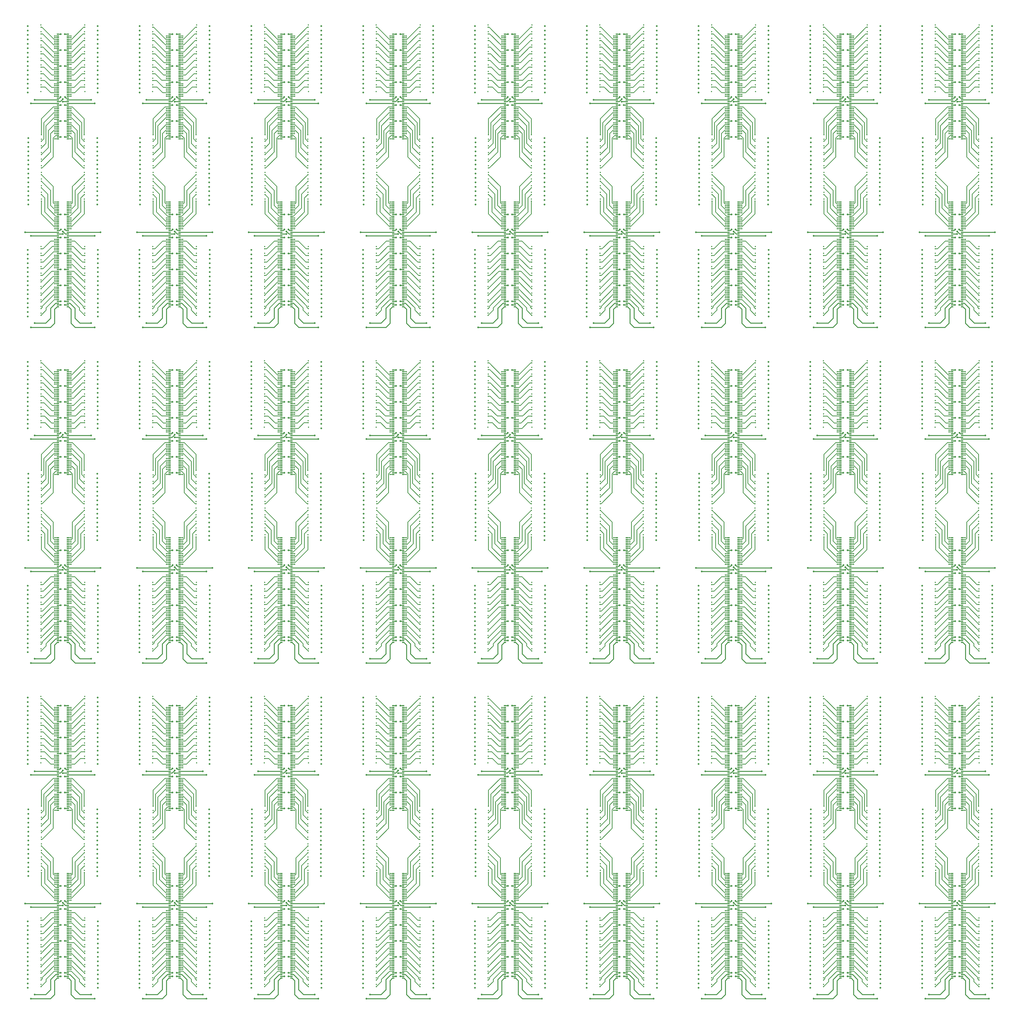
<source format=gbr>
%TF.GenerationSoftware,KiCad,Pcbnew,(5.1.9-0-10_14)*%
%TF.CreationDate,2021-05-26T15:42:50-04:00*%
%TF.ProjectId,backplane,6261636b-706c-4616-9e65-2e6b69636164,rev?*%
%TF.SameCoordinates,Original*%
%TF.FileFunction,Copper,L4,Bot*%
%TF.FilePolarity,Positive*%
%FSLAX46Y46*%
G04 Gerber Fmt 4.6, Leading zero omitted, Abs format (unit mm)*
G04 Created by KiCad (PCBNEW (5.1.9-0-10_14)) date 2021-05-26 15:42:50*
%MOMM*%
%LPD*%
G01*
G04 APERTURE LIST*
%TA.AperFunction,SMDPad,CuDef*%
%ADD10R,1.100000X0.500000*%
%TD*%
%TA.AperFunction,ViaPad*%
%ADD11C,0.800000*%
%TD*%
%TA.AperFunction,ViaPad*%
%ADD12C,0.558800*%
%TD*%
%TA.AperFunction,Conductor*%
%ADD13C,0.431800*%
%TD*%
%TA.AperFunction,Conductor*%
%ADD14C,0.381000*%
%TD*%
%TA.AperFunction,Conductor*%
%ADD15C,0.330200*%
%TD*%
G04 APERTURE END LIST*
D10*
%TO.P,J102,1*%
%TO.N,GND*%
X553750000Y-14150000D03*
%TO.P,J102,2*%
X549250000Y-14150000D03*
%TO.P,J102,3*%
%TO.N,/SiPM_Connector(1-3)/BCH0*%
X553750000Y-14950000D03*
%TO.P,J102,4*%
%TO.N,/SiPM_Connector(1-3)/CH0*%
X549250000Y-14950000D03*
%TO.P,J102,5*%
%TO.N,/SiPM_Connector(1-3)/BCH1*%
X553750000Y-15750000D03*
%TO.P,J102,6*%
%TO.N,/SiPM_Connector(1-3)/CH1*%
X549250000Y-15750000D03*
%TO.P,J102,7*%
%TO.N,/SiPM_Connector(1-3)/BCH2*%
X553750000Y-16550000D03*
%TO.P,J102,8*%
%TO.N,/SiPM_Connector(1-3)/CH2*%
X549250000Y-16550000D03*
%TO.P,J102,9*%
%TO.N,/SiPM_Connector(1-3)/BCH3*%
X553750000Y-17350000D03*
%TO.P,J102,10*%
%TO.N,/SiPM_Connector(1-3)/CH3*%
X549250000Y-17350000D03*
%TO.P,J102,11*%
%TO.N,/SiPM_Connector(1-3)/BCH4*%
X553750000Y-18150000D03*
%TO.P,J102,12*%
%TO.N,/SiPM_Connector(1-3)/CH4*%
X549250000Y-18150000D03*
%TO.P,J102,13*%
%TO.N,/SiPM_Connector(1-3)/BCH5*%
X553750000Y-18950000D03*
%TO.P,J102,14*%
%TO.N,/SiPM_Connector(1-3)/CH5*%
X549250000Y-18950000D03*
%TO.P,J102,15*%
%TO.N,/SiPM_Connector(1-3)/BCH6*%
X553750000Y-19750000D03*
%TO.P,J102,16*%
%TO.N,/SiPM_Connector(1-3)/CH6*%
X549250000Y-19750000D03*
%TO.P,J102,17*%
%TO.N,/SiPM_Connector(1-3)/BCH7*%
X553750000Y-20550000D03*
%TO.P,J102,18*%
%TO.N,/SiPM_Connector(1-3)/CH7*%
X549250000Y-20550000D03*
%TO.P,J102,19*%
%TO.N,GND*%
X553750000Y-21350000D03*
%TO.P,J102,20*%
X549250000Y-21350000D03*
%TO.P,J102,21*%
%TO.N,/SiPM_Connector(1-3)/BCH8*%
X553750000Y-22150000D03*
%TO.P,J102,22*%
%TO.N,/SiPM_Connector(1-3)/CH8*%
X549250000Y-22150000D03*
%TO.P,J102,23*%
%TO.N,/SiPM_Connector(1-3)/BCH9*%
X553750000Y-22950000D03*
%TO.P,J102,24*%
%TO.N,/SiPM_Connector(1-3)/CH9*%
X549250000Y-22950000D03*
%TO.P,J102,25*%
%TO.N,/SiPM_Connector(1-3)/BCH10*%
X553750000Y-23750000D03*
%TO.P,J102,26*%
%TO.N,/SiPM_Connector(1-3)/CH10*%
X549250000Y-23750000D03*
%TO.P,J102,27*%
%TO.N,/SiPM_Connector(1-3)/BCH11*%
X553750000Y-24550000D03*
%TO.P,J102,28*%
%TO.N,/SiPM_Connector(1-3)/CH11*%
X549250000Y-24550000D03*
%TO.P,J102,29*%
%TO.N,/SiPM_Connector(1-3)/BCH12*%
X553750000Y-25350000D03*
%TO.P,J102,30*%
%TO.N,/SiPM_Connector(1-3)/CH12*%
X549250000Y-25350000D03*
%TO.P,J102,31*%
%TO.N,/SiPM_Connector(1-3)/BCH13*%
X553750000Y-26150000D03*
%TO.P,J102,32*%
%TO.N,/SiPM_Connector(1-3)/CH13*%
X549250000Y-26150000D03*
%TO.P,J102,33*%
%TO.N,/SiPM_Connector(1-3)/BCH14*%
X553750000Y-26950000D03*
%TO.P,J102,34*%
%TO.N,/SiPM_Connector(1-3)/CH14*%
X549250000Y-26950000D03*
%TO.P,J102,35*%
%TO.N,/SiPM_Connector(1-3)/BCH15*%
X553750000Y-27750000D03*
%TO.P,J102,36*%
%TO.N,/SiPM_Connector(1-3)/CH15*%
X549250000Y-27750000D03*
%TO.P,J102,37*%
%TO.N,GND*%
X553750000Y-28550000D03*
%TO.P,J102,38*%
X549250000Y-28550000D03*
%TO.P,J102,39*%
%TO.N,/SiPM_Connector(1-3)/BCH16*%
X553750000Y-29350000D03*
%TO.P,J102,40*%
%TO.N,/SiPM_Connector(1-3)/CH16*%
X549250000Y-29350000D03*
%TO.P,J102,41*%
%TO.N,/SiPM_Connector(1-3)/BCH17*%
X553750000Y-30150000D03*
%TO.P,J102,42*%
%TO.N,/SiPM_Connector(1-3)/CH17*%
X549250000Y-30150000D03*
%TO.P,J102,43*%
%TO.N,/SiPM_Connector(1-3)/BCH18*%
X553750000Y-30950000D03*
%TO.P,J102,44*%
%TO.N,/SiPM_Connector(1-3)/CH18*%
X549250000Y-30950000D03*
%TO.P,J102,45*%
%TO.N,/SiPM_Connector(1-3)/BCH19*%
X553750000Y-31750000D03*
%TO.P,J102,46*%
%TO.N,/SiPM_Connector(1-3)/CH19*%
X549250000Y-31750000D03*
%TO.P,J102,47*%
%TO.N,/SiPM_Connector(1-3)/BCH20*%
X553750000Y-32550000D03*
%TO.P,J102,48*%
%TO.N,/SiPM_Connector(1-3)/CH20*%
X549250000Y-32550000D03*
%TO.P,J102,49*%
%TO.N,/SiPM_Connector(1-3)/BCH21*%
X553750000Y-33350000D03*
%TO.P,J102,50*%
%TO.N,/SiPM_Connector(1-3)/CH21*%
X549250000Y-33350000D03*
%TO.P,J102,51*%
%TO.N,/SiPM_Connector(1-3)/BCH22*%
X553750000Y-34150000D03*
%TO.P,J102,52*%
%TO.N,/SiPM_Connector(1-3)/CH22*%
X549250000Y-34150000D03*
%TO.P,J102,53*%
%TO.N,/SiPM_Connector(1-3)/BCH23*%
X553750000Y-34950000D03*
%TO.P,J102,54*%
%TO.N,/SiPM_Connector(1-3)/CH23*%
X549250000Y-34950000D03*
%TO.P,J102,55*%
%TO.N,GND*%
X553750000Y-35750000D03*
%TO.P,J102,56*%
X549250000Y-35750000D03*
%TO.P,J102,57*%
%TO.N,/SiPM_Connector(1-3)/BCH24*%
X553750000Y-36550000D03*
%TO.P,J102,58*%
%TO.N,/SiPM_Connector(1-3)/CH24*%
X549250000Y-36550000D03*
%TO.P,J102,59*%
%TO.N,/SiPM_Connector(1-3)/BCH25*%
X553750000Y-37350000D03*
%TO.P,J102,60*%
%TO.N,/SiPM_Connector(1-3)/CH25*%
X549250000Y-37350000D03*
%TO.P,J102,61*%
%TO.N,/SiPM_Connector(1-3)/BCH26*%
X553750000Y-38150000D03*
%TO.P,J102,62*%
%TO.N,/SiPM_Connector(1-3)/CH26*%
X549250000Y-38150000D03*
%TO.P,J102,63*%
%TO.N,/SiPM_Connector(1-3)/BCH27*%
X553750000Y-38950000D03*
%TO.P,J102,64*%
%TO.N,/SiPM_Connector(1-3)/CH27*%
X549250000Y-38950000D03*
%TO.P,J102,65*%
%TO.N,/SiPM_Connector(1-3)/BCH28*%
X553750000Y-39750000D03*
%TO.P,J102,66*%
%TO.N,/SiPM_Connector(1-3)/CH28*%
X549250000Y-39750000D03*
%TO.P,J102,67*%
%TO.N,/SiPM_Connector(1-3)/BCH29*%
X553750000Y-40550000D03*
%TO.P,J102,68*%
%TO.N,/SiPM_Connector(1-3)/CH29*%
X549250000Y-40550000D03*
%TO.P,J102,69*%
%TO.N,/SiPM_Connector(1-3)/BCH30*%
X553750000Y-41350000D03*
%TO.P,J102,70*%
%TO.N,/SiPM_Connector(1-3)/CH30*%
X549250000Y-41350000D03*
%TO.P,J102,71*%
%TO.N,/SiPM_Connector(1-3)/BCH31*%
X553750000Y-42150000D03*
%TO.P,J102,72*%
%TO.N,/SiPM_Connector(1-3)/CH31*%
X549250000Y-42150000D03*
%TO.P,J102,73*%
%TO.N,GND*%
X553750000Y-42950000D03*
%TO.P,J102,74*%
X549250000Y-42950000D03*
%TO.P,J102,75*%
%TO.N,/SiPM_Connector(1-3)/BIAS3*%
X553750000Y-43750000D03*
%TO.P,J102,76*%
%TO.N,/SiPM_Connector(1-3)/BIAS1*%
X549250000Y-43750000D03*
%TO.P,J102,77*%
%TO.N,/SiPM_Connector(1-3)/OUT*%
X553750000Y-44550000D03*
%TO.P,J102,78*%
%TO.N,/SiPM_Connector(1-3)/VDD*%
X549250000Y-44550000D03*
%TO.P,J102,79*%
%TO.N,/SiPM_Connector(1-3)/BIAS4*%
X553750000Y-45350000D03*
%TO.P,J102,80*%
%TO.N,/SiPM_Connector(1-3)/BIAS2*%
X549250000Y-45350000D03*
%TO.P,J102,81*%
%TO.N,GND*%
X553750000Y-46150000D03*
%TO.P,J102,82*%
X549250000Y-46150000D03*
%TO.P,J102,83*%
%TO.N,/SiPM_Connector(1-3)/BCH32*%
X553750000Y-46950000D03*
%TO.P,J102,84*%
%TO.N,/SiPM_Connector(1-3)/CH32*%
X549250000Y-46950000D03*
%TO.P,J102,85*%
%TO.N,/SiPM_Connector(1-3)/BCH33*%
X553750000Y-47750000D03*
%TO.P,J102,86*%
%TO.N,/SiPM_Connector(1-3)/CH33*%
X549250000Y-47750000D03*
%TO.P,J102,87*%
%TO.N,/SiPM_Connector(1-3)/BCH34*%
X553750000Y-48550000D03*
%TO.P,J102,88*%
%TO.N,/SiPM_Connector(1-3)/CH34*%
X549250000Y-48550000D03*
%TO.P,J102,89*%
%TO.N,/SiPM_Connector(1-3)/BCH35*%
X553750000Y-49350000D03*
%TO.P,J102,90*%
%TO.N,/SiPM_Connector(1-3)/CH35*%
X549250000Y-49350000D03*
%TO.P,J102,91*%
%TO.N,/SiPM_Connector(1-3)/BCH36*%
X553750000Y-50150000D03*
%TO.P,J102,92*%
%TO.N,/SiPM_Connector(1-3)/CH36*%
X549250000Y-50150000D03*
%TO.P,J102,93*%
%TO.N,/SiPM_Connector(1-3)/BCH37*%
X553750000Y-50950000D03*
%TO.P,J102,94*%
%TO.N,/SiPM_Connector(1-3)/CH37*%
X549250000Y-50950000D03*
%TO.P,J102,95*%
%TO.N,/SiPM_Connector(1-3)/BCH38*%
X553750000Y-51750000D03*
%TO.P,J102,96*%
%TO.N,/SiPM_Connector(1-3)/CH38*%
X549250000Y-51750000D03*
%TO.P,J102,97*%
%TO.N,/SiPM_Connector(1-3)/BCH39*%
X553750000Y-52550000D03*
%TO.P,J102,98*%
%TO.N,/SiPM_Connector(1-3)/CH39*%
X549250000Y-52550000D03*
%TO.P,J102,99*%
%TO.N,GND*%
X553750000Y-53350000D03*
%TO.P,J102,100*%
X549250000Y-53350000D03*
%TO.P,J102,101*%
%TO.N,/SiPM_Connector(1-3)/BCH40*%
X553750000Y-54150000D03*
%TO.P,J102,102*%
%TO.N,/SiPM_Connector(1-3)/CH40*%
X549250000Y-54150000D03*
%TO.P,J102,103*%
%TO.N,/SiPM_Connector(1-3)/BCH41*%
X553750000Y-54950000D03*
%TO.P,J102,104*%
%TO.N,/SiPM_Connector(1-3)/CH41*%
X549250000Y-54950000D03*
%TO.P,J102,105*%
%TO.N,/SiPM_Connector(1-3)/BCH42*%
X553750000Y-55750000D03*
%TO.P,J102,106*%
%TO.N,/SiPM_Connector(1-3)/CH42*%
X549250000Y-55750000D03*
%TO.P,J102,107*%
%TO.N,/SiPM_Connector(1-3)/BCH43*%
X553750000Y-56550000D03*
%TO.P,J102,108*%
%TO.N,/SiPM_Connector(1-3)/CH43*%
X549250000Y-56550000D03*
%TO.P,J102,109*%
%TO.N,/SiPM_Connector(1-3)/BCH44*%
X553750000Y-57350000D03*
%TO.P,J102,110*%
%TO.N,/SiPM_Connector(1-3)/CH44*%
X549250000Y-57350000D03*
%TO.P,J102,111*%
%TO.N,/SiPM_Connector(1-3)/BCH45*%
X553750000Y-58150000D03*
%TO.P,J102,112*%
%TO.N,/SiPM_Connector(1-3)/CH45*%
X549250000Y-58150000D03*
%TO.P,J102,113*%
%TO.N,/SiPM_Connector(1-3)/BCH46*%
X553750000Y-58950000D03*
%TO.P,J102,114*%
%TO.N,/SiPM_Connector(1-3)/CH46*%
X549250000Y-58950000D03*
%TO.P,J102,115*%
%TO.N,/SiPM_Connector(1-3)/BCH47*%
X553750000Y-59750000D03*
%TO.P,J102,116*%
%TO.N,/SiPM_Connector(1-3)/CH47*%
X549250000Y-59750000D03*
%TO.P,J102,117*%
%TO.N,GND*%
X553750000Y-60550000D03*
%TO.P,J102,118*%
X549250000Y-60550000D03*
%TO.P,J102,119*%
%TO.N,/SiPM_Connector(1-3)/BCH48*%
X553750000Y-61350000D03*
%TO.P,J102,120*%
%TO.N,/SiPM_Connector(1-3)/CH48*%
X549250000Y-61350000D03*
%TD*%
%TO.P,J402,1*%
%TO.N,GND*%
X553750000Y-165650000D03*
%TO.P,J402,2*%
X549250000Y-165650000D03*
%TO.P,J402,3*%
%TO.N,/SiPM_Connector(4-6)/BCH0*%
X553750000Y-166450000D03*
%TO.P,J402,4*%
%TO.N,/SiPM_Connector(4-6)/CH0*%
X549250000Y-166450000D03*
%TO.P,J402,5*%
%TO.N,/SiPM_Connector(4-6)/BCH1*%
X553750000Y-167250000D03*
%TO.P,J402,6*%
%TO.N,/SiPM_Connector(4-6)/CH1*%
X549250000Y-167250000D03*
%TO.P,J402,7*%
%TO.N,/SiPM_Connector(4-6)/BCH2*%
X553750000Y-168050000D03*
%TO.P,J402,8*%
%TO.N,/SiPM_Connector(4-6)/CH2*%
X549250000Y-168050000D03*
%TO.P,J402,9*%
%TO.N,/SiPM_Connector(4-6)/BCH3*%
X553750000Y-168850000D03*
%TO.P,J402,10*%
%TO.N,/SiPM_Connector(4-6)/CH3*%
X549250000Y-168850000D03*
%TO.P,J402,11*%
%TO.N,/SiPM_Connector(4-6)/BCH4*%
X553750000Y-169650000D03*
%TO.P,J402,12*%
%TO.N,/SiPM_Connector(4-6)/CH4*%
X549250000Y-169650000D03*
%TO.P,J402,13*%
%TO.N,/SiPM_Connector(4-6)/BCH5*%
X553750000Y-170450000D03*
%TO.P,J402,14*%
%TO.N,/SiPM_Connector(4-6)/CH5*%
X549250000Y-170450000D03*
%TO.P,J402,15*%
%TO.N,/SiPM_Connector(4-6)/BCH6*%
X553750000Y-171250000D03*
%TO.P,J402,16*%
%TO.N,/SiPM_Connector(4-6)/CH6*%
X549250000Y-171250000D03*
%TO.P,J402,17*%
%TO.N,/SiPM_Connector(4-6)/BCH7*%
X553750000Y-172050000D03*
%TO.P,J402,18*%
%TO.N,/SiPM_Connector(4-6)/CH7*%
X549250000Y-172050000D03*
%TO.P,J402,19*%
%TO.N,GND*%
X553750000Y-172850000D03*
%TO.P,J402,20*%
X549250000Y-172850000D03*
%TO.P,J402,21*%
%TO.N,/SiPM_Connector(4-6)/BCH8*%
X553750000Y-173650000D03*
%TO.P,J402,22*%
%TO.N,/SiPM_Connector(4-6)/CH8*%
X549250000Y-173650000D03*
%TO.P,J402,23*%
%TO.N,/SiPM_Connector(4-6)/BCH9*%
X553750000Y-174450000D03*
%TO.P,J402,24*%
%TO.N,/SiPM_Connector(4-6)/CH9*%
X549250000Y-174450000D03*
%TO.P,J402,25*%
%TO.N,/SiPM_Connector(4-6)/BCH10*%
X553750000Y-175250000D03*
%TO.P,J402,26*%
%TO.N,/SiPM_Connector(4-6)/CH10*%
X549250000Y-175250000D03*
%TO.P,J402,27*%
%TO.N,/SiPM_Connector(4-6)/BCH11*%
X553750000Y-176050000D03*
%TO.P,J402,28*%
%TO.N,/SiPM_Connector(4-6)/CH11*%
X549250000Y-176050000D03*
%TO.P,J402,29*%
%TO.N,/SiPM_Connector(4-6)/BCH12*%
X553750000Y-176850000D03*
%TO.P,J402,30*%
%TO.N,/SiPM_Connector(4-6)/CH12*%
X549250000Y-176850000D03*
%TO.P,J402,31*%
%TO.N,/SiPM_Connector(4-6)/BCH13*%
X553750000Y-177650000D03*
%TO.P,J402,32*%
%TO.N,/SiPM_Connector(4-6)/CH13*%
X549250000Y-177650000D03*
%TO.P,J402,33*%
%TO.N,/SiPM_Connector(4-6)/BCH14*%
X553750000Y-178450000D03*
%TO.P,J402,34*%
%TO.N,/SiPM_Connector(4-6)/CH14*%
X549250000Y-178450000D03*
%TO.P,J402,35*%
%TO.N,/SiPM_Connector(4-6)/BCH15*%
X553750000Y-179250000D03*
%TO.P,J402,36*%
%TO.N,/SiPM_Connector(4-6)/CH15*%
X549250000Y-179250000D03*
%TO.P,J402,37*%
%TO.N,GND*%
X553750000Y-180050000D03*
%TO.P,J402,38*%
X549250000Y-180050000D03*
%TO.P,J402,39*%
%TO.N,/SiPM_Connector(4-6)/BCH16*%
X553750000Y-180850000D03*
%TO.P,J402,40*%
%TO.N,/SiPM_Connector(4-6)/CH16*%
X549250000Y-180850000D03*
%TO.P,J402,41*%
%TO.N,/SiPM_Connector(4-6)/BCH17*%
X553750000Y-181650000D03*
%TO.P,J402,42*%
%TO.N,/SiPM_Connector(4-6)/CH17*%
X549250000Y-181650000D03*
%TO.P,J402,43*%
%TO.N,/SiPM_Connector(4-6)/BCH18*%
X553750000Y-182450000D03*
%TO.P,J402,44*%
%TO.N,/SiPM_Connector(4-6)/CH18*%
X549250000Y-182450000D03*
%TO.P,J402,45*%
%TO.N,/SiPM_Connector(4-6)/BCH19*%
X553750000Y-183250000D03*
%TO.P,J402,46*%
%TO.N,/SiPM_Connector(4-6)/CH19*%
X549250000Y-183250000D03*
%TO.P,J402,47*%
%TO.N,/SiPM_Connector(4-6)/BCH20*%
X553750000Y-184050000D03*
%TO.P,J402,48*%
%TO.N,/SiPM_Connector(4-6)/CH20*%
X549250000Y-184050000D03*
%TO.P,J402,49*%
%TO.N,/SiPM_Connector(4-6)/BCH21*%
X553750000Y-184850000D03*
%TO.P,J402,50*%
%TO.N,/SiPM_Connector(4-6)/CH21*%
X549250000Y-184850000D03*
%TO.P,J402,51*%
%TO.N,/SiPM_Connector(4-6)/BCH22*%
X553750000Y-185650000D03*
%TO.P,J402,52*%
%TO.N,/SiPM_Connector(4-6)/CH22*%
X549250000Y-185650000D03*
%TO.P,J402,53*%
%TO.N,/SiPM_Connector(4-6)/BCH23*%
X553750000Y-186450000D03*
%TO.P,J402,54*%
%TO.N,/SiPM_Connector(4-6)/CH23*%
X549250000Y-186450000D03*
%TO.P,J402,55*%
%TO.N,GND*%
X553750000Y-187250000D03*
%TO.P,J402,56*%
X549250000Y-187250000D03*
%TO.P,J402,57*%
%TO.N,/SiPM_Connector(4-6)/BCH24*%
X553750000Y-188050000D03*
%TO.P,J402,58*%
%TO.N,/SiPM_Connector(4-6)/CH24*%
X549250000Y-188050000D03*
%TO.P,J402,59*%
%TO.N,/SiPM_Connector(4-6)/BCH25*%
X553750000Y-188850000D03*
%TO.P,J402,60*%
%TO.N,/SiPM_Connector(4-6)/CH25*%
X549250000Y-188850000D03*
%TO.P,J402,61*%
%TO.N,/SiPM_Connector(4-6)/BCH26*%
X553750000Y-189650000D03*
%TO.P,J402,62*%
%TO.N,/SiPM_Connector(4-6)/CH26*%
X549250000Y-189650000D03*
%TO.P,J402,63*%
%TO.N,/SiPM_Connector(4-6)/BCH27*%
X553750000Y-190450000D03*
%TO.P,J402,64*%
%TO.N,/SiPM_Connector(4-6)/CH27*%
X549250000Y-190450000D03*
%TO.P,J402,65*%
%TO.N,/SiPM_Connector(4-6)/BCH28*%
X553750000Y-191250000D03*
%TO.P,J402,66*%
%TO.N,/SiPM_Connector(4-6)/CH28*%
X549250000Y-191250000D03*
%TO.P,J402,67*%
%TO.N,/SiPM_Connector(4-6)/BCH29*%
X553750000Y-192050000D03*
%TO.P,J402,68*%
%TO.N,/SiPM_Connector(4-6)/CH29*%
X549250000Y-192050000D03*
%TO.P,J402,69*%
%TO.N,/SiPM_Connector(4-6)/BCH30*%
X553750000Y-192850000D03*
%TO.P,J402,70*%
%TO.N,/SiPM_Connector(4-6)/CH30*%
X549250000Y-192850000D03*
%TO.P,J402,71*%
%TO.N,/SiPM_Connector(4-6)/BCH31*%
X553750000Y-193650000D03*
%TO.P,J402,72*%
%TO.N,/SiPM_Connector(4-6)/CH31*%
X549250000Y-193650000D03*
%TO.P,J402,73*%
%TO.N,GND*%
X553750000Y-194450000D03*
%TO.P,J402,74*%
X549250000Y-194450000D03*
%TO.P,J402,75*%
%TO.N,/SiPM_Connector(4-6)/BIAS15*%
X553750000Y-195250000D03*
%TO.P,J402,76*%
%TO.N,/SiPM_Connector(4-6)/BIAS13*%
X549250000Y-195250000D03*
%TO.P,J402,77*%
%TO.N,/SiPM_Connector(4-6)/OUT*%
X553750000Y-196050000D03*
%TO.P,J402,78*%
%TO.N,/SiPM_Connector(4-6)/VDD*%
X549250000Y-196050000D03*
%TO.P,J402,79*%
%TO.N,/SiPM_Connector(4-6)/BIAS16*%
X553750000Y-196850000D03*
%TO.P,J402,80*%
%TO.N,/SiPM_Connector(4-6)/BIAS14*%
X549250000Y-196850000D03*
%TO.P,J402,81*%
%TO.N,GND*%
X553750000Y-197650000D03*
%TO.P,J402,82*%
X549250000Y-197650000D03*
%TO.P,J402,83*%
%TO.N,/SiPM_Connector(4-6)/BCH32*%
X553750000Y-198450000D03*
%TO.P,J402,84*%
%TO.N,/SiPM_Connector(4-6)/CH32*%
X549250000Y-198450000D03*
%TO.P,J402,85*%
%TO.N,/SiPM_Connector(4-6)/BCH33*%
X553750000Y-199250000D03*
%TO.P,J402,86*%
%TO.N,/SiPM_Connector(4-6)/CH33*%
X549250000Y-199250000D03*
%TO.P,J402,87*%
%TO.N,/SiPM_Connector(4-6)/BCH34*%
X553750000Y-200050000D03*
%TO.P,J402,88*%
%TO.N,/SiPM_Connector(4-6)/CH34*%
X549250000Y-200050000D03*
%TO.P,J402,89*%
%TO.N,/SiPM_Connector(4-6)/BCH35*%
X553750000Y-200850000D03*
%TO.P,J402,90*%
%TO.N,/SiPM_Connector(4-6)/CH35*%
X549250000Y-200850000D03*
%TO.P,J402,91*%
%TO.N,/SiPM_Connector(4-6)/BCH36*%
X553750000Y-201650000D03*
%TO.P,J402,92*%
%TO.N,/SiPM_Connector(4-6)/CH36*%
X549250000Y-201650000D03*
%TO.P,J402,93*%
%TO.N,/SiPM_Connector(4-6)/BCH37*%
X553750000Y-202450000D03*
%TO.P,J402,94*%
%TO.N,/SiPM_Connector(4-6)/CH37*%
X549250000Y-202450000D03*
%TO.P,J402,95*%
%TO.N,/SiPM_Connector(4-6)/BCH38*%
X553750000Y-203250000D03*
%TO.P,J402,96*%
%TO.N,/SiPM_Connector(4-6)/CH38*%
X549250000Y-203250000D03*
%TO.P,J402,97*%
%TO.N,/SiPM_Connector(4-6)/BCH39*%
X553750000Y-204050000D03*
%TO.P,J402,98*%
%TO.N,/SiPM_Connector(4-6)/CH39*%
X549250000Y-204050000D03*
%TO.P,J402,99*%
%TO.N,GND*%
X553750000Y-204850000D03*
%TO.P,J402,100*%
X549250000Y-204850000D03*
%TO.P,J402,101*%
%TO.N,/SiPM_Connector(4-6)/BCH40*%
X553750000Y-205650000D03*
%TO.P,J402,102*%
%TO.N,/SiPM_Connector(4-6)/CH40*%
X549250000Y-205650000D03*
%TO.P,J402,103*%
%TO.N,/SiPM_Connector(4-6)/BCH41*%
X553750000Y-206450000D03*
%TO.P,J402,104*%
%TO.N,/SiPM_Connector(4-6)/CH41*%
X549250000Y-206450000D03*
%TO.P,J402,105*%
%TO.N,/SiPM_Connector(4-6)/BCH42*%
X553750000Y-207250000D03*
%TO.P,J402,106*%
%TO.N,/SiPM_Connector(4-6)/CH42*%
X549250000Y-207250000D03*
%TO.P,J402,107*%
%TO.N,/SiPM_Connector(4-6)/BCH43*%
X553750000Y-208050000D03*
%TO.P,J402,108*%
%TO.N,/SiPM_Connector(4-6)/CH43*%
X549250000Y-208050000D03*
%TO.P,J402,109*%
%TO.N,/SiPM_Connector(4-6)/BCH44*%
X553750000Y-208850000D03*
%TO.P,J402,110*%
%TO.N,/SiPM_Connector(4-6)/CH44*%
X549250000Y-208850000D03*
%TO.P,J402,111*%
%TO.N,/SiPM_Connector(4-6)/BCH45*%
X553750000Y-209650000D03*
%TO.P,J402,112*%
%TO.N,/SiPM_Connector(4-6)/CH45*%
X549250000Y-209650000D03*
%TO.P,J402,113*%
%TO.N,/SiPM_Connector(4-6)/BCH46*%
X553750000Y-210450000D03*
%TO.P,J402,114*%
%TO.N,/SiPM_Connector(4-6)/CH46*%
X549250000Y-210450000D03*
%TO.P,J402,115*%
%TO.N,/SiPM_Connector(4-6)/BCH47*%
X553750000Y-211250000D03*
%TO.P,J402,116*%
%TO.N,/SiPM_Connector(4-6)/CH47*%
X549250000Y-211250000D03*
%TO.P,J402,117*%
%TO.N,GND*%
X553750000Y-212050000D03*
%TO.P,J402,118*%
X549250000Y-212050000D03*
%TO.P,J402,119*%
%TO.N,/SiPM_Connector(4-6)/BCH48*%
X553750000Y-212850000D03*
%TO.P,J402,120*%
%TO.N,/SiPM_Connector(4-6)/CH48*%
X549250000Y-212850000D03*
%TD*%
%TO.P,J602,120*%
%TO.N,/SiPM_Connector(4-6)/BIAS22*%
X549250000Y-288600000D03*
%TO.P,J602,119*%
%TO.N,/SiPM_Connector(4-6)/BIAS24*%
X553750000Y-288600000D03*
%TO.P,J602,118*%
%TO.N,/SiPM_Connector(4-6)/VDD*%
X549250000Y-287800000D03*
%TO.P,J602,117*%
%TO.N,/SiPM_Connector(4-6)/OUT*%
X553750000Y-287800000D03*
%TO.P,J602,116*%
%TO.N,/SiPM_Connector(4-6)/BIAS21*%
X549250000Y-287000000D03*
%TO.P,J602,115*%
%TO.N,/SiPM_Connector(4-6)/BIAS23*%
X553750000Y-287000000D03*
%TO.P,J602,114*%
%TO.N,GND*%
X549250000Y-286200000D03*
%TO.P,J602,113*%
X553750000Y-286200000D03*
%TO.P,J602,112*%
%TO.N,/SiPM_Connector(4-6)/CH95*%
X549250000Y-285400000D03*
%TO.P,J602,111*%
%TO.N,/SiPM_Connector(4-6)/BCH95*%
X553750000Y-285400000D03*
%TO.P,J602,110*%
%TO.N,/SiPM_Connector(4-6)/CH94*%
X549250000Y-284600000D03*
%TO.P,J602,109*%
%TO.N,/SiPM_Connector(4-6)/BCH94*%
X553750000Y-284600000D03*
%TO.P,J602,108*%
%TO.N,/SiPM_Connector(4-6)/CH93*%
X549250000Y-283800000D03*
%TO.P,J602,107*%
%TO.N,/SiPM_Connector(4-6)/BCH93*%
X553750000Y-283800000D03*
%TO.P,J602,106*%
%TO.N,/SiPM_Connector(4-6)/CH92*%
X549250000Y-283000000D03*
%TO.P,J602,105*%
%TO.N,/SiPM_Connector(4-6)/BCH92*%
X553750000Y-283000000D03*
%TO.P,J602,104*%
%TO.N,/SiPM_Connector(4-6)/CH91*%
X549250000Y-282200000D03*
%TO.P,J602,103*%
%TO.N,/SiPM_Connector(4-6)/BCH91*%
X553750000Y-282200000D03*
%TO.P,J602,102*%
%TO.N,/SiPM_Connector(4-6)/CH90*%
X549250000Y-281400000D03*
%TO.P,J602,101*%
%TO.N,/SiPM_Connector(4-6)/BCH90*%
X553750000Y-281400000D03*
%TO.P,J602,100*%
%TO.N,/SiPM_Connector(4-6)/CH89*%
X549250000Y-280600000D03*
%TO.P,J602,99*%
%TO.N,/SiPM_Connector(4-6)/BCH89*%
X553750000Y-280600000D03*
%TO.P,J602,98*%
%TO.N,/SiPM_Connector(4-6)/CH88*%
X549250000Y-279800000D03*
%TO.P,J602,97*%
%TO.N,/SiPM_Connector(4-6)/BCH88*%
X553750000Y-279800000D03*
%TO.P,J602,96*%
%TO.N,GND*%
X549250000Y-279000000D03*
%TO.P,J602,95*%
X553750000Y-279000000D03*
%TO.P,J602,94*%
%TO.N,/SiPM_Connector(4-6)/CH87*%
X549250000Y-278200000D03*
%TO.P,J602,93*%
%TO.N,/SiPM_Connector(4-6)/BCH87*%
X553750000Y-278200000D03*
%TO.P,J602,92*%
%TO.N,/SiPM_Connector(4-6)/CH86*%
X549250000Y-277400000D03*
%TO.P,J602,91*%
%TO.N,/SiPM_Connector(4-6)/BCH86*%
X553750000Y-277400000D03*
%TO.P,J602,90*%
%TO.N,/SiPM_Connector(4-6)/CH85*%
X549250000Y-276600000D03*
%TO.P,J602,89*%
%TO.N,/SiPM_Connector(4-6)/BCH85*%
X553750000Y-276600000D03*
%TO.P,J602,88*%
%TO.N,/SiPM_Connector(4-6)/CH84*%
X549250000Y-275800000D03*
%TO.P,J602,87*%
%TO.N,/SiPM_Connector(4-6)/BCH84*%
X553750000Y-275800000D03*
%TO.P,J602,86*%
%TO.N,/SiPM_Connector(4-6)/CH83*%
X549250000Y-275000000D03*
%TO.P,J602,85*%
%TO.N,/SiPM_Connector(4-6)/BCH83*%
X553750000Y-275000000D03*
%TO.P,J602,84*%
%TO.N,/SiPM_Connector(4-6)/CH82*%
X549250000Y-274200000D03*
%TO.P,J602,83*%
%TO.N,/SiPM_Connector(4-6)/BCH82*%
X553750000Y-274200000D03*
%TO.P,J602,82*%
%TO.N,/SiPM_Connector(4-6)/CH81*%
X549250000Y-273400000D03*
%TO.P,J602,81*%
%TO.N,/SiPM_Connector(4-6)/BCH81*%
X553750000Y-273400000D03*
%TO.P,J602,80*%
%TO.N,/SiPM_Connector(4-6)/CH80*%
X549250000Y-272600000D03*
%TO.P,J602,79*%
%TO.N,/SiPM_Connector(4-6)/BCH80*%
X553750000Y-272600000D03*
%TO.P,J602,78*%
%TO.N,GND*%
X549250000Y-271800000D03*
%TO.P,J602,77*%
X553750000Y-271800000D03*
%TO.P,J602,76*%
%TO.N,/SiPM_Connector(4-6)/CH79*%
X549250000Y-271000000D03*
%TO.P,J602,75*%
%TO.N,/SiPM_Connector(4-6)/BCH79*%
X553750000Y-271000000D03*
%TO.P,J602,74*%
%TO.N,/SiPM_Connector(4-6)/CH78*%
X549250000Y-270200000D03*
%TO.P,J602,73*%
%TO.N,/SiPM_Connector(4-6)/BCH78*%
X553750000Y-270200000D03*
%TO.P,J602,72*%
%TO.N,/SiPM_Connector(4-6)/CH77*%
X549250000Y-269400000D03*
%TO.P,J602,71*%
%TO.N,/SiPM_Connector(4-6)/BCH77*%
X553750000Y-269400000D03*
%TO.P,J602,70*%
%TO.N,/SiPM_Connector(4-6)/CH76*%
X549250000Y-268600000D03*
%TO.P,J602,69*%
%TO.N,/SiPM_Connector(4-6)/BCH76*%
X553750000Y-268600000D03*
%TO.P,J602,68*%
%TO.N,/SiPM_Connector(4-6)/CH75*%
X549250000Y-267800000D03*
%TO.P,J602,67*%
%TO.N,/SiPM_Connector(4-6)/BCH75*%
X553750000Y-267800000D03*
%TO.P,J602,66*%
%TO.N,/SiPM_Connector(4-6)/CH74*%
X549250000Y-267000000D03*
%TO.P,J602,65*%
%TO.N,/SiPM_Connector(4-6)/BCH74*%
X553750000Y-267000000D03*
%TO.P,J602,64*%
%TO.N,/SiPM_Connector(4-6)/CH73*%
X549250000Y-266200000D03*
%TO.P,J602,63*%
%TO.N,/SiPM_Connector(4-6)/BCH73*%
X553750000Y-266200000D03*
%TO.P,J602,62*%
%TO.N,/SiPM_Connector(4-6)/CH72*%
X549250000Y-265400000D03*
%TO.P,J602,61*%
%TO.N,/SiPM_Connector(4-6)/BCH72*%
X553750000Y-265400000D03*
%TO.P,J602,60*%
%TO.N,GND*%
X549250000Y-264600000D03*
%TO.P,J602,59*%
X553750000Y-264600000D03*
%TO.P,J602,58*%
%TO.N,/SiPM_Connector(4-6)/CH71*%
X549250000Y-263800000D03*
%TO.P,J602,57*%
%TO.N,/SiPM_Connector(4-6)/BCH71*%
X553750000Y-263800000D03*
%TO.P,J602,56*%
%TO.N,/SiPM_Connector(4-6)/CH70*%
X549250000Y-263000000D03*
%TO.P,J602,55*%
%TO.N,/SiPM_Connector(4-6)/BCH70*%
X553750000Y-263000000D03*
%TO.P,J602,54*%
%TO.N,/SiPM_Connector(4-6)/CH69*%
X549250000Y-262200000D03*
%TO.P,J602,53*%
%TO.N,/SiPM_Connector(4-6)/BCH69*%
X553750000Y-262200000D03*
%TO.P,J602,52*%
%TO.N,/SiPM_Connector(4-6)/CH68*%
X549250000Y-261400000D03*
%TO.P,J602,51*%
%TO.N,/SiPM_Connector(4-6)/BCH68*%
X553750000Y-261400000D03*
%TO.P,J602,50*%
%TO.N,/SiPM_Connector(4-6)/CH67*%
X549250000Y-260600000D03*
%TO.P,J602,49*%
%TO.N,/SiPM_Connector(4-6)/BCH67*%
X553750000Y-260600000D03*
%TO.P,J602,48*%
%TO.N,/SiPM_Connector(4-6)/CH66*%
X549250000Y-259800000D03*
%TO.P,J602,47*%
%TO.N,/SiPM_Connector(4-6)/BCH66*%
X553750000Y-259800000D03*
%TO.P,J602,46*%
%TO.N,/SiPM_Connector(4-6)/CH65*%
X549250000Y-259000000D03*
%TO.P,J602,45*%
%TO.N,/SiPM_Connector(4-6)/BCH65*%
X553750000Y-259000000D03*
%TO.P,J602,44*%
%TO.N,/SiPM_Connector(4-6)/CH64*%
X549250000Y-258200000D03*
%TO.P,J602,43*%
%TO.N,/SiPM_Connector(4-6)/BCH64*%
X553750000Y-258200000D03*
%TO.P,J602,42*%
%TO.N,GND*%
X549250000Y-257400000D03*
%TO.P,J602,41*%
X553750000Y-257400000D03*
%TO.P,J602,40*%
%TO.N,/SiPM_Connector(4-6)/BIAS18*%
X549250000Y-256600000D03*
%TO.P,J602,39*%
%TO.N,/SiPM_Connector(4-6)/BIAS20*%
X553750000Y-256600000D03*
%TO.P,J602,38*%
%TO.N,/SiPM_Connector(4-6)/VDD*%
X549250000Y-255800000D03*
%TO.P,J602,37*%
%TO.N,/SiPM_Connector(4-6)/OUT*%
X553750000Y-255800000D03*
%TO.P,J602,36*%
%TO.N,/SiPM_Connector(4-6)/BIAS17*%
X549250000Y-255000000D03*
%TO.P,J602,35*%
%TO.N,/SiPM_Connector(4-6)/BIAS19*%
X553750000Y-255000000D03*
%TO.P,J602,34*%
%TO.N,GND*%
X549250000Y-254200000D03*
%TO.P,J602,33*%
X553750000Y-254200000D03*
%TO.P,J602,32*%
%TO.N,/SiPM_Connector(4-6)/CH63*%
X549250000Y-253400000D03*
%TO.P,J602,31*%
%TO.N,/SiPM_Connector(4-6)/BCH63*%
X553750000Y-253400000D03*
%TO.P,J602,30*%
%TO.N,/SiPM_Connector(4-6)/CH62*%
X549250000Y-252600000D03*
%TO.P,J602,29*%
%TO.N,/SiPM_Connector(4-6)/BCH62*%
X553750000Y-252600000D03*
%TO.P,J602,28*%
%TO.N,/SiPM_Connector(4-6)/CH61*%
X549250000Y-251800000D03*
%TO.P,J602,27*%
%TO.N,/SiPM_Connector(4-6)/BCH61*%
X553750000Y-251800000D03*
%TO.P,J602,26*%
%TO.N,/SiPM_Connector(4-6)/CH60*%
X549250000Y-251000000D03*
%TO.P,J602,25*%
%TO.N,/SiPM_Connector(4-6)/BCH60*%
X553750000Y-251000000D03*
%TO.P,J602,24*%
%TO.N,/SiPM_Connector(4-6)/CH59*%
X549250000Y-250200000D03*
%TO.P,J602,23*%
%TO.N,/SiPM_Connector(4-6)/BCH59*%
X553750000Y-250200000D03*
%TO.P,J602,22*%
%TO.N,/SiPM_Connector(4-6)/CH58*%
X549250000Y-249400000D03*
%TO.P,J602,21*%
%TO.N,/SiPM_Connector(4-6)/BCH58*%
X553750000Y-249400000D03*
%TO.P,J602,20*%
%TO.N,/SiPM_Connector(4-6)/CH57*%
X549250000Y-248600000D03*
%TO.P,J602,19*%
%TO.N,/SiPM_Connector(4-6)/BCH57*%
X553750000Y-248600000D03*
%TO.P,J602,18*%
%TO.N,/SiPM_Connector(4-6)/CH56*%
X549250000Y-247800000D03*
%TO.P,J602,17*%
%TO.N,/SiPM_Connector(4-6)/BCH56*%
X553750000Y-247800000D03*
%TO.P,J602,16*%
%TO.N,GND*%
X549250000Y-247000000D03*
%TO.P,J602,15*%
X553750000Y-247000000D03*
%TO.P,J602,14*%
%TO.N,/SiPM_Connector(4-6)/CH55*%
X549250000Y-246200000D03*
%TO.P,J602,13*%
%TO.N,/SiPM_Connector(4-6)/BCH55*%
X553750000Y-246200000D03*
%TO.P,J602,12*%
%TO.N,/SiPM_Connector(4-6)/CH54*%
X549250000Y-245400000D03*
%TO.P,J602,11*%
%TO.N,/SiPM_Connector(4-6)/BCH54*%
X553750000Y-245400000D03*
%TO.P,J602,10*%
%TO.N,/SiPM_Connector(4-6)/CH53*%
X549250000Y-244600000D03*
%TO.P,J602,9*%
%TO.N,/SiPM_Connector(4-6)/BCH53*%
X553750000Y-244600000D03*
%TO.P,J602,8*%
%TO.N,/SiPM_Connector(4-6)/CH52*%
X549250000Y-243800000D03*
%TO.P,J602,7*%
%TO.N,/SiPM_Connector(4-6)/BCH52*%
X553750000Y-243800000D03*
%TO.P,J602,6*%
%TO.N,/SiPM_Connector(4-6)/CH51*%
X549250000Y-243000000D03*
%TO.P,J602,5*%
%TO.N,/SiPM_Connector(4-6)/BCH51*%
X553750000Y-243000000D03*
%TO.P,J602,4*%
%TO.N,/SiPM_Connector(4-6)/CH50*%
X549250000Y-242200000D03*
%TO.P,J602,3*%
%TO.N,/SiPM_Connector(4-6)/BCH50*%
X553750000Y-242200000D03*
%TO.P,J602,2*%
%TO.N,/SiPM_Connector(4-6)/CH49*%
X549250000Y-241400000D03*
%TO.P,J602,1*%
%TO.N,/SiPM_Connector(4-6)/BCH49*%
X553750000Y-241400000D03*
%TD*%
%TO.P,J302,120*%
%TO.N,/SiPM_Connector(1-3)/BIAS10*%
X549250000Y-137100000D03*
%TO.P,J302,119*%
%TO.N,/SiPM_Connector(1-3)/BIAS12*%
X553750000Y-137100000D03*
%TO.P,J302,118*%
%TO.N,/SiPM_Connector(1-3)/VDD*%
X549250000Y-136300000D03*
%TO.P,J302,117*%
%TO.N,/SiPM_Connector(1-3)/OUT*%
X553750000Y-136300000D03*
%TO.P,J302,116*%
%TO.N,/SiPM_Connector(1-3)/BIAS9*%
X549250000Y-135500000D03*
%TO.P,J302,115*%
%TO.N,/SiPM_Connector(1-3)/BIAS11*%
X553750000Y-135500000D03*
%TO.P,J302,114*%
%TO.N,GND*%
X549250000Y-134700000D03*
%TO.P,J302,113*%
X553750000Y-134700000D03*
%TO.P,J302,112*%
%TO.N,/SiPM_Connector(1-3)/CH95*%
X549250000Y-133900000D03*
%TO.P,J302,111*%
%TO.N,/SiPM_Connector(1-3)/BCH95*%
X553750000Y-133900000D03*
%TO.P,J302,110*%
%TO.N,/SiPM_Connector(1-3)/CH94*%
X549250000Y-133100000D03*
%TO.P,J302,109*%
%TO.N,/SiPM_Connector(1-3)/BCH94*%
X553750000Y-133100000D03*
%TO.P,J302,108*%
%TO.N,/SiPM_Connector(1-3)/CH93*%
X549250000Y-132300000D03*
%TO.P,J302,107*%
%TO.N,/SiPM_Connector(1-3)/BCH93*%
X553750000Y-132300000D03*
%TO.P,J302,106*%
%TO.N,/SiPM_Connector(1-3)/CH92*%
X549250000Y-131500000D03*
%TO.P,J302,105*%
%TO.N,/SiPM_Connector(1-3)/BCH92*%
X553750000Y-131500000D03*
%TO.P,J302,104*%
%TO.N,/SiPM_Connector(1-3)/CH91*%
X549250000Y-130700000D03*
%TO.P,J302,103*%
%TO.N,/SiPM_Connector(1-3)/BCH91*%
X553750000Y-130700000D03*
%TO.P,J302,102*%
%TO.N,/SiPM_Connector(1-3)/CH90*%
X549250000Y-129900000D03*
%TO.P,J302,101*%
%TO.N,/SiPM_Connector(1-3)/BCH90*%
X553750000Y-129900000D03*
%TO.P,J302,100*%
%TO.N,/SiPM_Connector(1-3)/CH89*%
X549250000Y-129100000D03*
%TO.P,J302,99*%
%TO.N,/SiPM_Connector(1-3)/BCH89*%
X553750000Y-129100000D03*
%TO.P,J302,98*%
%TO.N,/SiPM_Connector(1-3)/CH88*%
X549250000Y-128300000D03*
%TO.P,J302,97*%
%TO.N,/SiPM_Connector(1-3)/BCH88*%
X553750000Y-128300000D03*
%TO.P,J302,96*%
%TO.N,GND*%
X549250000Y-127500000D03*
%TO.P,J302,95*%
X553750000Y-127500000D03*
%TO.P,J302,94*%
%TO.N,/SiPM_Connector(1-3)/CH87*%
X549250000Y-126700000D03*
%TO.P,J302,93*%
%TO.N,/SiPM_Connector(1-3)/BCH87*%
X553750000Y-126700000D03*
%TO.P,J302,92*%
%TO.N,/SiPM_Connector(1-3)/CH86*%
X549250000Y-125900000D03*
%TO.P,J302,91*%
%TO.N,/SiPM_Connector(1-3)/BCH86*%
X553750000Y-125900000D03*
%TO.P,J302,90*%
%TO.N,/SiPM_Connector(1-3)/CH85*%
X549250000Y-125100000D03*
%TO.P,J302,89*%
%TO.N,/SiPM_Connector(1-3)/BCH85*%
X553750000Y-125100000D03*
%TO.P,J302,88*%
%TO.N,/SiPM_Connector(1-3)/CH84*%
X549250000Y-124300000D03*
%TO.P,J302,87*%
%TO.N,/SiPM_Connector(1-3)/BCH84*%
X553750000Y-124300000D03*
%TO.P,J302,86*%
%TO.N,/SiPM_Connector(1-3)/CH83*%
X549250000Y-123500000D03*
%TO.P,J302,85*%
%TO.N,/SiPM_Connector(1-3)/BCH83*%
X553750000Y-123500000D03*
%TO.P,J302,84*%
%TO.N,/SiPM_Connector(1-3)/CH82*%
X549250000Y-122700000D03*
%TO.P,J302,83*%
%TO.N,/SiPM_Connector(1-3)/BCH82*%
X553750000Y-122700000D03*
%TO.P,J302,82*%
%TO.N,/SiPM_Connector(1-3)/CH81*%
X549250000Y-121900000D03*
%TO.P,J302,81*%
%TO.N,/SiPM_Connector(1-3)/BCH81*%
X553750000Y-121900000D03*
%TO.P,J302,80*%
%TO.N,/SiPM_Connector(1-3)/CH80*%
X549250000Y-121100000D03*
%TO.P,J302,79*%
%TO.N,/SiPM_Connector(1-3)/BCH80*%
X553750000Y-121100000D03*
%TO.P,J302,78*%
%TO.N,GND*%
X549250000Y-120300000D03*
%TO.P,J302,77*%
X553750000Y-120300000D03*
%TO.P,J302,76*%
%TO.N,/SiPM_Connector(1-3)/CH79*%
X549250000Y-119500000D03*
%TO.P,J302,75*%
%TO.N,/SiPM_Connector(1-3)/BCH79*%
X553750000Y-119500000D03*
%TO.P,J302,74*%
%TO.N,/SiPM_Connector(1-3)/CH78*%
X549250000Y-118700000D03*
%TO.P,J302,73*%
%TO.N,/SiPM_Connector(1-3)/BCH78*%
X553750000Y-118700000D03*
%TO.P,J302,72*%
%TO.N,/SiPM_Connector(1-3)/CH77*%
X549250000Y-117900000D03*
%TO.P,J302,71*%
%TO.N,/SiPM_Connector(1-3)/BCH77*%
X553750000Y-117900000D03*
%TO.P,J302,70*%
%TO.N,/SiPM_Connector(1-3)/CH76*%
X549250000Y-117100000D03*
%TO.P,J302,69*%
%TO.N,/SiPM_Connector(1-3)/BCH76*%
X553750000Y-117100000D03*
%TO.P,J302,68*%
%TO.N,/SiPM_Connector(1-3)/CH75*%
X549250000Y-116300000D03*
%TO.P,J302,67*%
%TO.N,/SiPM_Connector(1-3)/BCH75*%
X553750000Y-116300000D03*
%TO.P,J302,66*%
%TO.N,/SiPM_Connector(1-3)/CH74*%
X549250000Y-115500000D03*
%TO.P,J302,65*%
%TO.N,/SiPM_Connector(1-3)/BCH74*%
X553750000Y-115500000D03*
%TO.P,J302,64*%
%TO.N,/SiPM_Connector(1-3)/CH73*%
X549250000Y-114700000D03*
%TO.P,J302,63*%
%TO.N,/SiPM_Connector(1-3)/BCH73*%
X553750000Y-114700000D03*
%TO.P,J302,62*%
%TO.N,/SiPM_Connector(1-3)/CH72*%
X549250000Y-113900000D03*
%TO.P,J302,61*%
%TO.N,/SiPM_Connector(1-3)/BCH72*%
X553750000Y-113900000D03*
%TO.P,J302,60*%
%TO.N,GND*%
X549250000Y-113100000D03*
%TO.P,J302,59*%
X553750000Y-113100000D03*
%TO.P,J302,58*%
%TO.N,/SiPM_Connector(1-3)/CH71*%
X549250000Y-112300000D03*
%TO.P,J302,57*%
%TO.N,/SiPM_Connector(1-3)/BCH71*%
X553750000Y-112300000D03*
%TO.P,J302,56*%
%TO.N,/SiPM_Connector(1-3)/CH70*%
X549250000Y-111500000D03*
%TO.P,J302,55*%
%TO.N,/SiPM_Connector(1-3)/BCH70*%
X553750000Y-111500000D03*
%TO.P,J302,54*%
%TO.N,/SiPM_Connector(1-3)/CH69*%
X549250000Y-110700000D03*
%TO.P,J302,53*%
%TO.N,/SiPM_Connector(1-3)/BCH69*%
X553750000Y-110700000D03*
%TO.P,J302,52*%
%TO.N,/SiPM_Connector(1-3)/CH68*%
X549250000Y-109900000D03*
%TO.P,J302,51*%
%TO.N,/SiPM_Connector(1-3)/BCH68*%
X553750000Y-109900000D03*
%TO.P,J302,50*%
%TO.N,/SiPM_Connector(1-3)/CH67*%
X549250000Y-109100000D03*
%TO.P,J302,49*%
%TO.N,/SiPM_Connector(1-3)/BCH67*%
X553750000Y-109100000D03*
%TO.P,J302,48*%
%TO.N,/SiPM_Connector(1-3)/CH66*%
X549250000Y-108300000D03*
%TO.P,J302,47*%
%TO.N,/SiPM_Connector(1-3)/BCH66*%
X553750000Y-108300000D03*
%TO.P,J302,46*%
%TO.N,/SiPM_Connector(1-3)/CH65*%
X549250000Y-107500000D03*
%TO.P,J302,45*%
%TO.N,/SiPM_Connector(1-3)/BCH65*%
X553750000Y-107500000D03*
%TO.P,J302,44*%
%TO.N,/SiPM_Connector(1-3)/CH64*%
X549250000Y-106700000D03*
%TO.P,J302,43*%
%TO.N,/SiPM_Connector(1-3)/BCH64*%
X553750000Y-106700000D03*
%TO.P,J302,42*%
%TO.N,GND*%
X549250000Y-105900000D03*
%TO.P,J302,41*%
X553750000Y-105900000D03*
%TO.P,J302,40*%
%TO.N,/SiPM_Connector(1-3)/BIAS6*%
X549250000Y-105100000D03*
%TO.P,J302,39*%
%TO.N,/SiPM_Connector(1-3)/BIAS8*%
X553750000Y-105100000D03*
%TO.P,J302,38*%
%TO.N,/SiPM_Connector(1-3)/VDD*%
X549250000Y-104300000D03*
%TO.P,J302,37*%
%TO.N,/SiPM_Connector(1-3)/OUT*%
X553750000Y-104300000D03*
%TO.P,J302,36*%
%TO.N,/SiPM_Connector(1-3)/BIAS5*%
X549250000Y-103500000D03*
%TO.P,J302,35*%
%TO.N,/SiPM_Connector(1-3)/BIAS7*%
X553750000Y-103500000D03*
%TO.P,J302,34*%
%TO.N,GND*%
X549250000Y-102700000D03*
%TO.P,J302,33*%
X553750000Y-102700000D03*
%TO.P,J302,32*%
%TO.N,/SiPM_Connector(1-3)/CH63*%
X549250000Y-101900000D03*
%TO.P,J302,31*%
%TO.N,/SiPM_Connector(1-3)/BCH63*%
X553750000Y-101900000D03*
%TO.P,J302,30*%
%TO.N,/SiPM_Connector(1-3)/CH62*%
X549250000Y-101100000D03*
%TO.P,J302,29*%
%TO.N,/SiPM_Connector(1-3)/BCH62*%
X553750000Y-101100000D03*
%TO.P,J302,28*%
%TO.N,/SiPM_Connector(1-3)/CH61*%
X549250000Y-100300000D03*
%TO.P,J302,27*%
%TO.N,/SiPM_Connector(1-3)/BCH61*%
X553750000Y-100300000D03*
%TO.P,J302,26*%
%TO.N,/SiPM_Connector(1-3)/CH60*%
X549250000Y-99500000D03*
%TO.P,J302,25*%
%TO.N,/SiPM_Connector(1-3)/BCH60*%
X553750000Y-99500000D03*
%TO.P,J302,24*%
%TO.N,/SiPM_Connector(1-3)/CH59*%
X549250000Y-98700000D03*
%TO.P,J302,23*%
%TO.N,/SiPM_Connector(1-3)/BCH59*%
X553750000Y-98700000D03*
%TO.P,J302,22*%
%TO.N,/SiPM_Connector(1-3)/CH58*%
X549250000Y-97900000D03*
%TO.P,J302,21*%
%TO.N,/SiPM_Connector(1-3)/BCH58*%
X553750000Y-97900000D03*
%TO.P,J302,20*%
%TO.N,/SiPM_Connector(1-3)/CH57*%
X549250000Y-97100000D03*
%TO.P,J302,19*%
%TO.N,/SiPM_Connector(1-3)/BCH57*%
X553750000Y-97100000D03*
%TO.P,J302,18*%
%TO.N,/SiPM_Connector(1-3)/CH56*%
X549250000Y-96300000D03*
%TO.P,J302,17*%
%TO.N,/SiPM_Connector(1-3)/BCH56*%
X553750000Y-96300000D03*
%TO.P,J302,16*%
%TO.N,GND*%
X549250000Y-95500000D03*
%TO.P,J302,15*%
X553750000Y-95500000D03*
%TO.P,J302,14*%
%TO.N,/SiPM_Connector(1-3)/CH55*%
X549250000Y-94700000D03*
%TO.P,J302,13*%
%TO.N,/SiPM_Connector(1-3)/BCH55*%
X553750000Y-94700000D03*
%TO.P,J302,12*%
%TO.N,/SiPM_Connector(1-3)/CH54*%
X549250000Y-93900000D03*
%TO.P,J302,11*%
%TO.N,/SiPM_Connector(1-3)/BCH54*%
X553750000Y-93900000D03*
%TO.P,J302,10*%
%TO.N,/SiPM_Connector(1-3)/CH53*%
X549250000Y-93100000D03*
%TO.P,J302,9*%
%TO.N,/SiPM_Connector(1-3)/BCH53*%
X553750000Y-93100000D03*
%TO.P,J302,8*%
%TO.N,/SiPM_Connector(1-3)/CH52*%
X549250000Y-92300000D03*
%TO.P,J302,7*%
%TO.N,/SiPM_Connector(1-3)/BCH52*%
X553750000Y-92300000D03*
%TO.P,J302,6*%
%TO.N,/SiPM_Connector(1-3)/CH51*%
X549250000Y-91500000D03*
%TO.P,J302,5*%
%TO.N,/SiPM_Connector(1-3)/BCH51*%
X553750000Y-91500000D03*
%TO.P,J302,4*%
%TO.N,/SiPM_Connector(1-3)/CH50*%
X549250000Y-90700000D03*
%TO.P,J302,3*%
%TO.N,/SiPM_Connector(1-3)/BCH50*%
X553750000Y-90700000D03*
%TO.P,J302,2*%
%TO.N,/SiPM_Connector(1-3)/CH49*%
X549250000Y-89900000D03*
%TO.P,J302,1*%
%TO.N,/SiPM_Connector(1-3)/BCH49*%
X553750000Y-89900000D03*
%TD*%
%TO.P,J1,1*%
%TO.N,GND*%
X553750000Y-317150000D03*
%TO.P,J1,2*%
X549250000Y-317150000D03*
%TO.P,J1,3*%
%TO.N,/SiPM_Connector(7-9)/BCH0*%
X553750000Y-317950000D03*
%TO.P,J1,4*%
%TO.N,/SiPM_Connector(7-9)/CH0*%
X549250000Y-317950000D03*
%TO.P,J1,5*%
%TO.N,/SiPM_Connector(7-9)/BCH1*%
X553750000Y-318750000D03*
%TO.P,J1,6*%
%TO.N,/SiPM_Connector(7-9)/CH1*%
X549250000Y-318750000D03*
%TO.P,J1,7*%
%TO.N,/SiPM_Connector(7-9)/BCH2*%
X553750000Y-319550000D03*
%TO.P,J1,8*%
%TO.N,/SiPM_Connector(7-9)/CH2*%
X549250000Y-319550000D03*
%TO.P,J1,9*%
%TO.N,/SiPM_Connector(7-9)/BCH3*%
X553750000Y-320350000D03*
%TO.P,J1,10*%
%TO.N,/SiPM_Connector(7-9)/CH3*%
X549250000Y-320350000D03*
%TO.P,J1,11*%
%TO.N,/SiPM_Connector(7-9)/BCH4*%
X553750000Y-321150000D03*
%TO.P,J1,12*%
%TO.N,/SiPM_Connector(7-9)/CH4*%
X549250000Y-321150000D03*
%TO.P,J1,13*%
%TO.N,/SiPM_Connector(7-9)/BCH5*%
X553750000Y-321950000D03*
%TO.P,J1,14*%
%TO.N,/SiPM_Connector(7-9)/CH5*%
X549250000Y-321950000D03*
%TO.P,J1,15*%
%TO.N,/SiPM_Connector(7-9)/BCH6*%
X553750000Y-322750000D03*
%TO.P,J1,16*%
%TO.N,/SiPM_Connector(7-9)/CH6*%
X549250000Y-322750000D03*
%TO.P,J1,17*%
%TO.N,/SiPM_Connector(7-9)/BCH7*%
X553750000Y-323550000D03*
%TO.P,J1,18*%
%TO.N,/SiPM_Connector(7-9)/CH7*%
X549250000Y-323550000D03*
%TO.P,J1,19*%
%TO.N,GND*%
X553750000Y-324350000D03*
%TO.P,J1,20*%
X549250000Y-324350000D03*
%TO.P,J1,21*%
%TO.N,/SiPM_Connector(7-9)/BCH8*%
X553750000Y-325150000D03*
%TO.P,J1,22*%
%TO.N,/SiPM_Connector(7-9)/CH8*%
X549250000Y-325150000D03*
%TO.P,J1,23*%
%TO.N,/SiPM_Connector(7-9)/BCH9*%
X553750000Y-325950000D03*
%TO.P,J1,24*%
%TO.N,/SiPM_Connector(7-9)/CH9*%
X549250000Y-325950000D03*
%TO.P,J1,25*%
%TO.N,/SiPM_Connector(7-9)/BCH10*%
X553750000Y-326750000D03*
%TO.P,J1,26*%
%TO.N,/SiPM_Connector(7-9)/CH10*%
X549250000Y-326750000D03*
%TO.P,J1,27*%
%TO.N,/SiPM_Connector(7-9)/BCH11*%
X553750000Y-327550000D03*
%TO.P,J1,28*%
%TO.N,/SiPM_Connector(7-9)/CH11*%
X549250000Y-327550000D03*
%TO.P,J1,29*%
%TO.N,/SiPM_Connector(7-9)/BCH12*%
X553750000Y-328350000D03*
%TO.P,J1,30*%
%TO.N,/SiPM_Connector(7-9)/CH12*%
X549250000Y-328350000D03*
%TO.P,J1,31*%
%TO.N,/SiPM_Connector(7-9)/BCH13*%
X553750000Y-329150000D03*
%TO.P,J1,32*%
%TO.N,/SiPM_Connector(7-9)/CH13*%
X549250000Y-329150000D03*
%TO.P,J1,33*%
%TO.N,/SiPM_Connector(7-9)/BCH14*%
X553750000Y-329950000D03*
%TO.P,J1,34*%
%TO.N,/SiPM_Connector(7-9)/CH14*%
X549250000Y-329950000D03*
%TO.P,J1,35*%
%TO.N,/SiPM_Connector(7-9)/BCH15*%
X553750000Y-330750000D03*
%TO.P,J1,36*%
%TO.N,/SiPM_Connector(7-9)/CH15*%
X549250000Y-330750000D03*
%TO.P,J1,37*%
%TO.N,GND*%
X553750000Y-331550000D03*
%TO.P,J1,38*%
X549250000Y-331550000D03*
%TO.P,J1,39*%
%TO.N,/SiPM_Connector(7-9)/BCH16*%
X553750000Y-332350000D03*
%TO.P,J1,40*%
%TO.N,/SiPM_Connector(7-9)/CH16*%
X549250000Y-332350000D03*
%TO.P,J1,41*%
%TO.N,/SiPM_Connector(7-9)/BCH17*%
X553750000Y-333150000D03*
%TO.P,J1,42*%
%TO.N,/SiPM_Connector(7-9)/CH17*%
X549250000Y-333150000D03*
%TO.P,J1,43*%
%TO.N,/SiPM_Connector(7-9)/BCH18*%
X553750000Y-333950000D03*
%TO.P,J1,44*%
%TO.N,/SiPM_Connector(7-9)/CH18*%
X549250000Y-333950000D03*
%TO.P,J1,45*%
%TO.N,/SiPM_Connector(7-9)/BCH19*%
X553750000Y-334750000D03*
%TO.P,J1,46*%
%TO.N,/SiPM_Connector(7-9)/CH19*%
X549250000Y-334750000D03*
%TO.P,J1,47*%
%TO.N,/SiPM_Connector(7-9)/BCH20*%
X553750000Y-335550000D03*
%TO.P,J1,48*%
%TO.N,/SiPM_Connector(7-9)/CH20*%
X549250000Y-335550000D03*
%TO.P,J1,49*%
%TO.N,/SiPM_Connector(7-9)/BCH21*%
X553750000Y-336350000D03*
%TO.P,J1,50*%
%TO.N,/SiPM_Connector(7-9)/CH21*%
X549250000Y-336350000D03*
%TO.P,J1,51*%
%TO.N,/SiPM_Connector(7-9)/BCH22*%
X553750000Y-337150000D03*
%TO.P,J1,52*%
%TO.N,/SiPM_Connector(7-9)/CH22*%
X549250000Y-337150000D03*
%TO.P,J1,53*%
%TO.N,/SiPM_Connector(7-9)/BCH23*%
X553750000Y-337950000D03*
%TO.P,J1,54*%
%TO.N,/SiPM_Connector(7-9)/CH23*%
X549250000Y-337950000D03*
%TO.P,J1,55*%
%TO.N,GND*%
X553750000Y-338750000D03*
%TO.P,J1,56*%
X549250000Y-338750000D03*
%TO.P,J1,57*%
%TO.N,/SiPM_Connector(7-9)/BCH24*%
X553750000Y-339550000D03*
%TO.P,J1,58*%
%TO.N,/SiPM_Connector(7-9)/CH24*%
X549250000Y-339550000D03*
%TO.P,J1,59*%
%TO.N,/SiPM_Connector(7-9)/BCH25*%
X553750000Y-340350000D03*
%TO.P,J1,60*%
%TO.N,/SiPM_Connector(7-9)/CH25*%
X549250000Y-340350000D03*
%TO.P,J1,61*%
%TO.N,/SiPM_Connector(7-9)/BCH26*%
X553750000Y-341150000D03*
%TO.P,J1,62*%
%TO.N,/SiPM_Connector(7-9)/CH26*%
X549250000Y-341150000D03*
%TO.P,J1,63*%
%TO.N,/SiPM_Connector(7-9)/BCH27*%
X553750000Y-341950000D03*
%TO.P,J1,64*%
%TO.N,/SiPM_Connector(7-9)/CH27*%
X549250000Y-341950000D03*
%TO.P,J1,65*%
%TO.N,/SiPM_Connector(7-9)/BCH28*%
X553750000Y-342750000D03*
%TO.P,J1,66*%
%TO.N,/SiPM_Connector(7-9)/CH28*%
X549250000Y-342750000D03*
%TO.P,J1,67*%
%TO.N,/SiPM_Connector(7-9)/BCH29*%
X553750000Y-343550000D03*
%TO.P,J1,68*%
%TO.N,/SiPM_Connector(7-9)/CH29*%
X549250000Y-343550000D03*
%TO.P,J1,69*%
%TO.N,/SiPM_Connector(7-9)/BCH30*%
X553750000Y-344350000D03*
%TO.P,J1,70*%
%TO.N,/SiPM_Connector(7-9)/CH30*%
X549250000Y-344350000D03*
%TO.P,J1,71*%
%TO.N,/SiPM_Connector(7-9)/BCH31*%
X553750000Y-345150000D03*
%TO.P,J1,72*%
%TO.N,/SiPM_Connector(7-9)/CH31*%
X549250000Y-345150000D03*
%TO.P,J1,73*%
%TO.N,GND*%
X553750000Y-345950000D03*
%TO.P,J1,74*%
X549250000Y-345950000D03*
%TO.P,J1,75*%
%TO.N,/SiPM_Connector(7-9)/BIAS27*%
X553750000Y-346750000D03*
%TO.P,J1,76*%
%TO.N,/SiPM_Connector(7-9)/BIAS25*%
X549250000Y-346750000D03*
%TO.P,J1,77*%
%TO.N,/SiPM_Connector(7-9)/OUT*%
X553750000Y-347550000D03*
%TO.P,J1,78*%
%TO.N,/SiPM_Connector(7-9)/VDD*%
X549250000Y-347550000D03*
%TO.P,J1,79*%
%TO.N,/SiPM_Connector(7-9)/BIAS28*%
X553750000Y-348350000D03*
%TO.P,J1,80*%
%TO.N,/SiPM_Connector(7-9)/BIAS26*%
X549250000Y-348350000D03*
%TO.P,J1,81*%
%TO.N,GND*%
X553750000Y-349150000D03*
%TO.P,J1,82*%
X549250000Y-349150000D03*
%TO.P,J1,83*%
%TO.N,/SiPM_Connector(7-9)/BCH32*%
X553750000Y-349950000D03*
%TO.P,J1,84*%
%TO.N,/SiPM_Connector(7-9)/CH32*%
X549250000Y-349950000D03*
%TO.P,J1,85*%
%TO.N,/SiPM_Connector(7-9)/BCH33*%
X553750000Y-350750000D03*
%TO.P,J1,86*%
%TO.N,/SiPM_Connector(7-9)/CH33*%
X549250000Y-350750000D03*
%TO.P,J1,87*%
%TO.N,/SiPM_Connector(7-9)/BCH34*%
X553750000Y-351550000D03*
%TO.P,J1,88*%
%TO.N,/SiPM_Connector(7-9)/CH34*%
X549250000Y-351550000D03*
%TO.P,J1,89*%
%TO.N,/SiPM_Connector(7-9)/BCH35*%
X553750000Y-352350000D03*
%TO.P,J1,90*%
%TO.N,/SiPM_Connector(7-9)/CH35*%
X549250000Y-352350000D03*
%TO.P,J1,91*%
%TO.N,/SiPM_Connector(7-9)/BCH36*%
X553750000Y-353150000D03*
%TO.P,J1,92*%
%TO.N,/SiPM_Connector(7-9)/CH36*%
X549250000Y-353150000D03*
%TO.P,J1,93*%
%TO.N,/SiPM_Connector(7-9)/BCH37*%
X553750000Y-353950000D03*
%TO.P,J1,94*%
%TO.N,/SiPM_Connector(7-9)/CH37*%
X549250000Y-353950000D03*
%TO.P,J1,95*%
%TO.N,/SiPM_Connector(7-9)/BCH38*%
X553750000Y-354750000D03*
%TO.P,J1,96*%
%TO.N,/SiPM_Connector(7-9)/CH38*%
X549250000Y-354750000D03*
%TO.P,J1,97*%
%TO.N,/SiPM_Connector(7-9)/BCH39*%
X553750000Y-355550000D03*
%TO.P,J1,98*%
%TO.N,/SiPM_Connector(7-9)/CH39*%
X549250000Y-355550000D03*
%TO.P,J1,99*%
%TO.N,GND*%
X553750000Y-356350000D03*
%TO.P,J1,100*%
X549250000Y-356350000D03*
%TO.P,J1,101*%
%TO.N,/SiPM_Connector(7-9)/BCH40*%
X553750000Y-357150000D03*
%TO.P,J1,102*%
%TO.N,/SiPM_Connector(7-9)/CH40*%
X549250000Y-357150000D03*
%TO.P,J1,103*%
%TO.N,/SiPM_Connector(7-9)/BCH41*%
X553750000Y-357950000D03*
%TO.P,J1,104*%
%TO.N,/SiPM_Connector(7-9)/CH41*%
X549250000Y-357950000D03*
%TO.P,J1,105*%
%TO.N,/SiPM_Connector(7-9)/BCH42*%
X553750000Y-358750000D03*
%TO.P,J1,106*%
%TO.N,/SiPM_Connector(7-9)/CH42*%
X549250000Y-358750000D03*
%TO.P,J1,107*%
%TO.N,/SiPM_Connector(7-9)/BCH43*%
X553750000Y-359550000D03*
%TO.P,J1,108*%
%TO.N,/SiPM_Connector(7-9)/CH43*%
X549250000Y-359550000D03*
%TO.P,J1,109*%
%TO.N,/SiPM_Connector(7-9)/BCH44*%
X553750000Y-360350000D03*
%TO.P,J1,110*%
%TO.N,/SiPM_Connector(7-9)/CH44*%
X549250000Y-360350000D03*
%TO.P,J1,111*%
%TO.N,/SiPM_Connector(7-9)/BCH45*%
X553750000Y-361150000D03*
%TO.P,J1,112*%
%TO.N,/SiPM_Connector(7-9)/CH45*%
X549250000Y-361150000D03*
%TO.P,J1,113*%
%TO.N,/SiPM_Connector(7-9)/BCH46*%
X553750000Y-361950000D03*
%TO.P,J1,114*%
%TO.N,/SiPM_Connector(7-9)/CH46*%
X549250000Y-361950000D03*
%TO.P,J1,115*%
%TO.N,/SiPM_Connector(7-9)/BCH47*%
X553750000Y-362750000D03*
%TO.P,J1,116*%
%TO.N,/SiPM_Connector(7-9)/CH47*%
X549250000Y-362750000D03*
%TO.P,J1,117*%
%TO.N,GND*%
X553750000Y-363550000D03*
%TO.P,J1,118*%
X549250000Y-363550000D03*
%TO.P,J1,119*%
%TO.N,/SiPM_Connector(7-9)/BCH48*%
X553750000Y-364350000D03*
%TO.P,J1,120*%
%TO.N,/SiPM_Connector(7-9)/CH48*%
X549250000Y-364350000D03*
%TD*%
%TO.P,J2,120*%
%TO.N,/SiPM_Connector(7-9)/BIAS34*%
X549250000Y-440100000D03*
%TO.P,J2,119*%
%TO.N,/SiPM_Connector(7-9)/BIAS36*%
X553750000Y-440100000D03*
%TO.P,J2,118*%
%TO.N,/SiPM_Connector(7-9)/VDD*%
X549250000Y-439300000D03*
%TO.P,J2,117*%
%TO.N,/SiPM_Connector(7-9)/OUT*%
X553750000Y-439300000D03*
%TO.P,J2,116*%
%TO.N,/SiPM_Connector(7-9)/BIAS33*%
X549250000Y-438500000D03*
%TO.P,J2,115*%
%TO.N,/SiPM_Connector(7-9)/BIAS35*%
X553750000Y-438500000D03*
%TO.P,J2,114*%
%TO.N,GND*%
X549250000Y-437700000D03*
%TO.P,J2,113*%
X553750000Y-437700000D03*
%TO.P,J2,112*%
%TO.N,/SiPM_Connector(7-9)/CH95*%
X549250000Y-436900000D03*
%TO.P,J2,111*%
%TO.N,/SiPM_Connector(7-9)/BCH95*%
X553750000Y-436900000D03*
%TO.P,J2,110*%
%TO.N,/SiPM_Connector(7-9)/CH94*%
X549250000Y-436100000D03*
%TO.P,J2,109*%
%TO.N,/SiPM_Connector(7-9)/BCH94*%
X553750000Y-436100000D03*
%TO.P,J2,108*%
%TO.N,/SiPM_Connector(7-9)/CH93*%
X549250000Y-435300000D03*
%TO.P,J2,107*%
%TO.N,/SiPM_Connector(7-9)/BCH93*%
X553750000Y-435300000D03*
%TO.P,J2,106*%
%TO.N,/SiPM_Connector(7-9)/CH92*%
X549250000Y-434500000D03*
%TO.P,J2,105*%
%TO.N,/SiPM_Connector(7-9)/BCH92*%
X553750000Y-434500000D03*
%TO.P,J2,104*%
%TO.N,/SiPM_Connector(7-9)/CH91*%
X549250000Y-433700000D03*
%TO.P,J2,103*%
%TO.N,/SiPM_Connector(7-9)/BCH91*%
X553750000Y-433700000D03*
%TO.P,J2,102*%
%TO.N,/SiPM_Connector(7-9)/CH90*%
X549250000Y-432900000D03*
%TO.P,J2,101*%
%TO.N,/SiPM_Connector(7-9)/BCH90*%
X553750000Y-432900000D03*
%TO.P,J2,100*%
%TO.N,/SiPM_Connector(7-9)/CH89*%
X549250000Y-432100000D03*
%TO.P,J2,99*%
%TO.N,/SiPM_Connector(7-9)/BCH89*%
X553750000Y-432100000D03*
%TO.P,J2,98*%
%TO.N,/SiPM_Connector(7-9)/CH88*%
X549250000Y-431300000D03*
%TO.P,J2,97*%
%TO.N,/SiPM_Connector(7-9)/BCH88*%
X553750000Y-431300000D03*
%TO.P,J2,96*%
%TO.N,GND*%
X549250000Y-430500000D03*
%TO.P,J2,95*%
X553750000Y-430500000D03*
%TO.P,J2,94*%
%TO.N,/SiPM_Connector(7-9)/CH87*%
X549250000Y-429700000D03*
%TO.P,J2,93*%
%TO.N,/SiPM_Connector(7-9)/BCH87*%
X553750000Y-429700000D03*
%TO.P,J2,92*%
%TO.N,/SiPM_Connector(7-9)/CH86*%
X549250000Y-428900000D03*
%TO.P,J2,91*%
%TO.N,/SiPM_Connector(7-9)/BCH86*%
X553750000Y-428900000D03*
%TO.P,J2,90*%
%TO.N,/SiPM_Connector(7-9)/CH85*%
X549250000Y-428100000D03*
%TO.P,J2,89*%
%TO.N,/SiPM_Connector(7-9)/BCH85*%
X553750000Y-428100000D03*
%TO.P,J2,88*%
%TO.N,/SiPM_Connector(7-9)/CH84*%
X549250000Y-427300000D03*
%TO.P,J2,87*%
%TO.N,/SiPM_Connector(7-9)/BCH84*%
X553750000Y-427300000D03*
%TO.P,J2,86*%
%TO.N,/SiPM_Connector(7-9)/CH83*%
X549250000Y-426500000D03*
%TO.P,J2,85*%
%TO.N,/SiPM_Connector(7-9)/BCH83*%
X553750000Y-426500000D03*
%TO.P,J2,84*%
%TO.N,/SiPM_Connector(7-9)/CH82*%
X549250000Y-425700000D03*
%TO.P,J2,83*%
%TO.N,/SiPM_Connector(7-9)/BCH82*%
X553750000Y-425700000D03*
%TO.P,J2,82*%
%TO.N,/SiPM_Connector(7-9)/CH81*%
X549250000Y-424900000D03*
%TO.P,J2,81*%
%TO.N,/SiPM_Connector(7-9)/BCH81*%
X553750000Y-424900000D03*
%TO.P,J2,80*%
%TO.N,/SiPM_Connector(7-9)/CH80*%
X549250000Y-424100000D03*
%TO.P,J2,79*%
%TO.N,/SiPM_Connector(7-9)/BCH80*%
X553750000Y-424100000D03*
%TO.P,J2,78*%
%TO.N,GND*%
X549250000Y-423300000D03*
%TO.P,J2,77*%
X553750000Y-423300000D03*
%TO.P,J2,76*%
%TO.N,/SiPM_Connector(7-9)/CH79*%
X549250000Y-422500000D03*
%TO.P,J2,75*%
%TO.N,/SiPM_Connector(7-9)/BCH79*%
X553750000Y-422500000D03*
%TO.P,J2,74*%
%TO.N,/SiPM_Connector(7-9)/CH78*%
X549250000Y-421700000D03*
%TO.P,J2,73*%
%TO.N,/SiPM_Connector(7-9)/BCH78*%
X553750000Y-421700000D03*
%TO.P,J2,72*%
%TO.N,/SiPM_Connector(7-9)/CH77*%
X549250000Y-420900000D03*
%TO.P,J2,71*%
%TO.N,/SiPM_Connector(7-9)/BCH77*%
X553750000Y-420900000D03*
%TO.P,J2,70*%
%TO.N,/SiPM_Connector(7-9)/CH76*%
X549250000Y-420100000D03*
%TO.P,J2,69*%
%TO.N,/SiPM_Connector(7-9)/BCH76*%
X553750000Y-420100000D03*
%TO.P,J2,68*%
%TO.N,/SiPM_Connector(7-9)/CH75*%
X549250000Y-419300000D03*
%TO.P,J2,67*%
%TO.N,/SiPM_Connector(7-9)/BCH75*%
X553750000Y-419300000D03*
%TO.P,J2,66*%
%TO.N,/SiPM_Connector(7-9)/CH74*%
X549250000Y-418500000D03*
%TO.P,J2,65*%
%TO.N,/SiPM_Connector(7-9)/BCH74*%
X553750000Y-418500000D03*
%TO.P,J2,64*%
%TO.N,/SiPM_Connector(7-9)/CH73*%
X549250000Y-417700000D03*
%TO.P,J2,63*%
%TO.N,/SiPM_Connector(7-9)/BCH73*%
X553750000Y-417700000D03*
%TO.P,J2,62*%
%TO.N,/SiPM_Connector(7-9)/CH72*%
X549250000Y-416900000D03*
%TO.P,J2,61*%
%TO.N,/SiPM_Connector(7-9)/BCH72*%
X553750000Y-416900000D03*
%TO.P,J2,60*%
%TO.N,GND*%
X549250000Y-416100000D03*
%TO.P,J2,59*%
X553750000Y-416100000D03*
%TO.P,J2,58*%
%TO.N,/SiPM_Connector(7-9)/CH71*%
X549250000Y-415300000D03*
%TO.P,J2,57*%
%TO.N,/SiPM_Connector(7-9)/BCH71*%
X553750000Y-415300000D03*
%TO.P,J2,56*%
%TO.N,/SiPM_Connector(7-9)/CH70*%
X549250000Y-414500000D03*
%TO.P,J2,55*%
%TO.N,/SiPM_Connector(7-9)/BCH70*%
X553750000Y-414500000D03*
%TO.P,J2,54*%
%TO.N,/SiPM_Connector(7-9)/CH69*%
X549250000Y-413700000D03*
%TO.P,J2,53*%
%TO.N,/SiPM_Connector(7-9)/BCH69*%
X553750000Y-413700000D03*
%TO.P,J2,52*%
%TO.N,/SiPM_Connector(7-9)/CH68*%
X549250000Y-412900000D03*
%TO.P,J2,51*%
%TO.N,/SiPM_Connector(7-9)/BCH68*%
X553750000Y-412900000D03*
%TO.P,J2,50*%
%TO.N,/SiPM_Connector(7-9)/CH67*%
X549250000Y-412100000D03*
%TO.P,J2,49*%
%TO.N,/SiPM_Connector(7-9)/BCH67*%
X553750000Y-412100000D03*
%TO.P,J2,48*%
%TO.N,/SiPM_Connector(7-9)/CH66*%
X549250000Y-411300000D03*
%TO.P,J2,47*%
%TO.N,/SiPM_Connector(7-9)/BCH66*%
X553750000Y-411300000D03*
%TO.P,J2,46*%
%TO.N,/SiPM_Connector(7-9)/CH65*%
X549250000Y-410500000D03*
%TO.P,J2,45*%
%TO.N,/SiPM_Connector(7-9)/BCH65*%
X553750000Y-410500000D03*
%TO.P,J2,44*%
%TO.N,/SiPM_Connector(7-9)/CH64*%
X549250000Y-409700000D03*
%TO.P,J2,43*%
%TO.N,/SiPM_Connector(7-9)/BCH64*%
X553750000Y-409700000D03*
%TO.P,J2,42*%
%TO.N,GND*%
X549250000Y-408900000D03*
%TO.P,J2,41*%
X553750000Y-408900000D03*
%TO.P,J2,40*%
%TO.N,/SiPM_Connector(7-9)/BIAS30*%
X549250000Y-408100000D03*
%TO.P,J2,39*%
%TO.N,/SiPM_Connector(7-9)/BIAS32*%
X553750000Y-408100000D03*
%TO.P,J2,38*%
%TO.N,/SiPM_Connector(7-9)/VDD*%
X549250000Y-407300000D03*
%TO.P,J2,37*%
%TO.N,/SiPM_Connector(7-9)/OUT*%
X553750000Y-407300000D03*
%TO.P,J2,36*%
%TO.N,/SiPM_Connector(7-9)/BIAS29*%
X549250000Y-406500000D03*
%TO.P,J2,35*%
%TO.N,/SiPM_Connector(7-9)/BIAS31*%
X553750000Y-406500000D03*
%TO.P,J2,34*%
%TO.N,GND*%
X549250000Y-405700000D03*
%TO.P,J2,33*%
X553750000Y-405700000D03*
%TO.P,J2,32*%
%TO.N,/SiPM_Connector(7-9)/CH63*%
X549250000Y-404900000D03*
%TO.P,J2,31*%
%TO.N,/SiPM_Connector(7-9)/BCH63*%
X553750000Y-404900000D03*
%TO.P,J2,30*%
%TO.N,/SiPM_Connector(7-9)/CH62*%
X549250000Y-404100000D03*
%TO.P,J2,29*%
%TO.N,/SiPM_Connector(7-9)/BCH62*%
X553750000Y-404100000D03*
%TO.P,J2,28*%
%TO.N,/SiPM_Connector(7-9)/CH61*%
X549250000Y-403300000D03*
%TO.P,J2,27*%
%TO.N,/SiPM_Connector(7-9)/BCH61*%
X553750000Y-403300000D03*
%TO.P,J2,26*%
%TO.N,/SiPM_Connector(7-9)/CH60*%
X549250000Y-402500000D03*
%TO.P,J2,25*%
%TO.N,/SiPM_Connector(7-9)/BCH60*%
X553750000Y-402500000D03*
%TO.P,J2,24*%
%TO.N,/SiPM_Connector(7-9)/CH59*%
X549250000Y-401700000D03*
%TO.P,J2,23*%
%TO.N,/SiPM_Connector(7-9)/BCH59*%
X553750000Y-401700000D03*
%TO.P,J2,22*%
%TO.N,/SiPM_Connector(7-9)/CH58*%
X549250000Y-400900000D03*
%TO.P,J2,21*%
%TO.N,/SiPM_Connector(7-9)/BCH58*%
X553750000Y-400900000D03*
%TO.P,J2,20*%
%TO.N,/SiPM_Connector(7-9)/CH57*%
X549250000Y-400100000D03*
%TO.P,J2,19*%
%TO.N,/SiPM_Connector(7-9)/BCH57*%
X553750000Y-400100000D03*
%TO.P,J2,18*%
%TO.N,/SiPM_Connector(7-9)/CH56*%
X549250000Y-399300000D03*
%TO.P,J2,17*%
%TO.N,/SiPM_Connector(7-9)/BCH56*%
X553750000Y-399300000D03*
%TO.P,J2,16*%
%TO.N,GND*%
X549250000Y-398500000D03*
%TO.P,J2,15*%
X553750000Y-398500000D03*
%TO.P,J2,14*%
%TO.N,/SiPM_Connector(7-9)/CH55*%
X549250000Y-397700000D03*
%TO.P,J2,13*%
%TO.N,/SiPM_Connector(7-9)/BCH55*%
X553750000Y-397700000D03*
%TO.P,J2,12*%
%TO.N,/SiPM_Connector(7-9)/CH54*%
X549250000Y-396900000D03*
%TO.P,J2,11*%
%TO.N,/SiPM_Connector(7-9)/BCH54*%
X553750000Y-396900000D03*
%TO.P,J2,10*%
%TO.N,/SiPM_Connector(7-9)/CH53*%
X549250000Y-396100000D03*
%TO.P,J2,9*%
%TO.N,/SiPM_Connector(7-9)/BCH53*%
X553750000Y-396100000D03*
%TO.P,J2,8*%
%TO.N,/SiPM_Connector(7-9)/CH52*%
X549250000Y-395300000D03*
%TO.P,J2,7*%
%TO.N,/SiPM_Connector(7-9)/BCH52*%
X553750000Y-395300000D03*
%TO.P,J2,6*%
%TO.N,/SiPM_Connector(7-9)/CH51*%
X549250000Y-394500000D03*
%TO.P,J2,5*%
%TO.N,/SiPM_Connector(7-9)/BCH51*%
X553750000Y-394500000D03*
%TO.P,J2,4*%
%TO.N,/SiPM_Connector(7-9)/CH50*%
X549250000Y-393700000D03*
%TO.P,J2,3*%
%TO.N,/SiPM_Connector(7-9)/BCH50*%
X553750000Y-393700000D03*
%TO.P,J2,2*%
%TO.N,/SiPM_Connector(7-9)/CH49*%
X549250000Y-392900000D03*
%TO.P,J2,1*%
%TO.N,/SiPM_Connector(7-9)/BCH49*%
X553750000Y-392900000D03*
%TD*%
%TO.P,J102,1*%
%TO.N,GND*%
X402250000Y-14150000D03*
%TO.P,J102,2*%
X397750000Y-14150000D03*
%TO.P,J102,3*%
%TO.N,/SiPM_Connector(1-3)/BCH0*%
X402250000Y-14950000D03*
%TO.P,J102,4*%
%TO.N,/SiPM_Connector(1-3)/CH0*%
X397750000Y-14950000D03*
%TO.P,J102,5*%
%TO.N,/SiPM_Connector(1-3)/BCH1*%
X402250000Y-15750000D03*
%TO.P,J102,6*%
%TO.N,/SiPM_Connector(1-3)/CH1*%
X397750000Y-15750000D03*
%TO.P,J102,7*%
%TO.N,/SiPM_Connector(1-3)/BCH2*%
X402250000Y-16550000D03*
%TO.P,J102,8*%
%TO.N,/SiPM_Connector(1-3)/CH2*%
X397750000Y-16550000D03*
%TO.P,J102,9*%
%TO.N,/SiPM_Connector(1-3)/BCH3*%
X402250000Y-17350000D03*
%TO.P,J102,10*%
%TO.N,/SiPM_Connector(1-3)/CH3*%
X397750000Y-17350000D03*
%TO.P,J102,11*%
%TO.N,/SiPM_Connector(1-3)/BCH4*%
X402250000Y-18150000D03*
%TO.P,J102,12*%
%TO.N,/SiPM_Connector(1-3)/CH4*%
X397750000Y-18150000D03*
%TO.P,J102,13*%
%TO.N,/SiPM_Connector(1-3)/BCH5*%
X402250000Y-18950000D03*
%TO.P,J102,14*%
%TO.N,/SiPM_Connector(1-3)/CH5*%
X397750000Y-18950000D03*
%TO.P,J102,15*%
%TO.N,/SiPM_Connector(1-3)/BCH6*%
X402250000Y-19750000D03*
%TO.P,J102,16*%
%TO.N,/SiPM_Connector(1-3)/CH6*%
X397750000Y-19750000D03*
%TO.P,J102,17*%
%TO.N,/SiPM_Connector(1-3)/BCH7*%
X402250000Y-20550000D03*
%TO.P,J102,18*%
%TO.N,/SiPM_Connector(1-3)/CH7*%
X397750000Y-20550000D03*
%TO.P,J102,19*%
%TO.N,GND*%
X402250000Y-21350000D03*
%TO.P,J102,20*%
X397750000Y-21350000D03*
%TO.P,J102,21*%
%TO.N,/SiPM_Connector(1-3)/BCH8*%
X402250000Y-22150000D03*
%TO.P,J102,22*%
%TO.N,/SiPM_Connector(1-3)/CH8*%
X397750000Y-22150000D03*
%TO.P,J102,23*%
%TO.N,/SiPM_Connector(1-3)/BCH9*%
X402250000Y-22950000D03*
%TO.P,J102,24*%
%TO.N,/SiPM_Connector(1-3)/CH9*%
X397750000Y-22950000D03*
%TO.P,J102,25*%
%TO.N,/SiPM_Connector(1-3)/BCH10*%
X402250000Y-23750000D03*
%TO.P,J102,26*%
%TO.N,/SiPM_Connector(1-3)/CH10*%
X397750000Y-23750000D03*
%TO.P,J102,27*%
%TO.N,/SiPM_Connector(1-3)/BCH11*%
X402250000Y-24550000D03*
%TO.P,J102,28*%
%TO.N,/SiPM_Connector(1-3)/CH11*%
X397750000Y-24550000D03*
%TO.P,J102,29*%
%TO.N,/SiPM_Connector(1-3)/BCH12*%
X402250000Y-25350000D03*
%TO.P,J102,30*%
%TO.N,/SiPM_Connector(1-3)/CH12*%
X397750000Y-25350000D03*
%TO.P,J102,31*%
%TO.N,/SiPM_Connector(1-3)/BCH13*%
X402250000Y-26150000D03*
%TO.P,J102,32*%
%TO.N,/SiPM_Connector(1-3)/CH13*%
X397750000Y-26150000D03*
%TO.P,J102,33*%
%TO.N,/SiPM_Connector(1-3)/BCH14*%
X402250000Y-26950000D03*
%TO.P,J102,34*%
%TO.N,/SiPM_Connector(1-3)/CH14*%
X397750000Y-26950000D03*
%TO.P,J102,35*%
%TO.N,/SiPM_Connector(1-3)/BCH15*%
X402250000Y-27750000D03*
%TO.P,J102,36*%
%TO.N,/SiPM_Connector(1-3)/CH15*%
X397750000Y-27750000D03*
%TO.P,J102,37*%
%TO.N,GND*%
X402250000Y-28550000D03*
%TO.P,J102,38*%
X397750000Y-28550000D03*
%TO.P,J102,39*%
%TO.N,/SiPM_Connector(1-3)/BCH16*%
X402250000Y-29350000D03*
%TO.P,J102,40*%
%TO.N,/SiPM_Connector(1-3)/CH16*%
X397750000Y-29350000D03*
%TO.P,J102,41*%
%TO.N,/SiPM_Connector(1-3)/BCH17*%
X402250000Y-30150000D03*
%TO.P,J102,42*%
%TO.N,/SiPM_Connector(1-3)/CH17*%
X397750000Y-30150000D03*
%TO.P,J102,43*%
%TO.N,/SiPM_Connector(1-3)/BCH18*%
X402250000Y-30950000D03*
%TO.P,J102,44*%
%TO.N,/SiPM_Connector(1-3)/CH18*%
X397750000Y-30950000D03*
%TO.P,J102,45*%
%TO.N,/SiPM_Connector(1-3)/BCH19*%
X402250000Y-31750000D03*
%TO.P,J102,46*%
%TO.N,/SiPM_Connector(1-3)/CH19*%
X397750000Y-31750000D03*
%TO.P,J102,47*%
%TO.N,/SiPM_Connector(1-3)/BCH20*%
X402250000Y-32550000D03*
%TO.P,J102,48*%
%TO.N,/SiPM_Connector(1-3)/CH20*%
X397750000Y-32550000D03*
%TO.P,J102,49*%
%TO.N,/SiPM_Connector(1-3)/BCH21*%
X402250000Y-33350000D03*
%TO.P,J102,50*%
%TO.N,/SiPM_Connector(1-3)/CH21*%
X397750000Y-33350000D03*
%TO.P,J102,51*%
%TO.N,/SiPM_Connector(1-3)/BCH22*%
X402250000Y-34150000D03*
%TO.P,J102,52*%
%TO.N,/SiPM_Connector(1-3)/CH22*%
X397750000Y-34150000D03*
%TO.P,J102,53*%
%TO.N,/SiPM_Connector(1-3)/BCH23*%
X402250000Y-34950000D03*
%TO.P,J102,54*%
%TO.N,/SiPM_Connector(1-3)/CH23*%
X397750000Y-34950000D03*
%TO.P,J102,55*%
%TO.N,GND*%
X402250000Y-35750000D03*
%TO.P,J102,56*%
X397750000Y-35750000D03*
%TO.P,J102,57*%
%TO.N,/SiPM_Connector(1-3)/BCH24*%
X402250000Y-36550000D03*
%TO.P,J102,58*%
%TO.N,/SiPM_Connector(1-3)/CH24*%
X397750000Y-36550000D03*
%TO.P,J102,59*%
%TO.N,/SiPM_Connector(1-3)/BCH25*%
X402250000Y-37350000D03*
%TO.P,J102,60*%
%TO.N,/SiPM_Connector(1-3)/CH25*%
X397750000Y-37350000D03*
%TO.P,J102,61*%
%TO.N,/SiPM_Connector(1-3)/BCH26*%
X402250000Y-38150000D03*
%TO.P,J102,62*%
%TO.N,/SiPM_Connector(1-3)/CH26*%
X397750000Y-38150000D03*
%TO.P,J102,63*%
%TO.N,/SiPM_Connector(1-3)/BCH27*%
X402250000Y-38950000D03*
%TO.P,J102,64*%
%TO.N,/SiPM_Connector(1-3)/CH27*%
X397750000Y-38950000D03*
%TO.P,J102,65*%
%TO.N,/SiPM_Connector(1-3)/BCH28*%
X402250000Y-39750000D03*
%TO.P,J102,66*%
%TO.N,/SiPM_Connector(1-3)/CH28*%
X397750000Y-39750000D03*
%TO.P,J102,67*%
%TO.N,/SiPM_Connector(1-3)/BCH29*%
X402250000Y-40550000D03*
%TO.P,J102,68*%
%TO.N,/SiPM_Connector(1-3)/CH29*%
X397750000Y-40550000D03*
%TO.P,J102,69*%
%TO.N,/SiPM_Connector(1-3)/BCH30*%
X402250000Y-41350000D03*
%TO.P,J102,70*%
%TO.N,/SiPM_Connector(1-3)/CH30*%
X397750000Y-41350000D03*
%TO.P,J102,71*%
%TO.N,/SiPM_Connector(1-3)/BCH31*%
X402250000Y-42150000D03*
%TO.P,J102,72*%
%TO.N,/SiPM_Connector(1-3)/CH31*%
X397750000Y-42150000D03*
%TO.P,J102,73*%
%TO.N,GND*%
X402250000Y-42950000D03*
%TO.P,J102,74*%
X397750000Y-42950000D03*
%TO.P,J102,75*%
%TO.N,/SiPM_Connector(1-3)/BIAS3*%
X402250000Y-43750000D03*
%TO.P,J102,76*%
%TO.N,/SiPM_Connector(1-3)/BIAS1*%
X397750000Y-43750000D03*
%TO.P,J102,77*%
%TO.N,/SiPM_Connector(1-3)/OUT*%
X402250000Y-44550000D03*
%TO.P,J102,78*%
%TO.N,/SiPM_Connector(1-3)/VDD*%
X397750000Y-44550000D03*
%TO.P,J102,79*%
%TO.N,/SiPM_Connector(1-3)/BIAS4*%
X402250000Y-45350000D03*
%TO.P,J102,80*%
%TO.N,/SiPM_Connector(1-3)/BIAS2*%
X397750000Y-45350000D03*
%TO.P,J102,81*%
%TO.N,GND*%
X402250000Y-46150000D03*
%TO.P,J102,82*%
X397750000Y-46150000D03*
%TO.P,J102,83*%
%TO.N,/SiPM_Connector(1-3)/BCH32*%
X402250000Y-46950000D03*
%TO.P,J102,84*%
%TO.N,/SiPM_Connector(1-3)/CH32*%
X397750000Y-46950000D03*
%TO.P,J102,85*%
%TO.N,/SiPM_Connector(1-3)/BCH33*%
X402250000Y-47750000D03*
%TO.P,J102,86*%
%TO.N,/SiPM_Connector(1-3)/CH33*%
X397750000Y-47750000D03*
%TO.P,J102,87*%
%TO.N,/SiPM_Connector(1-3)/BCH34*%
X402250000Y-48550000D03*
%TO.P,J102,88*%
%TO.N,/SiPM_Connector(1-3)/CH34*%
X397750000Y-48550000D03*
%TO.P,J102,89*%
%TO.N,/SiPM_Connector(1-3)/BCH35*%
X402250000Y-49350000D03*
%TO.P,J102,90*%
%TO.N,/SiPM_Connector(1-3)/CH35*%
X397750000Y-49350000D03*
%TO.P,J102,91*%
%TO.N,/SiPM_Connector(1-3)/BCH36*%
X402250000Y-50150000D03*
%TO.P,J102,92*%
%TO.N,/SiPM_Connector(1-3)/CH36*%
X397750000Y-50150000D03*
%TO.P,J102,93*%
%TO.N,/SiPM_Connector(1-3)/BCH37*%
X402250000Y-50950000D03*
%TO.P,J102,94*%
%TO.N,/SiPM_Connector(1-3)/CH37*%
X397750000Y-50950000D03*
%TO.P,J102,95*%
%TO.N,/SiPM_Connector(1-3)/BCH38*%
X402250000Y-51750000D03*
%TO.P,J102,96*%
%TO.N,/SiPM_Connector(1-3)/CH38*%
X397750000Y-51750000D03*
%TO.P,J102,97*%
%TO.N,/SiPM_Connector(1-3)/BCH39*%
X402250000Y-52550000D03*
%TO.P,J102,98*%
%TO.N,/SiPM_Connector(1-3)/CH39*%
X397750000Y-52550000D03*
%TO.P,J102,99*%
%TO.N,GND*%
X402250000Y-53350000D03*
%TO.P,J102,100*%
X397750000Y-53350000D03*
%TO.P,J102,101*%
%TO.N,/SiPM_Connector(1-3)/BCH40*%
X402250000Y-54150000D03*
%TO.P,J102,102*%
%TO.N,/SiPM_Connector(1-3)/CH40*%
X397750000Y-54150000D03*
%TO.P,J102,103*%
%TO.N,/SiPM_Connector(1-3)/BCH41*%
X402250000Y-54950000D03*
%TO.P,J102,104*%
%TO.N,/SiPM_Connector(1-3)/CH41*%
X397750000Y-54950000D03*
%TO.P,J102,105*%
%TO.N,/SiPM_Connector(1-3)/BCH42*%
X402250000Y-55750000D03*
%TO.P,J102,106*%
%TO.N,/SiPM_Connector(1-3)/CH42*%
X397750000Y-55750000D03*
%TO.P,J102,107*%
%TO.N,/SiPM_Connector(1-3)/BCH43*%
X402250000Y-56550000D03*
%TO.P,J102,108*%
%TO.N,/SiPM_Connector(1-3)/CH43*%
X397750000Y-56550000D03*
%TO.P,J102,109*%
%TO.N,/SiPM_Connector(1-3)/BCH44*%
X402250000Y-57350000D03*
%TO.P,J102,110*%
%TO.N,/SiPM_Connector(1-3)/CH44*%
X397750000Y-57350000D03*
%TO.P,J102,111*%
%TO.N,/SiPM_Connector(1-3)/BCH45*%
X402250000Y-58150000D03*
%TO.P,J102,112*%
%TO.N,/SiPM_Connector(1-3)/CH45*%
X397750000Y-58150000D03*
%TO.P,J102,113*%
%TO.N,/SiPM_Connector(1-3)/BCH46*%
X402250000Y-58950000D03*
%TO.P,J102,114*%
%TO.N,/SiPM_Connector(1-3)/CH46*%
X397750000Y-58950000D03*
%TO.P,J102,115*%
%TO.N,/SiPM_Connector(1-3)/BCH47*%
X402250000Y-59750000D03*
%TO.P,J102,116*%
%TO.N,/SiPM_Connector(1-3)/CH47*%
X397750000Y-59750000D03*
%TO.P,J102,117*%
%TO.N,GND*%
X402250000Y-60550000D03*
%TO.P,J102,118*%
X397750000Y-60550000D03*
%TO.P,J102,119*%
%TO.N,/SiPM_Connector(1-3)/BCH48*%
X402250000Y-61350000D03*
%TO.P,J102,120*%
%TO.N,/SiPM_Connector(1-3)/CH48*%
X397750000Y-61350000D03*
%TD*%
%TO.P,J302,120*%
%TO.N,/SiPM_Connector(1-3)/BIAS10*%
X397750000Y-137100000D03*
%TO.P,J302,119*%
%TO.N,/SiPM_Connector(1-3)/BIAS12*%
X402250000Y-137100000D03*
%TO.P,J302,118*%
%TO.N,/SiPM_Connector(1-3)/VDD*%
X397750000Y-136300000D03*
%TO.P,J302,117*%
%TO.N,/SiPM_Connector(1-3)/OUT*%
X402250000Y-136300000D03*
%TO.P,J302,116*%
%TO.N,/SiPM_Connector(1-3)/BIAS9*%
X397750000Y-135500000D03*
%TO.P,J302,115*%
%TO.N,/SiPM_Connector(1-3)/BIAS11*%
X402250000Y-135500000D03*
%TO.P,J302,114*%
%TO.N,GND*%
X397750000Y-134700000D03*
%TO.P,J302,113*%
X402250000Y-134700000D03*
%TO.P,J302,112*%
%TO.N,/SiPM_Connector(1-3)/CH95*%
X397750000Y-133900000D03*
%TO.P,J302,111*%
%TO.N,/SiPM_Connector(1-3)/BCH95*%
X402250000Y-133900000D03*
%TO.P,J302,110*%
%TO.N,/SiPM_Connector(1-3)/CH94*%
X397750000Y-133100000D03*
%TO.P,J302,109*%
%TO.N,/SiPM_Connector(1-3)/BCH94*%
X402250000Y-133100000D03*
%TO.P,J302,108*%
%TO.N,/SiPM_Connector(1-3)/CH93*%
X397750000Y-132300000D03*
%TO.P,J302,107*%
%TO.N,/SiPM_Connector(1-3)/BCH93*%
X402250000Y-132300000D03*
%TO.P,J302,106*%
%TO.N,/SiPM_Connector(1-3)/CH92*%
X397750000Y-131500000D03*
%TO.P,J302,105*%
%TO.N,/SiPM_Connector(1-3)/BCH92*%
X402250000Y-131500000D03*
%TO.P,J302,104*%
%TO.N,/SiPM_Connector(1-3)/CH91*%
X397750000Y-130700000D03*
%TO.P,J302,103*%
%TO.N,/SiPM_Connector(1-3)/BCH91*%
X402250000Y-130700000D03*
%TO.P,J302,102*%
%TO.N,/SiPM_Connector(1-3)/CH90*%
X397750000Y-129900000D03*
%TO.P,J302,101*%
%TO.N,/SiPM_Connector(1-3)/BCH90*%
X402250000Y-129900000D03*
%TO.P,J302,100*%
%TO.N,/SiPM_Connector(1-3)/CH89*%
X397750000Y-129100000D03*
%TO.P,J302,99*%
%TO.N,/SiPM_Connector(1-3)/BCH89*%
X402250000Y-129100000D03*
%TO.P,J302,98*%
%TO.N,/SiPM_Connector(1-3)/CH88*%
X397750000Y-128300000D03*
%TO.P,J302,97*%
%TO.N,/SiPM_Connector(1-3)/BCH88*%
X402250000Y-128300000D03*
%TO.P,J302,96*%
%TO.N,GND*%
X397750000Y-127500000D03*
%TO.P,J302,95*%
X402250000Y-127500000D03*
%TO.P,J302,94*%
%TO.N,/SiPM_Connector(1-3)/CH87*%
X397750000Y-126700000D03*
%TO.P,J302,93*%
%TO.N,/SiPM_Connector(1-3)/BCH87*%
X402250000Y-126700000D03*
%TO.P,J302,92*%
%TO.N,/SiPM_Connector(1-3)/CH86*%
X397750000Y-125900000D03*
%TO.P,J302,91*%
%TO.N,/SiPM_Connector(1-3)/BCH86*%
X402250000Y-125900000D03*
%TO.P,J302,90*%
%TO.N,/SiPM_Connector(1-3)/CH85*%
X397750000Y-125100000D03*
%TO.P,J302,89*%
%TO.N,/SiPM_Connector(1-3)/BCH85*%
X402250000Y-125100000D03*
%TO.P,J302,88*%
%TO.N,/SiPM_Connector(1-3)/CH84*%
X397750000Y-124300000D03*
%TO.P,J302,87*%
%TO.N,/SiPM_Connector(1-3)/BCH84*%
X402250000Y-124300000D03*
%TO.P,J302,86*%
%TO.N,/SiPM_Connector(1-3)/CH83*%
X397750000Y-123500000D03*
%TO.P,J302,85*%
%TO.N,/SiPM_Connector(1-3)/BCH83*%
X402250000Y-123500000D03*
%TO.P,J302,84*%
%TO.N,/SiPM_Connector(1-3)/CH82*%
X397750000Y-122700000D03*
%TO.P,J302,83*%
%TO.N,/SiPM_Connector(1-3)/BCH82*%
X402250000Y-122700000D03*
%TO.P,J302,82*%
%TO.N,/SiPM_Connector(1-3)/CH81*%
X397750000Y-121900000D03*
%TO.P,J302,81*%
%TO.N,/SiPM_Connector(1-3)/BCH81*%
X402250000Y-121900000D03*
%TO.P,J302,80*%
%TO.N,/SiPM_Connector(1-3)/CH80*%
X397750000Y-121100000D03*
%TO.P,J302,79*%
%TO.N,/SiPM_Connector(1-3)/BCH80*%
X402250000Y-121100000D03*
%TO.P,J302,78*%
%TO.N,GND*%
X397750000Y-120300000D03*
%TO.P,J302,77*%
X402250000Y-120300000D03*
%TO.P,J302,76*%
%TO.N,/SiPM_Connector(1-3)/CH79*%
X397750000Y-119500000D03*
%TO.P,J302,75*%
%TO.N,/SiPM_Connector(1-3)/BCH79*%
X402250000Y-119500000D03*
%TO.P,J302,74*%
%TO.N,/SiPM_Connector(1-3)/CH78*%
X397750000Y-118700000D03*
%TO.P,J302,73*%
%TO.N,/SiPM_Connector(1-3)/BCH78*%
X402250000Y-118700000D03*
%TO.P,J302,72*%
%TO.N,/SiPM_Connector(1-3)/CH77*%
X397750000Y-117900000D03*
%TO.P,J302,71*%
%TO.N,/SiPM_Connector(1-3)/BCH77*%
X402250000Y-117900000D03*
%TO.P,J302,70*%
%TO.N,/SiPM_Connector(1-3)/CH76*%
X397750000Y-117100000D03*
%TO.P,J302,69*%
%TO.N,/SiPM_Connector(1-3)/BCH76*%
X402250000Y-117100000D03*
%TO.P,J302,68*%
%TO.N,/SiPM_Connector(1-3)/CH75*%
X397750000Y-116300000D03*
%TO.P,J302,67*%
%TO.N,/SiPM_Connector(1-3)/BCH75*%
X402250000Y-116300000D03*
%TO.P,J302,66*%
%TO.N,/SiPM_Connector(1-3)/CH74*%
X397750000Y-115500000D03*
%TO.P,J302,65*%
%TO.N,/SiPM_Connector(1-3)/BCH74*%
X402250000Y-115500000D03*
%TO.P,J302,64*%
%TO.N,/SiPM_Connector(1-3)/CH73*%
X397750000Y-114700000D03*
%TO.P,J302,63*%
%TO.N,/SiPM_Connector(1-3)/BCH73*%
X402250000Y-114700000D03*
%TO.P,J302,62*%
%TO.N,/SiPM_Connector(1-3)/CH72*%
X397750000Y-113900000D03*
%TO.P,J302,61*%
%TO.N,/SiPM_Connector(1-3)/BCH72*%
X402250000Y-113900000D03*
%TO.P,J302,60*%
%TO.N,GND*%
X397750000Y-113100000D03*
%TO.P,J302,59*%
X402250000Y-113100000D03*
%TO.P,J302,58*%
%TO.N,/SiPM_Connector(1-3)/CH71*%
X397750000Y-112300000D03*
%TO.P,J302,57*%
%TO.N,/SiPM_Connector(1-3)/BCH71*%
X402250000Y-112300000D03*
%TO.P,J302,56*%
%TO.N,/SiPM_Connector(1-3)/CH70*%
X397750000Y-111500000D03*
%TO.P,J302,55*%
%TO.N,/SiPM_Connector(1-3)/BCH70*%
X402250000Y-111500000D03*
%TO.P,J302,54*%
%TO.N,/SiPM_Connector(1-3)/CH69*%
X397750000Y-110700000D03*
%TO.P,J302,53*%
%TO.N,/SiPM_Connector(1-3)/BCH69*%
X402250000Y-110700000D03*
%TO.P,J302,52*%
%TO.N,/SiPM_Connector(1-3)/CH68*%
X397750000Y-109900000D03*
%TO.P,J302,51*%
%TO.N,/SiPM_Connector(1-3)/BCH68*%
X402250000Y-109900000D03*
%TO.P,J302,50*%
%TO.N,/SiPM_Connector(1-3)/CH67*%
X397750000Y-109100000D03*
%TO.P,J302,49*%
%TO.N,/SiPM_Connector(1-3)/BCH67*%
X402250000Y-109100000D03*
%TO.P,J302,48*%
%TO.N,/SiPM_Connector(1-3)/CH66*%
X397750000Y-108300000D03*
%TO.P,J302,47*%
%TO.N,/SiPM_Connector(1-3)/BCH66*%
X402250000Y-108300000D03*
%TO.P,J302,46*%
%TO.N,/SiPM_Connector(1-3)/CH65*%
X397750000Y-107500000D03*
%TO.P,J302,45*%
%TO.N,/SiPM_Connector(1-3)/BCH65*%
X402250000Y-107500000D03*
%TO.P,J302,44*%
%TO.N,/SiPM_Connector(1-3)/CH64*%
X397750000Y-106700000D03*
%TO.P,J302,43*%
%TO.N,/SiPM_Connector(1-3)/BCH64*%
X402250000Y-106700000D03*
%TO.P,J302,42*%
%TO.N,GND*%
X397750000Y-105900000D03*
%TO.P,J302,41*%
X402250000Y-105900000D03*
%TO.P,J302,40*%
%TO.N,/SiPM_Connector(1-3)/BIAS6*%
X397750000Y-105100000D03*
%TO.P,J302,39*%
%TO.N,/SiPM_Connector(1-3)/BIAS8*%
X402250000Y-105100000D03*
%TO.P,J302,38*%
%TO.N,/SiPM_Connector(1-3)/VDD*%
X397750000Y-104300000D03*
%TO.P,J302,37*%
%TO.N,/SiPM_Connector(1-3)/OUT*%
X402250000Y-104300000D03*
%TO.P,J302,36*%
%TO.N,/SiPM_Connector(1-3)/BIAS5*%
X397750000Y-103500000D03*
%TO.P,J302,35*%
%TO.N,/SiPM_Connector(1-3)/BIAS7*%
X402250000Y-103500000D03*
%TO.P,J302,34*%
%TO.N,GND*%
X397750000Y-102700000D03*
%TO.P,J302,33*%
X402250000Y-102700000D03*
%TO.P,J302,32*%
%TO.N,/SiPM_Connector(1-3)/CH63*%
X397750000Y-101900000D03*
%TO.P,J302,31*%
%TO.N,/SiPM_Connector(1-3)/BCH63*%
X402250000Y-101900000D03*
%TO.P,J302,30*%
%TO.N,/SiPM_Connector(1-3)/CH62*%
X397750000Y-101100000D03*
%TO.P,J302,29*%
%TO.N,/SiPM_Connector(1-3)/BCH62*%
X402250000Y-101100000D03*
%TO.P,J302,28*%
%TO.N,/SiPM_Connector(1-3)/CH61*%
X397750000Y-100300000D03*
%TO.P,J302,27*%
%TO.N,/SiPM_Connector(1-3)/BCH61*%
X402250000Y-100300000D03*
%TO.P,J302,26*%
%TO.N,/SiPM_Connector(1-3)/CH60*%
X397750000Y-99500000D03*
%TO.P,J302,25*%
%TO.N,/SiPM_Connector(1-3)/BCH60*%
X402250000Y-99500000D03*
%TO.P,J302,24*%
%TO.N,/SiPM_Connector(1-3)/CH59*%
X397750000Y-98700000D03*
%TO.P,J302,23*%
%TO.N,/SiPM_Connector(1-3)/BCH59*%
X402250000Y-98700000D03*
%TO.P,J302,22*%
%TO.N,/SiPM_Connector(1-3)/CH58*%
X397750000Y-97900000D03*
%TO.P,J302,21*%
%TO.N,/SiPM_Connector(1-3)/BCH58*%
X402250000Y-97900000D03*
%TO.P,J302,20*%
%TO.N,/SiPM_Connector(1-3)/CH57*%
X397750000Y-97100000D03*
%TO.P,J302,19*%
%TO.N,/SiPM_Connector(1-3)/BCH57*%
X402250000Y-97100000D03*
%TO.P,J302,18*%
%TO.N,/SiPM_Connector(1-3)/CH56*%
X397750000Y-96300000D03*
%TO.P,J302,17*%
%TO.N,/SiPM_Connector(1-3)/BCH56*%
X402250000Y-96300000D03*
%TO.P,J302,16*%
%TO.N,GND*%
X397750000Y-95500000D03*
%TO.P,J302,15*%
X402250000Y-95500000D03*
%TO.P,J302,14*%
%TO.N,/SiPM_Connector(1-3)/CH55*%
X397750000Y-94700000D03*
%TO.P,J302,13*%
%TO.N,/SiPM_Connector(1-3)/BCH55*%
X402250000Y-94700000D03*
%TO.P,J302,12*%
%TO.N,/SiPM_Connector(1-3)/CH54*%
X397750000Y-93900000D03*
%TO.P,J302,11*%
%TO.N,/SiPM_Connector(1-3)/BCH54*%
X402250000Y-93900000D03*
%TO.P,J302,10*%
%TO.N,/SiPM_Connector(1-3)/CH53*%
X397750000Y-93100000D03*
%TO.P,J302,9*%
%TO.N,/SiPM_Connector(1-3)/BCH53*%
X402250000Y-93100000D03*
%TO.P,J302,8*%
%TO.N,/SiPM_Connector(1-3)/CH52*%
X397750000Y-92300000D03*
%TO.P,J302,7*%
%TO.N,/SiPM_Connector(1-3)/BCH52*%
X402250000Y-92300000D03*
%TO.P,J302,6*%
%TO.N,/SiPM_Connector(1-3)/CH51*%
X397750000Y-91500000D03*
%TO.P,J302,5*%
%TO.N,/SiPM_Connector(1-3)/BCH51*%
X402250000Y-91500000D03*
%TO.P,J302,4*%
%TO.N,/SiPM_Connector(1-3)/CH50*%
X397750000Y-90700000D03*
%TO.P,J302,3*%
%TO.N,/SiPM_Connector(1-3)/BCH50*%
X402250000Y-90700000D03*
%TO.P,J302,2*%
%TO.N,/SiPM_Connector(1-3)/CH49*%
X397750000Y-89900000D03*
%TO.P,J302,1*%
%TO.N,/SiPM_Connector(1-3)/BCH49*%
X402250000Y-89900000D03*
%TD*%
%TO.P,J402,120*%
%TO.N,/SiPM_Connector(4-6)/CH48*%
X347250000Y-212850000D03*
%TO.P,J402,119*%
%TO.N,/SiPM_Connector(4-6)/BCH48*%
X351750000Y-212850000D03*
%TO.P,J402,118*%
%TO.N,GND*%
X347250000Y-212050000D03*
%TO.P,J402,117*%
X351750000Y-212050000D03*
%TO.P,J402,116*%
%TO.N,/SiPM_Connector(4-6)/CH47*%
X347250000Y-211250000D03*
%TO.P,J402,115*%
%TO.N,/SiPM_Connector(4-6)/BCH47*%
X351750000Y-211250000D03*
%TO.P,J402,114*%
%TO.N,/SiPM_Connector(4-6)/CH46*%
X347250000Y-210450000D03*
%TO.P,J402,113*%
%TO.N,/SiPM_Connector(4-6)/BCH46*%
X351750000Y-210450000D03*
%TO.P,J402,112*%
%TO.N,/SiPM_Connector(4-6)/CH45*%
X347250000Y-209650000D03*
%TO.P,J402,111*%
%TO.N,/SiPM_Connector(4-6)/BCH45*%
X351750000Y-209650000D03*
%TO.P,J402,110*%
%TO.N,/SiPM_Connector(4-6)/CH44*%
X347250000Y-208850000D03*
%TO.P,J402,109*%
%TO.N,/SiPM_Connector(4-6)/BCH44*%
X351750000Y-208850000D03*
%TO.P,J402,108*%
%TO.N,/SiPM_Connector(4-6)/CH43*%
X347250000Y-208050000D03*
%TO.P,J402,107*%
%TO.N,/SiPM_Connector(4-6)/BCH43*%
X351750000Y-208050000D03*
%TO.P,J402,106*%
%TO.N,/SiPM_Connector(4-6)/CH42*%
X347250000Y-207250000D03*
%TO.P,J402,105*%
%TO.N,/SiPM_Connector(4-6)/BCH42*%
X351750000Y-207250000D03*
%TO.P,J402,104*%
%TO.N,/SiPM_Connector(4-6)/CH41*%
X347250000Y-206450000D03*
%TO.P,J402,103*%
%TO.N,/SiPM_Connector(4-6)/BCH41*%
X351750000Y-206450000D03*
%TO.P,J402,102*%
%TO.N,/SiPM_Connector(4-6)/CH40*%
X347250000Y-205650000D03*
%TO.P,J402,101*%
%TO.N,/SiPM_Connector(4-6)/BCH40*%
X351750000Y-205650000D03*
%TO.P,J402,100*%
%TO.N,GND*%
X347250000Y-204850000D03*
%TO.P,J402,99*%
X351750000Y-204850000D03*
%TO.P,J402,98*%
%TO.N,/SiPM_Connector(4-6)/CH39*%
X347250000Y-204050000D03*
%TO.P,J402,97*%
%TO.N,/SiPM_Connector(4-6)/BCH39*%
X351750000Y-204050000D03*
%TO.P,J402,96*%
%TO.N,/SiPM_Connector(4-6)/CH38*%
X347250000Y-203250000D03*
%TO.P,J402,95*%
%TO.N,/SiPM_Connector(4-6)/BCH38*%
X351750000Y-203250000D03*
%TO.P,J402,94*%
%TO.N,/SiPM_Connector(4-6)/CH37*%
X347250000Y-202450000D03*
%TO.P,J402,93*%
%TO.N,/SiPM_Connector(4-6)/BCH37*%
X351750000Y-202450000D03*
%TO.P,J402,92*%
%TO.N,/SiPM_Connector(4-6)/CH36*%
X347250000Y-201650000D03*
%TO.P,J402,91*%
%TO.N,/SiPM_Connector(4-6)/BCH36*%
X351750000Y-201650000D03*
%TO.P,J402,90*%
%TO.N,/SiPM_Connector(4-6)/CH35*%
X347250000Y-200850000D03*
%TO.P,J402,89*%
%TO.N,/SiPM_Connector(4-6)/BCH35*%
X351750000Y-200850000D03*
%TO.P,J402,88*%
%TO.N,/SiPM_Connector(4-6)/CH34*%
X347250000Y-200050000D03*
%TO.P,J402,87*%
%TO.N,/SiPM_Connector(4-6)/BCH34*%
X351750000Y-200050000D03*
%TO.P,J402,86*%
%TO.N,/SiPM_Connector(4-6)/CH33*%
X347250000Y-199250000D03*
%TO.P,J402,85*%
%TO.N,/SiPM_Connector(4-6)/BCH33*%
X351750000Y-199250000D03*
%TO.P,J402,84*%
%TO.N,/SiPM_Connector(4-6)/CH32*%
X347250000Y-198450000D03*
%TO.P,J402,83*%
%TO.N,/SiPM_Connector(4-6)/BCH32*%
X351750000Y-198450000D03*
%TO.P,J402,82*%
%TO.N,GND*%
X347250000Y-197650000D03*
%TO.P,J402,81*%
X351750000Y-197650000D03*
%TO.P,J402,80*%
%TO.N,/SiPM_Connector(4-6)/BIAS14*%
X347250000Y-196850000D03*
%TO.P,J402,79*%
%TO.N,/SiPM_Connector(4-6)/BIAS16*%
X351750000Y-196850000D03*
%TO.P,J402,78*%
%TO.N,/SiPM_Connector(4-6)/VDD*%
X347250000Y-196050000D03*
%TO.P,J402,77*%
%TO.N,/SiPM_Connector(4-6)/OUT*%
X351750000Y-196050000D03*
%TO.P,J402,76*%
%TO.N,/SiPM_Connector(4-6)/BIAS13*%
X347250000Y-195250000D03*
%TO.P,J402,75*%
%TO.N,/SiPM_Connector(4-6)/BIAS15*%
X351750000Y-195250000D03*
%TO.P,J402,74*%
%TO.N,GND*%
X347250000Y-194450000D03*
%TO.P,J402,73*%
X351750000Y-194450000D03*
%TO.P,J402,72*%
%TO.N,/SiPM_Connector(4-6)/CH31*%
X347250000Y-193650000D03*
%TO.P,J402,71*%
%TO.N,/SiPM_Connector(4-6)/BCH31*%
X351750000Y-193650000D03*
%TO.P,J402,70*%
%TO.N,/SiPM_Connector(4-6)/CH30*%
X347250000Y-192850000D03*
%TO.P,J402,69*%
%TO.N,/SiPM_Connector(4-6)/BCH30*%
X351750000Y-192850000D03*
%TO.P,J402,68*%
%TO.N,/SiPM_Connector(4-6)/CH29*%
X347250000Y-192050000D03*
%TO.P,J402,67*%
%TO.N,/SiPM_Connector(4-6)/BCH29*%
X351750000Y-192050000D03*
%TO.P,J402,66*%
%TO.N,/SiPM_Connector(4-6)/CH28*%
X347250000Y-191250000D03*
%TO.P,J402,65*%
%TO.N,/SiPM_Connector(4-6)/BCH28*%
X351750000Y-191250000D03*
%TO.P,J402,64*%
%TO.N,/SiPM_Connector(4-6)/CH27*%
X347250000Y-190450000D03*
%TO.P,J402,63*%
%TO.N,/SiPM_Connector(4-6)/BCH27*%
X351750000Y-190450000D03*
%TO.P,J402,62*%
%TO.N,/SiPM_Connector(4-6)/CH26*%
X347250000Y-189650000D03*
%TO.P,J402,61*%
%TO.N,/SiPM_Connector(4-6)/BCH26*%
X351750000Y-189650000D03*
%TO.P,J402,60*%
%TO.N,/SiPM_Connector(4-6)/CH25*%
X347250000Y-188850000D03*
%TO.P,J402,59*%
%TO.N,/SiPM_Connector(4-6)/BCH25*%
X351750000Y-188850000D03*
%TO.P,J402,58*%
%TO.N,/SiPM_Connector(4-6)/CH24*%
X347250000Y-188050000D03*
%TO.P,J402,57*%
%TO.N,/SiPM_Connector(4-6)/BCH24*%
X351750000Y-188050000D03*
%TO.P,J402,56*%
%TO.N,GND*%
X347250000Y-187250000D03*
%TO.P,J402,55*%
X351750000Y-187250000D03*
%TO.P,J402,54*%
%TO.N,/SiPM_Connector(4-6)/CH23*%
X347250000Y-186450000D03*
%TO.P,J402,53*%
%TO.N,/SiPM_Connector(4-6)/BCH23*%
X351750000Y-186450000D03*
%TO.P,J402,52*%
%TO.N,/SiPM_Connector(4-6)/CH22*%
X347250000Y-185650000D03*
%TO.P,J402,51*%
%TO.N,/SiPM_Connector(4-6)/BCH22*%
X351750000Y-185650000D03*
%TO.P,J402,50*%
%TO.N,/SiPM_Connector(4-6)/CH21*%
X347250000Y-184850000D03*
%TO.P,J402,49*%
%TO.N,/SiPM_Connector(4-6)/BCH21*%
X351750000Y-184850000D03*
%TO.P,J402,48*%
%TO.N,/SiPM_Connector(4-6)/CH20*%
X347250000Y-184050000D03*
%TO.P,J402,47*%
%TO.N,/SiPM_Connector(4-6)/BCH20*%
X351750000Y-184050000D03*
%TO.P,J402,46*%
%TO.N,/SiPM_Connector(4-6)/CH19*%
X347250000Y-183250000D03*
%TO.P,J402,45*%
%TO.N,/SiPM_Connector(4-6)/BCH19*%
X351750000Y-183250000D03*
%TO.P,J402,44*%
%TO.N,/SiPM_Connector(4-6)/CH18*%
X347250000Y-182450000D03*
%TO.P,J402,43*%
%TO.N,/SiPM_Connector(4-6)/BCH18*%
X351750000Y-182450000D03*
%TO.P,J402,42*%
%TO.N,/SiPM_Connector(4-6)/CH17*%
X347250000Y-181650000D03*
%TO.P,J402,41*%
%TO.N,/SiPM_Connector(4-6)/BCH17*%
X351750000Y-181650000D03*
%TO.P,J402,40*%
%TO.N,/SiPM_Connector(4-6)/CH16*%
X347250000Y-180850000D03*
%TO.P,J402,39*%
%TO.N,/SiPM_Connector(4-6)/BCH16*%
X351750000Y-180850000D03*
%TO.P,J402,38*%
%TO.N,GND*%
X347250000Y-180050000D03*
%TO.P,J402,37*%
X351750000Y-180050000D03*
%TO.P,J402,36*%
%TO.N,/SiPM_Connector(4-6)/CH15*%
X347250000Y-179250000D03*
%TO.P,J402,35*%
%TO.N,/SiPM_Connector(4-6)/BCH15*%
X351750000Y-179250000D03*
%TO.P,J402,34*%
%TO.N,/SiPM_Connector(4-6)/CH14*%
X347250000Y-178450000D03*
%TO.P,J402,33*%
%TO.N,/SiPM_Connector(4-6)/BCH14*%
X351750000Y-178450000D03*
%TO.P,J402,32*%
%TO.N,/SiPM_Connector(4-6)/CH13*%
X347250000Y-177650000D03*
%TO.P,J402,31*%
%TO.N,/SiPM_Connector(4-6)/BCH13*%
X351750000Y-177650000D03*
%TO.P,J402,30*%
%TO.N,/SiPM_Connector(4-6)/CH12*%
X347250000Y-176850000D03*
%TO.P,J402,29*%
%TO.N,/SiPM_Connector(4-6)/BCH12*%
X351750000Y-176850000D03*
%TO.P,J402,28*%
%TO.N,/SiPM_Connector(4-6)/CH11*%
X347250000Y-176050000D03*
%TO.P,J402,27*%
%TO.N,/SiPM_Connector(4-6)/BCH11*%
X351750000Y-176050000D03*
%TO.P,J402,26*%
%TO.N,/SiPM_Connector(4-6)/CH10*%
X347250000Y-175250000D03*
%TO.P,J402,25*%
%TO.N,/SiPM_Connector(4-6)/BCH10*%
X351750000Y-175250000D03*
%TO.P,J402,24*%
%TO.N,/SiPM_Connector(4-6)/CH9*%
X347250000Y-174450000D03*
%TO.P,J402,23*%
%TO.N,/SiPM_Connector(4-6)/BCH9*%
X351750000Y-174450000D03*
%TO.P,J402,22*%
%TO.N,/SiPM_Connector(4-6)/CH8*%
X347250000Y-173650000D03*
%TO.P,J402,21*%
%TO.N,/SiPM_Connector(4-6)/BCH8*%
X351750000Y-173650000D03*
%TO.P,J402,20*%
%TO.N,GND*%
X347250000Y-172850000D03*
%TO.P,J402,19*%
X351750000Y-172850000D03*
%TO.P,J402,18*%
%TO.N,/SiPM_Connector(4-6)/CH7*%
X347250000Y-172050000D03*
%TO.P,J402,17*%
%TO.N,/SiPM_Connector(4-6)/BCH7*%
X351750000Y-172050000D03*
%TO.P,J402,16*%
%TO.N,/SiPM_Connector(4-6)/CH6*%
X347250000Y-171250000D03*
%TO.P,J402,15*%
%TO.N,/SiPM_Connector(4-6)/BCH6*%
X351750000Y-171250000D03*
%TO.P,J402,14*%
%TO.N,/SiPM_Connector(4-6)/CH5*%
X347250000Y-170450000D03*
%TO.P,J402,13*%
%TO.N,/SiPM_Connector(4-6)/BCH5*%
X351750000Y-170450000D03*
%TO.P,J402,12*%
%TO.N,/SiPM_Connector(4-6)/CH4*%
X347250000Y-169650000D03*
%TO.P,J402,11*%
%TO.N,/SiPM_Connector(4-6)/BCH4*%
X351750000Y-169650000D03*
%TO.P,J402,10*%
%TO.N,/SiPM_Connector(4-6)/CH3*%
X347250000Y-168850000D03*
%TO.P,J402,9*%
%TO.N,/SiPM_Connector(4-6)/BCH3*%
X351750000Y-168850000D03*
%TO.P,J402,8*%
%TO.N,/SiPM_Connector(4-6)/CH2*%
X347250000Y-168050000D03*
%TO.P,J402,7*%
%TO.N,/SiPM_Connector(4-6)/BCH2*%
X351750000Y-168050000D03*
%TO.P,J402,6*%
%TO.N,/SiPM_Connector(4-6)/CH1*%
X347250000Y-167250000D03*
%TO.P,J402,5*%
%TO.N,/SiPM_Connector(4-6)/BCH1*%
X351750000Y-167250000D03*
%TO.P,J402,4*%
%TO.N,/SiPM_Connector(4-6)/CH0*%
X347250000Y-166450000D03*
%TO.P,J402,3*%
%TO.N,/SiPM_Connector(4-6)/BCH0*%
X351750000Y-166450000D03*
%TO.P,J402,2*%
%TO.N,GND*%
X347250000Y-165650000D03*
%TO.P,J402,1*%
X351750000Y-165650000D03*
%TD*%
%TO.P,J602,1*%
%TO.N,/SiPM_Connector(4-6)/BCH49*%
X351750000Y-241400000D03*
%TO.P,J602,2*%
%TO.N,/SiPM_Connector(4-6)/CH49*%
X347250000Y-241400000D03*
%TO.P,J602,3*%
%TO.N,/SiPM_Connector(4-6)/BCH50*%
X351750000Y-242200000D03*
%TO.P,J602,4*%
%TO.N,/SiPM_Connector(4-6)/CH50*%
X347250000Y-242200000D03*
%TO.P,J602,5*%
%TO.N,/SiPM_Connector(4-6)/BCH51*%
X351750000Y-243000000D03*
%TO.P,J602,6*%
%TO.N,/SiPM_Connector(4-6)/CH51*%
X347250000Y-243000000D03*
%TO.P,J602,7*%
%TO.N,/SiPM_Connector(4-6)/BCH52*%
X351750000Y-243800000D03*
%TO.P,J602,8*%
%TO.N,/SiPM_Connector(4-6)/CH52*%
X347250000Y-243800000D03*
%TO.P,J602,9*%
%TO.N,/SiPM_Connector(4-6)/BCH53*%
X351750000Y-244600000D03*
%TO.P,J602,10*%
%TO.N,/SiPM_Connector(4-6)/CH53*%
X347250000Y-244600000D03*
%TO.P,J602,11*%
%TO.N,/SiPM_Connector(4-6)/BCH54*%
X351750000Y-245400000D03*
%TO.P,J602,12*%
%TO.N,/SiPM_Connector(4-6)/CH54*%
X347250000Y-245400000D03*
%TO.P,J602,13*%
%TO.N,/SiPM_Connector(4-6)/BCH55*%
X351750000Y-246200000D03*
%TO.P,J602,14*%
%TO.N,/SiPM_Connector(4-6)/CH55*%
X347250000Y-246200000D03*
%TO.P,J602,15*%
%TO.N,GND*%
X351750000Y-247000000D03*
%TO.P,J602,16*%
X347250000Y-247000000D03*
%TO.P,J602,17*%
%TO.N,/SiPM_Connector(4-6)/BCH56*%
X351750000Y-247800000D03*
%TO.P,J602,18*%
%TO.N,/SiPM_Connector(4-6)/CH56*%
X347250000Y-247800000D03*
%TO.P,J602,19*%
%TO.N,/SiPM_Connector(4-6)/BCH57*%
X351750000Y-248600000D03*
%TO.P,J602,20*%
%TO.N,/SiPM_Connector(4-6)/CH57*%
X347250000Y-248600000D03*
%TO.P,J602,21*%
%TO.N,/SiPM_Connector(4-6)/BCH58*%
X351750000Y-249400000D03*
%TO.P,J602,22*%
%TO.N,/SiPM_Connector(4-6)/CH58*%
X347250000Y-249400000D03*
%TO.P,J602,23*%
%TO.N,/SiPM_Connector(4-6)/BCH59*%
X351750000Y-250200000D03*
%TO.P,J602,24*%
%TO.N,/SiPM_Connector(4-6)/CH59*%
X347250000Y-250200000D03*
%TO.P,J602,25*%
%TO.N,/SiPM_Connector(4-6)/BCH60*%
X351750000Y-251000000D03*
%TO.P,J602,26*%
%TO.N,/SiPM_Connector(4-6)/CH60*%
X347250000Y-251000000D03*
%TO.P,J602,27*%
%TO.N,/SiPM_Connector(4-6)/BCH61*%
X351750000Y-251800000D03*
%TO.P,J602,28*%
%TO.N,/SiPM_Connector(4-6)/CH61*%
X347250000Y-251800000D03*
%TO.P,J602,29*%
%TO.N,/SiPM_Connector(4-6)/BCH62*%
X351750000Y-252600000D03*
%TO.P,J602,30*%
%TO.N,/SiPM_Connector(4-6)/CH62*%
X347250000Y-252600000D03*
%TO.P,J602,31*%
%TO.N,/SiPM_Connector(4-6)/BCH63*%
X351750000Y-253400000D03*
%TO.P,J602,32*%
%TO.N,/SiPM_Connector(4-6)/CH63*%
X347250000Y-253400000D03*
%TO.P,J602,33*%
%TO.N,GND*%
X351750000Y-254200000D03*
%TO.P,J602,34*%
X347250000Y-254200000D03*
%TO.P,J602,35*%
%TO.N,/SiPM_Connector(4-6)/BIAS19*%
X351750000Y-255000000D03*
%TO.P,J602,36*%
%TO.N,/SiPM_Connector(4-6)/BIAS17*%
X347250000Y-255000000D03*
%TO.P,J602,37*%
%TO.N,/SiPM_Connector(4-6)/OUT*%
X351750000Y-255800000D03*
%TO.P,J602,38*%
%TO.N,/SiPM_Connector(4-6)/VDD*%
X347250000Y-255800000D03*
%TO.P,J602,39*%
%TO.N,/SiPM_Connector(4-6)/BIAS20*%
X351750000Y-256600000D03*
%TO.P,J602,40*%
%TO.N,/SiPM_Connector(4-6)/BIAS18*%
X347250000Y-256600000D03*
%TO.P,J602,41*%
%TO.N,GND*%
X351750000Y-257400000D03*
%TO.P,J602,42*%
X347250000Y-257400000D03*
%TO.P,J602,43*%
%TO.N,/SiPM_Connector(4-6)/BCH64*%
X351750000Y-258200000D03*
%TO.P,J602,44*%
%TO.N,/SiPM_Connector(4-6)/CH64*%
X347250000Y-258200000D03*
%TO.P,J602,45*%
%TO.N,/SiPM_Connector(4-6)/BCH65*%
X351750000Y-259000000D03*
%TO.P,J602,46*%
%TO.N,/SiPM_Connector(4-6)/CH65*%
X347250000Y-259000000D03*
%TO.P,J602,47*%
%TO.N,/SiPM_Connector(4-6)/BCH66*%
X351750000Y-259800000D03*
%TO.P,J602,48*%
%TO.N,/SiPM_Connector(4-6)/CH66*%
X347250000Y-259800000D03*
%TO.P,J602,49*%
%TO.N,/SiPM_Connector(4-6)/BCH67*%
X351750000Y-260600000D03*
%TO.P,J602,50*%
%TO.N,/SiPM_Connector(4-6)/CH67*%
X347250000Y-260600000D03*
%TO.P,J602,51*%
%TO.N,/SiPM_Connector(4-6)/BCH68*%
X351750000Y-261400000D03*
%TO.P,J602,52*%
%TO.N,/SiPM_Connector(4-6)/CH68*%
X347250000Y-261400000D03*
%TO.P,J602,53*%
%TO.N,/SiPM_Connector(4-6)/BCH69*%
X351750000Y-262200000D03*
%TO.P,J602,54*%
%TO.N,/SiPM_Connector(4-6)/CH69*%
X347250000Y-262200000D03*
%TO.P,J602,55*%
%TO.N,/SiPM_Connector(4-6)/BCH70*%
X351750000Y-263000000D03*
%TO.P,J602,56*%
%TO.N,/SiPM_Connector(4-6)/CH70*%
X347250000Y-263000000D03*
%TO.P,J602,57*%
%TO.N,/SiPM_Connector(4-6)/BCH71*%
X351750000Y-263800000D03*
%TO.P,J602,58*%
%TO.N,/SiPM_Connector(4-6)/CH71*%
X347250000Y-263800000D03*
%TO.P,J602,59*%
%TO.N,GND*%
X351750000Y-264600000D03*
%TO.P,J602,60*%
X347250000Y-264600000D03*
%TO.P,J602,61*%
%TO.N,/SiPM_Connector(4-6)/BCH72*%
X351750000Y-265400000D03*
%TO.P,J602,62*%
%TO.N,/SiPM_Connector(4-6)/CH72*%
X347250000Y-265400000D03*
%TO.P,J602,63*%
%TO.N,/SiPM_Connector(4-6)/BCH73*%
X351750000Y-266200000D03*
%TO.P,J602,64*%
%TO.N,/SiPM_Connector(4-6)/CH73*%
X347250000Y-266200000D03*
%TO.P,J602,65*%
%TO.N,/SiPM_Connector(4-6)/BCH74*%
X351750000Y-267000000D03*
%TO.P,J602,66*%
%TO.N,/SiPM_Connector(4-6)/CH74*%
X347250000Y-267000000D03*
%TO.P,J602,67*%
%TO.N,/SiPM_Connector(4-6)/BCH75*%
X351750000Y-267800000D03*
%TO.P,J602,68*%
%TO.N,/SiPM_Connector(4-6)/CH75*%
X347250000Y-267800000D03*
%TO.P,J602,69*%
%TO.N,/SiPM_Connector(4-6)/BCH76*%
X351750000Y-268600000D03*
%TO.P,J602,70*%
%TO.N,/SiPM_Connector(4-6)/CH76*%
X347250000Y-268600000D03*
%TO.P,J602,71*%
%TO.N,/SiPM_Connector(4-6)/BCH77*%
X351750000Y-269400000D03*
%TO.P,J602,72*%
%TO.N,/SiPM_Connector(4-6)/CH77*%
X347250000Y-269400000D03*
%TO.P,J602,73*%
%TO.N,/SiPM_Connector(4-6)/BCH78*%
X351750000Y-270200000D03*
%TO.P,J602,74*%
%TO.N,/SiPM_Connector(4-6)/CH78*%
X347250000Y-270200000D03*
%TO.P,J602,75*%
%TO.N,/SiPM_Connector(4-6)/BCH79*%
X351750000Y-271000000D03*
%TO.P,J602,76*%
%TO.N,/SiPM_Connector(4-6)/CH79*%
X347250000Y-271000000D03*
%TO.P,J602,77*%
%TO.N,GND*%
X351750000Y-271800000D03*
%TO.P,J602,78*%
X347250000Y-271800000D03*
%TO.P,J602,79*%
%TO.N,/SiPM_Connector(4-6)/BCH80*%
X351750000Y-272600000D03*
%TO.P,J602,80*%
%TO.N,/SiPM_Connector(4-6)/CH80*%
X347250000Y-272600000D03*
%TO.P,J602,81*%
%TO.N,/SiPM_Connector(4-6)/BCH81*%
X351750000Y-273400000D03*
%TO.P,J602,82*%
%TO.N,/SiPM_Connector(4-6)/CH81*%
X347250000Y-273400000D03*
%TO.P,J602,83*%
%TO.N,/SiPM_Connector(4-6)/BCH82*%
X351750000Y-274200000D03*
%TO.P,J602,84*%
%TO.N,/SiPM_Connector(4-6)/CH82*%
X347250000Y-274200000D03*
%TO.P,J602,85*%
%TO.N,/SiPM_Connector(4-6)/BCH83*%
X351750000Y-275000000D03*
%TO.P,J602,86*%
%TO.N,/SiPM_Connector(4-6)/CH83*%
X347250000Y-275000000D03*
%TO.P,J602,87*%
%TO.N,/SiPM_Connector(4-6)/BCH84*%
X351750000Y-275800000D03*
%TO.P,J602,88*%
%TO.N,/SiPM_Connector(4-6)/CH84*%
X347250000Y-275800000D03*
%TO.P,J602,89*%
%TO.N,/SiPM_Connector(4-6)/BCH85*%
X351750000Y-276600000D03*
%TO.P,J602,90*%
%TO.N,/SiPM_Connector(4-6)/CH85*%
X347250000Y-276600000D03*
%TO.P,J602,91*%
%TO.N,/SiPM_Connector(4-6)/BCH86*%
X351750000Y-277400000D03*
%TO.P,J602,92*%
%TO.N,/SiPM_Connector(4-6)/CH86*%
X347250000Y-277400000D03*
%TO.P,J602,93*%
%TO.N,/SiPM_Connector(4-6)/BCH87*%
X351750000Y-278200000D03*
%TO.P,J602,94*%
%TO.N,/SiPM_Connector(4-6)/CH87*%
X347250000Y-278200000D03*
%TO.P,J602,95*%
%TO.N,GND*%
X351750000Y-279000000D03*
%TO.P,J602,96*%
X347250000Y-279000000D03*
%TO.P,J602,97*%
%TO.N,/SiPM_Connector(4-6)/BCH88*%
X351750000Y-279800000D03*
%TO.P,J602,98*%
%TO.N,/SiPM_Connector(4-6)/CH88*%
X347250000Y-279800000D03*
%TO.P,J602,99*%
%TO.N,/SiPM_Connector(4-6)/BCH89*%
X351750000Y-280600000D03*
%TO.P,J602,100*%
%TO.N,/SiPM_Connector(4-6)/CH89*%
X347250000Y-280600000D03*
%TO.P,J602,101*%
%TO.N,/SiPM_Connector(4-6)/BCH90*%
X351750000Y-281400000D03*
%TO.P,J602,102*%
%TO.N,/SiPM_Connector(4-6)/CH90*%
X347250000Y-281400000D03*
%TO.P,J602,103*%
%TO.N,/SiPM_Connector(4-6)/BCH91*%
X351750000Y-282200000D03*
%TO.P,J602,104*%
%TO.N,/SiPM_Connector(4-6)/CH91*%
X347250000Y-282200000D03*
%TO.P,J602,105*%
%TO.N,/SiPM_Connector(4-6)/BCH92*%
X351750000Y-283000000D03*
%TO.P,J602,106*%
%TO.N,/SiPM_Connector(4-6)/CH92*%
X347250000Y-283000000D03*
%TO.P,J602,107*%
%TO.N,/SiPM_Connector(4-6)/BCH93*%
X351750000Y-283800000D03*
%TO.P,J602,108*%
%TO.N,/SiPM_Connector(4-6)/CH93*%
X347250000Y-283800000D03*
%TO.P,J602,109*%
%TO.N,/SiPM_Connector(4-6)/BCH94*%
X351750000Y-284600000D03*
%TO.P,J602,110*%
%TO.N,/SiPM_Connector(4-6)/CH94*%
X347250000Y-284600000D03*
%TO.P,J602,111*%
%TO.N,/SiPM_Connector(4-6)/BCH95*%
X351750000Y-285400000D03*
%TO.P,J602,112*%
%TO.N,/SiPM_Connector(4-6)/CH95*%
X347250000Y-285400000D03*
%TO.P,J602,113*%
%TO.N,GND*%
X351750000Y-286200000D03*
%TO.P,J602,114*%
X347250000Y-286200000D03*
%TO.P,J602,115*%
%TO.N,/SiPM_Connector(4-6)/BIAS23*%
X351750000Y-287000000D03*
%TO.P,J602,116*%
%TO.N,/SiPM_Connector(4-6)/BIAS21*%
X347250000Y-287000000D03*
%TO.P,J602,117*%
%TO.N,/SiPM_Connector(4-6)/OUT*%
X351750000Y-287800000D03*
%TO.P,J602,118*%
%TO.N,/SiPM_Connector(4-6)/VDD*%
X347250000Y-287800000D03*
%TO.P,J602,119*%
%TO.N,/SiPM_Connector(4-6)/BIAS24*%
X351750000Y-288600000D03*
%TO.P,J602,120*%
%TO.N,/SiPM_Connector(4-6)/BIAS22*%
X347250000Y-288600000D03*
%TD*%
%TO.P,J102,120*%
%TO.N,/SiPM_Connector(1-3)/CH48*%
X347250000Y-61350000D03*
%TO.P,J102,119*%
%TO.N,/SiPM_Connector(1-3)/BCH48*%
X351750000Y-61350000D03*
%TO.P,J102,118*%
%TO.N,GND*%
X347250000Y-60550000D03*
%TO.P,J102,117*%
X351750000Y-60550000D03*
%TO.P,J102,116*%
%TO.N,/SiPM_Connector(1-3)/CH47*%
X347250000Y-59750000D03*
%TO.P,J102,115*%
%TO.N,/SiPM_Connector(1-3)/BCH47*%
X351750000Y-59750000D03*
%TO.P,J102,114*%
%TO.N,/SiPM_Connector(1-3)/CH46*%
X347250000Y-58950000D03*
%TO.P,J102,113*%
%TO.N,/SiPM_Connector(1-3)/BCH46*%
X351750000Y-58950000D03*
%TO.P,J102,112*%
%TO.N,/SiPM_Connector(1-3)/CH45*%
X347250000Y-58150000D03*
%TO.P,J102,111*%
%TO.N,/SiPM_Connector(1-3)/BCH45*%
X351750000Y-58150000D03*
%TO.P,J102,110*%
%TO.N,/SiPM_Connector(1-3)/CH44*%
X347250000Y-57350000D03*
%TO.P,J102,109*%
%TO.N,/SiPM_Connector(1-3)/BCH44*%
X351750000Y-57350000D03*
%TO.P,J102,108*%
%TO.N,/SiPM_Connector(1-3)/CH43*%
X347250000Y-56550000D03*
%TO.P,J102,107*%
%TO.N,/SiPM_Connector(1-3)/BCH43*%
X351750000Y-56550000D03*
%TO.P,J102,106*%
%TO.N,/SiPM_Connector(1-3)/CH42*%
X347250000Y-55750000D03*
%TO.P,J102,105*%
%TO.N,/SiPM_Connector(1-3)/BCH42*%
X351750000Y-55750000D03*
%TO.P,J102,104*%
%TO.N,/SiPM_Connector(1-3)/CH41*%
X347250000Y-54950000D03*
%TO.P,J102,103*%
%TO.N,/SiPM_Connector(1-3)/BCH41*%
X351750000Y-54950000D03*
%TO.P,J102,102*%
%TO.N,/SiPM_Connector(1-3)/CH40*%
X347250000Y-54150000D03*
%TO.P,J102,101*%
%TO.N,/SiPM_Connector(1-3)/BCH40*%
X351750000Y-54150000D03*
%TO.P,J102,100*%
%TO.N,GND*%
X347250000Y-53350000D03*
%TO.P,J102,99*%
X351750000Y-53350000D03*
%TO.P,J102,98*%
%TO.N,/SiPM_Connector(1-3)/CH39*%
X347250000Y-52550000D03*
%TO.P,J102,97*%
%TO.N,/SiPM_Connector(1-3)/BCH39*%
X351750000Y-52550000D03*
%TO.P,J102,96*%
%TO.N,/SiPM_Connector(1-3)/CH38*%
X347250000Y-51750000D03*
%TO.P,J102,95*%
%TO.N,/SiPM_Connector(1-3)/BCH38*%
X351750000Y-51750000D03*
%TO.P,J102,94*%
%TO.N,/SiPM_Connector(1-3)/CH37*%
X347250000Y-50950000D03*
%TO.P,J102,93*%
%TO.N,/SiPM_Connector(1-3)/BCH37*%
X351750000Y-50950000D03*
%TO.P,J102,92*%
%TO.N,/SiPM_Connector(1-3)/CH36*%
X347250000Y-50150000D03*
%TO.P,J102,91*%
%TO.N,/SiPM_Connector(1-3)/BCH36*%
X351750000Y-50150000D03*
%TO.P,J102,90*%
%TO.N,/SiPM_Connector(1-3)/CH35*%
X347250000Y-49350000D03*
%TO.P,J102,89*%
%TO.N,/SiPM_Connector(1-3)/BCH35*%
X351750000Y-49350000D03*
%TO.P,J102,88*%
%TO.N,/SiPM_Connector(1-3)/CH34*%
X347250000Y-48550000D03*
%TO.P,J102,87*%
%TO.N,/SiPM_Connector(1-3)/BCH34*%
X351750000Y-48550000D03*
%TO.P,J102,86*%
%TO.N,/SiPM_Connector(1-3)/CH33*%
X347250000Y-47750000D03*
%TO.P,J102,85*%
%TO.N,/SiPM_Connector(1-3)/BCH33*%
X351750000Y-47750000D03*
%TO.P,J102,84*%
%TO.N,/SiPM_Connector(1-3)/CH32*%
X347250000Y-46950000D03*
%TO.P,J102,83*%
%TO.N,/SiPM_Connector(1-3)/BCH32*%
X351750000Y-46950000D03*
%TO.P,J102,82*%
%TO.N,GND*%
X347250000Y-46150000D03*
%TO.P,J102,81*%
X351750000Y-46150000D03*
%TO.P,J102,80*%
%TO.N,/SiPM_Connector(1-3)/BIAS2*%
X347250000Y-45350000D03*
%TO.P,J102,79*%
%TO.N,/SiPM_Connector(1-3)/BIAS4*%
X351750000Y-45350000D03*
%TO.P,J102,78*%
%TO.N,/SiPM_Connector(1-3)/VDD*%
X347250000Y-44550000D03*
%TO.P,J102,77*%
%TO.N,/SiPM_Connector(1-3)/OUT*%
X351750000Y-44550000D03*
%TO.P,J102,76*%
%TO.N,/SiPM_Connector(1-3)/BIAS1*%
X347250000Y-43750000D03*
%TO.P,J102,75*%
%TO.N,/SiPM_Connector(1-3)/BIAS3*%
X351750000Y-43750000D03*
%TO.P,J102,74*%
%TO.N,GND*%
X347250000Y-42950000D03*
%TO.P,J102,73*%
X351750000Y-42950000D03*
%TO.P,J102,72*%
%TO.N,/SiPM_Connector(1-3)/CH31*%
X347250000Y-42150000D03*
%TO.P,J102,71*%
%TO.N,/SiPM_Connector(1-3)/BCH31*%
X351750000Y-42150000D03*
%TO.P,J102,70*%
%TO.N,/SiPM_Connector(1-3)/CH30*%
X347250000Y-41350000D03*
%TO.P,J102,69*%
%TO.N,/SiPM_Connector(1-3)/BCH30*%
X351750000Y-41350000D03*
%TO.P,J102,68*%
%TO.N,/SiPM_Connector(1-3)/CH29*%
X347250000Y-40550000D03*
%TO.P,J102,67*%
%TO.N,/SiPM_Connector(1-3)/BCH29*%
X351750000Y-40550000D03*
%TO.P,J102,66*%
%TO.N,/SiPM_Connector(1-3)/CH28*%
X347250000Y-39750000D03*
%TO.P,J102,65*%
%TO.N,/SiPM_Connector(1-3)/BCH28*%
X351750000Y-39750000D03*
%TO.P,J102,64*%
%TO.N,/SiPM_Connector(1-3)/CH27*%
X347250000Y-38950000D03*
%TO.P,J102,63*%
%TO.N,/SiPM_Connector(1-3)/BCH27*%
X351750000Y-38950000D03*
%TO.P,J102,62*%
%TO.N,/SiPM_Connector(1-3)/CH26*%
X347250000Y-38150000D03*
%TO.P,J102,61*%
%TO.N,/SiPM_Connector(1-3)/BCH26*%
X351750000Y-38150000D03*
%TO.P,J102,60*%
%TO.N,/SiPM_Connector(1-3)/CH25*%
X347250000Y-37350000D03*
%TO.P,J102,59*%
%TO.N,/SiPM_Connector(1-3)/BCH25*%
X351750000Y-37350000D03*
%TO.P,J102,58*%
%TO.N,/SiPM_Connector(1-3)/CH24*%
X347250000Y-36550000D03*
%TO.P,J102,57*%
%TO.N,/SiPM_Connector(1-3)/BCH24*%
X351750000Y-36550000D03*
%TO.P,J102,56*%
%TO.N,GND*%
X347250000Y-35750000D03*
%TO.P,J102,55*%
X351750000Y-35750000D03*
%TO.P,J102,54*%
%TO.N,/SiPM_Connector(1-3)/CH23*%
X347250000Y-34950000D03*
%TO.P,J102,53*%
%TO.N,/SiPM_Connector(1-3)/BCH23*%
X351750000Y-34950000D03*
%TO.P,J102,52*%
%TO.N,/SiPM_Connector(1-3)/CH22*%
X347250000Y-34150000D03*
%TO.P,J102,51*%
%TO.N,/SiPM_Connector(1-3)/BCH22*%
X351750000Y-34150000D03*
%TO.P,J102,50*%
%TO.N,/SiPM_Connector(1-3)/CH21*%
X347250000Y-33350000D03*
%TO.P,J102,49*%
%TO.N,/SiPM_Connector(1-3)/BCH21*%
X351750000Y-33350000D03*
%TO.P,J102,48*%
%TO.N,/SiPM_Connector(1-3)/CH20*%
X347250000Y-32550000D03*
%TO.P,J102,47*%
%TO.N,/SiPM_Connector(1-3)/BCH20*%
X351750000Y-32550000D03*
%TO.P,J102,46*%
%TO.N,/SiPM_Connector(1-3)/CH19*%
X347250000Y-31750000D03*
%TO.P,J102,45*%
%TO.N,/SiPM_Connector(1-3)/BCH19*%
X351750000Y-31750000D03*
%TO.P,J102,44*%
%TO.N,/SiPM_Connector(1-3)/CH18*%
X347250000Y-30950000D03*
%TO.P,J102,43*%
%TO.N,/SiPM_Connector(1-3)/BCH18*%
X351750000Y-30950000D03*
%TO.P,J102,42*%
%TO.N,/SiPM_Connector(1-3)/CH17*%
X347250000Y-30150000D03*
%TO.P,J102,41*%
%TO.N,/SiPM_Connector(1-3)/BCH17*%
X351750000Y-30150000D03*
%TO.P,J102,40*%
%TO.N,/SiPM_Connector(1-3)/CH16*%
X347250000Y-29350000D03*
%TO.P,J102,39*%
%TO.N,/SiPM_Connector(1-3)/BCH16*%
X351750000Y-29350000D03*
%TO.P,J102,38*%
%TO.N,GND*%
X347250000Y-28550000D03*
%TO.P,J102,37*%
X351750000Y-28550000D03*
%TO.P,J102,36*%
%TO.N,/SiPM_Connector(1-3)/CH15*%
X347250000Y-27750000D03*
%TO.P,J102,35*%
%TO.N,/SiPM_Connector(1-3)/BCH15*%
X351750000Y-27750000D03*
%TO.P,J102,34*%
%TO.N,/SiPM_Connector(1-3)/CH14*%
X347250000Y-26950000D03*
%TO.P,J102,33*%
%TO.N,/SiPM_Connector(1-3)/BCH14*%
X351750000Y-26950000D03*
%TO.P,J102,32*%
%TO.N,/SiPM_Connector(1-3)/CH13*%
X347250000Y-26150000D03*
%TO.P,J102,31*%
%TO.N,/SiPM_Connector(1-3)/BCH13*%
X351750000Y-26150000D03*
%TO.P,J102,30*%
%TO.N,/SiPM_Connector(1-3)/CH12*%
X347250000Y-25350000D03*
%TO.P,J102,29*%
%TO.N,/SiPM_Connector(1-3)/BCH12*%
X351750000Y-25350000D03*
%TO.P,J102,28*%
%TO.N,/SiPM_Connector(1-3)/CH11*%
X347250000Y-24550000D03*
%TO.P,J102,27*%
%TO.N,/SiPM_Connector(1-3)/BCH11*%
X351750000Y-24550000D03*
%TO.P,J102,26*%
%TO.N,/SiPM_Connector(1-3)/CH10*%
X347250000Y-23750000D03*
%TO.P,J102,25*%
%TO.N,/SiPM_Connector(1-3)/BCH10*%
X351750000Y-23750000D03*
%TO.P,J102,24*%
%TO.N,/SiPM_Connector(1-3)/CH9*%
X347250000Y-22950000D03*
%TO.P,J102,23*%
%TO.N,/SiPM_Connector(1-3)/BCH9*%
X351750000Y-22950000D03*
%TO.P,J102,22*%
%TO.N,/SiPM_Connector(1-3)/CH8*%
X347250000Y-22150000D03*
%TO.P,J102,21*%
%TO.N,/SiPM_Connector(1-3)/BCH8*%
X351750000Y-22150000D03*
%TO.P,J102,20*%
%TO.N,GND*%
X347250000Y-21350000D03*
%TO.P,J102,19*%
X351750000Y-21350000D03*
%TO.P,J102,18*%
%TO.N,/SiPM_Connector(1-3)/CH7*%
X347250000Y-20550000D03*
%TO.P,J102,17*%
%TO.N,/SiPM_Connector(1-3)/BCH7*%
X351750000Y-20550000D03*
%TO.P,J102,16*%
%TO.N,/SiPM_Connector(1-3)/CH6*%
X347250000Y-19750000D03*
%TO.P,J102,15*%
%TO.N,/SiPM_Connector(1-3)/BCH6*%
X351750000Y-19750000D03*
%TO.P,J102,14*%
%TO.N,/SiPM_Connector(1-3)/CH5*%
X347250000Y-18950000D03*
%TO.P,J102,13*%
%TO.N,/SiPM_Connector(1-3)/BCH5*%
X351750000Y-18950000D03*
%TO.P,J102,12*%
%TO.N,/SiPM_Connector(1-3)/CH4*%
X347250000Y-18150000D03*
%TO.P,J102,11*%
%TO.N,/SiPM_Connector(1-3)/BCH4*%
X351750000Y-18150000D03*
%TO.P,J102,10*%
%TO.N,/SiPM_Connector(1-3)/CH3*%
X347250000Y-17350000D03*
%TO.P,J102,9*%
%TO.N,/SiPM_Connector(1-3)/BCH3*%
X351750000Y-17350000D03*
%TO.P,J102,8*%
%TO.N,/SiPM_Connector(1-3)/CH2*%
X347250000Y-16550000D03*
%TO.P,J102,7*%
%TO.N,/SiPM_Connector(1-3)/BCH2*%
X351750000Y-16550000D03*
%TO.P,J102,6*%
%TO.N,/SiPM_Connector(1-3)/CH1*%
X347250000Y-15750000D03*
%TO.P,J102,5*%
%TO.N,/SiPM_Connector(1-3)/BCH1*%
X351750000Y-15750000D03*
%TO.P,J102,4*%
%TO.N,/SiPM_Connector(1-3)/CH0*%
X347250000Y-14950000D03*
%TO.P,J102,3*%
%TO.N,/SiPM_Connector(1-3)/BCH0*%
X351750000Y-14950000D03*
%TO.P,J102,2*%
%TO.N,GND*%
X347250000Y-14150000D03*
%TO.P,J102,1*%
X351750000Y-14150000D03*
%TD*%
%TO.P,J302,1*%
%TO.N,/SiPM_Connector(1-3)/BCH49*%
X351750000Y-89900000D03*
%TO.P,J302,2*%
%TO.N,/SiPM_Connector(1-3)/CH49*%
X347250000Y-89900000D03*
%TO.P,J302,3*%
%TO.N,/SiPM_Connector(1-3)/BCH50*%
X351750000Y-90700000D03*
%TO.P,J302,4*%
%TO.N,/SiPM_Connector(1-3)/CH50*%
X347250000Y-90700000D03*
%TO.P,J302,5*%
%TO.N,/SiPM_Connector(1-3)/BCH51*%
X351750000Y-91500000D03*
%TO.P,J302,6*%
%TO.N,/SiPM_Connector(1-3)/CH51*%
X347250000Y-91500000D03*
%TO.P,J302,7*%
%TO.N,/SiPM_Connector(1-3)/BCH52*%
X351750000Y-92300000D03*
%TO.P,J302,8*%
%TO.N,/SiPM_Connector(1-3)/CH52*%
X347250000Y-92300000D03*
%TO.P,J302,9*%
%TO.N,/SiPM_Connector(1-3)/BCH53*%
X351750000Y-93100000D03*
%TO.P,J302,10*%
%TO.N,/SiPM_Connector(1-3)/CH53*%
X347250000Y-93100000D03*
%TO.P,J302,11*%
%TO.N,/SiPM_Connector(1-3)/BCH54*%
X351750000Y-93900000D03*
%TO.P,J302,12*%
%TO.N,/SiPM_Connector(1-3)/CH54*%
X347250000Y-93900000D03*
%TO.P,J302,13*%
%TO.N,/SiPM_Connector(1-3)/BCH55*%
X351750000Y-94700000D03*
%TO.P,J302,14*%
%TO.N,/SiPM_Connector(1-3)/CH55*%
X347250000Y-94700000D03*
%TO.P,J302,15*%
%TO.N,GND*%
X351750000Y-95500000D03*
%TO.P,J302,16*%
X347250000Y-95500000D03*
%TO.P,J302,17*%
%TO.N,/SiPM_Connector(1-3)/BCH56*%
X351750000Y-96300000D03*
%TO.P,J302,18*%
%TO.N,/SiPM_Connector(1-3)/CH56*%
X347250000Y-96300000D03*
%TO.P,J302,19*%
%TO.N,/SiPM_Connector(1-3)/BCH57*%
X351750000Y-97100000D03*
%TO.P,J302,20*%
%TO.N,/SiPM_Connector(1-3)/CH57*%
X347250000Y-97100000D03*
%TO.P,J302,21*%
%TO.N,/SiPM_Connector(1-3)/BCH58*%
X351750000Y-97900000D03*
%TO.P,J302,22*%
%TO.N,/SiPM_Connector(1-3)/CH58*%
X347250000Y-97900000D03*
%TO.P,J302,23*%
%TO.N,/SiPM_Connector(1-3)/BCH59*%
X351750000Y-98700000D03*
%TO.P,J302,24*%
%TO.N,/SiPM_Connector(1-3)/CH59*%
X347250000Y-98700000D03*
%TO.P,J302,25*%
%TO.N,/SiPM_Connector(1-3)/BCH60*%
X351750000Y-99500000D03*
%TO.P,J302,26*%
%TO.N,/SiPM_Connector(1-3)/CH60*%
X347250000Y-99500000D03*
%TO.P,J302,27*%
%TO.N,/SiPM_Connector(1-3)/BCH61*%
X351750000Y-100300000D03*
%TO.P,J302,28*%
%TO.N,/SiPM_Connector(1-3)/CH61*%
X347250000Y-100300000D03*
%TO.P,J302,29*%
%TO.N,/SiPM_Connector(1-3)/BCH62*%
X351750000Y-101100000D03*
%TO.P,J302,30*%
%TO.N,/SiPM_Connector(1-3)/CH62*%
X347250000Y-101100000D03*
%TO.P,J302,31*%
%TO.N,/SiPM_Connector(1-3)/BCH63*%
X351750000Y-101900000D03*
%TO.P,J302,32*%
%TO.N,/SiPM_Connector(1-3)/CH63*%
X347250000Y-101900000D03*
%TO.P,J302,33*%
%TO.N,GND*%
X351750000Y-102700000D03*
%TO.P,J302,34*%
X347250000Y-102700000D03*
%TO.P,J302,35*%
%TO.N,/SiPM_Connector(1-3)/BIAS7*%
X351750000Y-103500000D03*
%TO.P,J302,36*%
%TO.N,/SiPM_Connector(1-3)/BIAS5*%
X347250000Y-103500000D03*
%TO.P,J302,37*%
%TO.N,/SiPM_Connector(1-3)/OUT*%
X351750000Y-104300000D03*
%TO.P,J302,38*%
%TO.N,/SiPM_Connector(1-3)/VDD*%
X347250000Y-104300000D03*
%TO.P,J302,39*%
%TO.N,/SiPM_Connector(1-3)/BIAS8*%
X351750000Y-105100000D03*
%TO.P,J302,40*%
%TO.N,/SiPM_Connector(1-3)/BIAS6*%
X347250000Y-105100000D03*
%TO.P,J302,41*%
%TO.N,GND*%
X351750000Y-105900000D03*
%TO.P,J302,42*%
X347250000Y-105900000D03*
%TO.P,J302,43*%
%TO.N,/SiPM_Connector(1-3)/BCH64*%
X351750000Y-106700000D03*
%TO.P,J302,44*%
%TO.N,/SiPM_Connector(1-3)/CH64*%
X347250000Y-106700000D03*
%TO.P,J302,45*%
%TO.N,/SiPM_Connector(1-3)/BCH65*%
X351750000Y-107500000D03*
%TO.P,J302,46*%
%TO.N,/SiPM_Connector(1-3)/CH65*%
X347250000Y-107500000D03*
%TO.P,J302,47*%
%TO.N,/SiPM_Connector(1-3)/BCH66*%
X351750000Y-108300000D03*
%TO.P,J302,48*%
%TO.N,/SiPM_Connector(1-3)/CH66*%
X347250000Y-108300000D03*
%TO.P,J302,49*%
%TO.N,/SiPM_Connector(1-3)/BCH67*%
X351750000Y-109100000D03*
%TO.P,J302,50*%
%TO.N,/SiPM_Connector(1-3)/CH67*%
X347250000Y-109100000D03*
%TO.P,J302,51*%
%TO.N,/SiPM_Connector(1-3)/BCH68*%
X351750000Y-109900000D03*
%TO.P,J302,52*%
%TO.N,/SiPM_Connector(1-3)/CH68*%
X347250000Y-109900000D03*
%TO.P,J302,53*%
%TO.N,/SiPM_Connector(1-3)/BCH69*%
X351750000Y-110700000D03*
%TO.P,J302,54*%
%TO.N,/SiPM_Connector(1-3)/CH69*%
X347250000Y-110700000D03*
%TO.P,J302,55*%
%TO.N,/SiPM_Connector(1-3)/BCH70*%
X351750000Y-111500000D03*
%TO.P,J302,56*%
%TO.N,/SiPM_Connector(1-3)/CH70*%
X347250000Y-111500000D03*
%TO.P,J302,57*%
%TO.N,/SiPM_Connector(1-3)/BCH71*%
X351750000Y-112300000D03*
%TO.P,J302,58*%
%TO.N,/SiPM_Connector(1-3)/CH71*%
X347250000Y-112300000D03*
%TO.P,J302,59*%
%TO.N,GND*%
X351750000Y-113100000D03*
%TO.P,J302,60*%
X347250000Y-113100000D03*
%TO.P,J302,61*%
%TO.N,/SiPM_Connector(1-3)/BCH72*%
X351750000Y-113900000D03*
%TO.P,J302,62*%
%TO.N,/SiPM_Connector(1-3)/CH72*%
X347250000Y-113900000D03*
%TO.P,J302,63*%
%TO.N,/SiPM_Connector(1-3)/BCH73*%
X351750000Y-114700000D03*
%TO.P,J302,64*%
%TO.N,/SiPM_Connector(1-3)/CH73*%
X347250000Y-114700000D03*
%TO.P,J302,65*%
%TO.N,/SiPM_Connector(1-3)/BCH74*%
X351750000Y-115500000D03*
%TO.P,J302,66*%
%TO.N,/SiPM_Connector(1-3)/CH74*%
X347250000Y-115500000D03*
%TO.P,J302,67*%
%TO.N,/SiPM_Connector(1-3)/BCH75*%
X351750000Y-116300000D03*
%TO.P,J302,68*%
%TO.N,/SiPM_Connector(1-3)/CH75*%
X347250000Y-116300000D03*
%TO.P,J302,69*%
%TO.N,/SiPM_Connector(1-3)/BCH76*%
X351750000Y-117100000D03*
%TO.P,J302,70*%
%TO.N,/SiPM_Connector(1-3)/CH76*%
X347250000Y-117100000D03*
%TO.P,J302,71*%
%TO.N,/SiPM_Connector(1-3)/BCH77*%
X351750000Y-117900000D03*
%TO.P,J302,72*%
%TO.N,/SiPM_Connector(1-3)/CH77*%
X347250000Y-117900000D03*
%TO.P,J302,73*%
%TO.N,/SiPM_Connector(1-3)/BCH78*%
X351750000Y-118700000D03*
%TO.P,J302,74*%
%TO.N,/SiPM_Connector(1-3)/CH78*%
X347250000Y-118700000D03*
%TO.P,J302,75*%
%TO.N,/SiPM_Connector(1-3)/BCH79*%
X351750000Y-119500000D03*
%TO.P,J302,76*%
%TO.N,/SiPM_Connector(1-3)/CH79*%
X347250000Y-119500000D03*
%TO.P,J302,77*%
%TO.N,GND*%
X351750000Y-120300000D03*
%TO.P,J302,78*%
X347250000Y-120300000D03*
%TO.P,J302,79*%
%TO.N,/SiPM_Connector(1-3)/BCH80*%
X351750000Y-121100000D03*
%TO.P,J302,80*%
%TO.N,/SiPM_Connector(1-3)/CH80*%
X347250000Y-121100000D03*
%TO.P,J302,81*%
%TO.N,/SiPM_Connector(1-3)/BCH81*%
X351750000Y-121900000D03*
%TO.P,J302,82*%
%TO.N,/SiPM_Connector(1-3)/CH81*%
X347250000Y-121900000D03*
%TO.P,J302,83*%
%TO.N,/SiPM_Connector(1-3)/BCH82*%
X351750000Y-122700000D03*
%TO.P,J302,84*%
%TO.N,/SiPM_Connector(1-3)/CH82*%
X347250000Y-122700000D03*
%TO.P,J302,85*%
%TO.N,/SiPM_Connector(1-3)/BCH83*%
X351750000Y-123500000D03*
%TO.P,J302,86*%
%TO.N,/SiPM_Connector(1-3)/CH83*%
X347250000Y-123500000D03*
%TO.P,J302,87*%
%TO.N,/SiPM_Connector(1-3)/BCH84*%
X351750000Y-124300000D03*
%TO.P,J302,88*%
%TO.N,/SiPM_Connector(1-3)/CH84*%
X347250000Y-124300000D03*
%TO.P,J302,89*%
%TO.N,/SiPM_Connector(1-3)/BCH85*%
X351750000Y-125100000D03*
%TO.P,J302,90*%
%TO.N,/SiPM_Connector(1-3)/CH85*%
X347250000Y-125100000D03*
%TO.P,J302,91*%
%TO.N,/SiPM_Connector(1-3)/BCH86*%
X351750000Y-125900000D03*
%TO.P,J302,92*%
%TO.N,/SiPM_Connector(1-3)/CH86*%
X347250000Y-125900000D03*
%TO.P,J302,93*%
%TO.N,/SiPM_Connector(1-3)/BCH87*%
X351750000Y-126700000D03*
%TO.P,J302,94*%
%TO.N,/SiPM_Connector(1-3)/CH87*%
X347250000Y-126700000D03*
%TO.P,J302,95*%
%TO.N,GND*%
X351750000Y-127500000D03*
%TO.P,J302,96*%
X347250000Y-127500000D03*
%TO.P,J302,97*%
%TO.N,/SiPM_Connector(1-3)/BCH88*%
X351750000Y-128300000D03*
%TO.P,J302,98*%
%TO.N,/SiPM_Connector(1-3)/CH88*%
X347250000Y-128300000D03*
%TO.P,J302,99*%
%TO.N,/SiPM_Connector(1-3)/BCH89*%
X351750000Y-129100000D03*
%TO.P,J302,100*%
%TO.N,/SiPM_Connector(1-3)/CH89*%
X347250000Y-129100000D03*
%TO.P,J302,101*%
%TO.N,/SiPM_Connector(1-3)/BCH90*%
X351750000Y-129900000D03*
%TO.P,J302,102*%
%TO.N,/SiPM_Connector(1-3)/CH90*%
X347250000Y-129900000D03*
%TO.P,J302,103*%
%TO.N,/SiPM_Connector(1-3)/BCH91*%
X351750000Y-130700000D03*
%TO.P,J302,104*%
%TO.N,/SiPM_Connector(1-3)/CH91*%
X347250000Y-130700000D03*
%TO.P,J302,105*%
%TO.N,/SiPM_Connector(1-3)/BCH92*%
X351750000Y-131500000D03*
%TO.P,J302,106*%
%TO.N,/SiPM_Connector(1-3)/CH92*%
X347250000Y-131500000D03*
%TO.P,J302,107*%
%TO.N,/SiPM_Connector(1-3)/BCH93*%
X351750000Y-132300000D03*
%TO.P,J302,108*%
%TO.N,/SiPM_Connector(1-3)/CH93*%
X347250000Y-132300000D03*
%TO.P,J302,109*%
%TO.N,/SiPM_Connector(1-3)/BCH94*%
X351750000Y-133100000D03*
%TO.P,J302,110*%
%TO.N,/SiPM_Connector(1-3)/CH94*%
X347250000Y-133100000D03*
%TO.P,J302,111*%
%TO.N,/SiPM_Connector(1-3)/BCH95*%
X351750000Y-133900000D03*
%TO.P,J302,112*%
%TO.N,/SiPM_Connector(1-3)/CH95*%
X347250000Y-133900000D03*
%TO.P,J302,113*%
%TO.N,GND*%
X351750000Y-134700000D03*
%TO.P,J302,114*%
X347250000Y-134700000D03*
%TO.P,J302,115*%
%TO.N,/SiPM_Connector(1-3)/BIAS11*%
X351750000Y-135500000D03*
%TO.P,J302,116*%
%TO.N,/SiPM_Connector(1-3)/BIAS9*%
X347250000Y-135500000D03*
%TO.P,J302,117*%
%TO.N,/SiPM_Connector(1-3)/OUT*%
X351750000Y-136300000D03*
%TO.P,J302,118*%
%TO.N,/SiPM_Connector(1-3)/VDD*%
X347250000Y-136300000D03*
%TO.P,J302,119*%
%TO.N,/SiPM_Connector(1-3)/BIAS12*%
X351750000Y-137100000D03*
%TO.P,J302,120*%
%TO.N,/SiPM_Connector(1-3)/BIAS10*%
X347250000Y-137100000D03*
%TD*%
%TO.P,J402,1*%
%TO.N,GND*%
X402250000Y-165650000D03*
%TO.P,J402,2*%
X397750000Y-165650000D03*
%TO.P,J402,3*%
%TO.N,/SiPM_Connector(4-6)/BCH0*%
X402250000Y-166450000D03*
%TO.P,J402,4*%
%TO.N,/SiPM_Connector(4-6)/CH0*%
X397750000Y-166450000D03*
%TO.P,J402,5*%
%TO.N,/SiPM_Connector(4-6)/BCH1*%
X402250000Y-167250000D03*
%TO.P,J402,6*%
%TO.N,/SiPM_Connector(4-6)/CH1*%
X397750000Y-167250000D03*
%TO.P,J402,7*%
%TO.N,/SiPM_Connector(4-6)/BCH2*%
X402250000Y-168050000D03*
%TO.P,J402,8*%
%TO.N,/SiPM_Connector(4-6)/CH2*%
X397750000Y-168050000D03*
%TO.P,J402,9*%
%TO.N,/SiPM_Connector(4-6)/BCH3*%
X402250000Y-168850000D03*
%TO.P,J402,10*%
%TO.N,/SiPM_Connector(4-6)/CH3*%
X397750000Y-168850000D03*
%TO.P,J402,11*%
%TO.N,/SiPM_Connector(4-6)/BCH4*%
X402250000Y-169650000D03*
%TO.P,J402,12*%
%TO.N,/SiPM_Connector(4-6)/CH4*%
X397750000Y-169650000D03*
%TO.P,J402,13*%
%TO.N,/SiPM_Connector(4-6)/BCH5*%
X402250000Y-170450000D03*
%TO.P,J402,14*%
%TO.N,/SiPM_Connector(4-6)/CH5*%
X397750000Y-170450000D03*
%TO.P,J402,15*%
%TO.N,/SiPM_Connector(4-6)/BCH6*%
X402250000Y-171250000D03*
%TO.P,J402,16*%
%TO.N,/SiPM_Connector(4-6)/CH6*%
X397750000Y-171250000D03*
%TO.P,J402,17*%
%TO.N,/SiPM_Connector(4-6)/BCH7*%
X402250000Y-172050000D03*
%TO.P,J402,18*%
%TO.N,/SiPM_Connector(4-6)/CH7*%
X397750000Y-172050000D03*
%TO.P,J402,19*%
%TO.N,GND*%
X402250000Y-172850000D03*
%TO.P,J402,20*%
X397750000Y-172850000D03*
%TO.P,J402,21*%
%TO.N,/SiPM_Connector(4-6)/BCH8*%
X402250000Y-173650000D03*
%TO.P,J402,22*%
%TO.N,/SiPM_Connector(4-6)/CH8*%
X397750000Y-173650000D03*
%TO.P,J402,23*%
%TO.N,/SiPM_Connector(4-6)/BCH9*%
X402250000Y-174450000D03*
%TO.P,J402,24*%
%TO.N,/SiPM_Connector(4-6)/CH9*%
X397750000Y-174450000D03*
%TO.P,J402,25*%
%TO.N,/SiPM_Connector(4-6)/BCH10*%
X402250000Y-175250000D03*
%TO.P,J402,26*%
%TO.N,/SiPM_Connector(4-6)/CH10*%
X397750000Y-175250000D03*
%TO.P,J402,27*%
%TO.N,/SiPM_Connector(4-6)/BCH11*%
X402250000Y-176050000D03*
%TO.P,J402,28*%
%TO.N,/SiPM_Connector(4-6)/CH11*%
X397750000Y-176050000D03*
%TO.P,J402,29*%
%TO.N,/SiPM_Connector(4-6)/BCH12*%
X402250000Y-176850000D03*
%TO.P,J402,30*%
%TO.N,/SiPM_Connector(4-6)/CH12*%
X397750000Y-176850000D03*
%TO.P,J402,31*%
%TO.N,/SiPM_Connector(4-6)/BCH13*%
X402250000Y-177650000D03*
%TO.P,J402,32*%
%TO.N,/SiPM_Connector(4-6)/CH13*%
X397750000Y-177650000D03*
%TO.P,J402,33*%
%TO.N,/SiPM_Connector(4-6)/BCH14*%
X402250000Y-178450000D03*
%TO.P,J402,34*%
%TO.N,/SiPM_Connector(4-6)/CH14*%
X397750000Y-178450000D03*
%TO.P,J402,35*%
%TO.N,/SiPM_Connector(4-6)/BCH15*%
X402250000Y-179250000D03*
%TO.P,J402,36*%
%TO.N,/SiPM_Connector(4-6)/CH15*%
X397750000Y-179250000D03*
%TO.P,J402,37*%
%TO.N,GND*%
X402250000Y-180050000D03*
%TO.P,J402,38*%
X397750000Y-180050000D03*
%TO.P,J402,39*%
%TO.N,/SiPM_Connector(4-6)/BCH16*%
X402250000Y-180850000D03*
%TO.P,J402,40*%
%TO.N,/SiPM_Connector(4-6)/CH16*%
X397750000Y-180850000D03*
%TO.P,J402,41*%
%TO.N,/SiPM_Connector(4-6)/BCH17*%
X402250000Y-181650000D03*
%TO.P,J402,42*%
%TO.N,/SiPM_Connector(4-6)/CH17*%
X397750000Y-181650000D03*
%TO.P,J402,43*%
%TO.N,/SiPM_Connector(4-6)/BCH18*%
X402250000Y-182450000D03*
%TO.P,J402,44*%
%TO.N,/SiPM_Connector(4-6)/CH18*%
X397750000Y-182450000D03*
%TO.P,J402,45*%
%TO.N,/SiPM_Connector(4-6)/BCH19*%
X402250000Y-183250000D03*
%TO.P,J402,46*%
%TO.N,/SiPM_Connector(4-6)/CH19*%
X397750000Y-183250000D03*
%TO.P,J402,47*%
%TO.N,/SiPM_Connector(4-6)/BCH20*%
X402250000Y-184050000D03*
%TO.P,J402,48*%
%TO.N,/SiPM_Connector(4-6)/CH20*%
X397750000Y-184050000D03*
%TO.P,J402,49*%
%TO.N,/SiPM_Connector(4-6)/BCH21*%
X402250000Y-184850000D03*
%TO.P,J402,50*%
%TO.N,/SiPM_Connector(4-6)/CH21*%
X397750000Y-184850000D03*
%TO.P,J402,51*%
%TO.N,/SiPM_Connector(4-6)/BCH22*%
X402250000Y-185650000D03*
%TO.P,J402,52*%
%TO.N,/SiPM_Connector(4-6)/CH22*%
X397750000Y-185650000D03*
%TO.P,J402,53*%
%TO.N,/SiPM_Connector(4-6)/BCH23*%
X402250000Y-186450000D03*
%TO.P,J402,54*%
%TO.N,/SiPM_Connector(4-6)/CH23*%
X397750000Y-186450000D03*
%TO.P,J402,55*%
%TO.N,GND*%
X402250000Y-187250000D03*
%TO.P,J402,56*%
X397750000Y-187250000D03*
%TO.P,J402,57*%
%TO.N,/SiPM_Connector(4-6)/BCH24*%
X402250000Y-188050000D03*
%TO.P,J402,58*%
%TO.N,/SiPM_Connector(4-6)/CH24*%
X397750000Y-188050000D03*
%TO.P,J402,59*%
%TO.N,/SiPM_Connector(4-6)/BCH25*%
X402250000Y-188850000D03*
%TO.P,J402,60*%
%TO.N,/SiPM_Connector(4-6)/CH25*%
X397750000Y-188850000D03*
%TO.P,J402,61*%
%TO.N,/SiPM_Connector(4-6)/BCH26*%
X402250000Y-189650000D03*
%TO.P,J402,62*%
%TO.N,/SiPM_Connector(4-6)/CH26*%
X397750000Y-189650000D03*
%TO.P,J402,63*%
%TO.N,/SiPM_Connector(4-6)/BCH27*%
X402250000Y-190450000D03*
%TO.P,J402,64*%
%TO.N,/SiPM_Connector(4-6)/CH27*%
X397750000Y-190450000D03*
%TO.P,J402,65*%
%TO.N,/SiPM_Connector(4-6)/BCH28*%
X402250000Y-191250000D03*
%TO.P,J402,66*%
%TO.N,/SiPM_Connector(4-6)/CH28*%
X397750000Y-191250000D03*
%TO.P,J402,67*%
%TO.N,/SiPM_Connector(4-6)/BCH29*%
X402250000Y-192050000D03*
%TO.P,J402,68*%
%TO.N,/SiPM_Connector(4-6)/CH29*%
X397750000Y-192050000D03*
%TO.P,J402,69*%
%TO.N,/SiPM_Connector(4-6)/BCH30*%
X402250000Y-192850000D03*
%TO.P,J402,70*%
%TO.N,/SiPM_Connector(4-6)/CH30*%
X397750000Y-192850000D03*
%TO.P,J402,71*%
%TO.N,/SiPM_Connector(4-6)/BCH31*%
X402250000Y-193650000D03*
%TO.P,J402,72*%
%TO.N,/SiPM_Connector(4-6)/CH31*%
X397750000Y-193650000D03*
%TO.P,J402,73*%
%TO.N,GND*%
X402250000Y-194450000D03*
%TO.P,J402,74*%
X397750000Y-194450000D03*
%TO.P,J402,75*%
%TO.N,/SiPM_Connector(4-6)/BIAS15*%
X402250000Y-195250000D03*
%TO.P,J402,76*%
%TO.N,/SiPM_Connector(4-6)/BIAS13*%
X397750000Y-195250000D03*
%TO.P,J402,77*%
%TO.N,/SiPM_Connector(4-6)/OUT*%
X402250000Y-196050000D03*
%TO.P,J402,78*%
%TO.N,/SiPM_Connector(4-6)/VDD*%
X397750000Y-196050000D03*
%TO.P,J402,79*%
%TO.N,/SiPM_Connector(4-6)/BIAS16*%
X402250000Y-196850000D03*
%TO.P,J402,80*%
%TO.N,/SiPM_Connector(4-6)/BIAS14*%
X397750000Y-196850000D03*
%TO.P,J402,81*%
%TO.N,GND*%
X402250000Y-197650000D03*
%TO.P,J402,82*%
X397750000Y-197650000D03*
%TO.P,J402,83*%
%TO.N,/SiPM_Connector(4-6)/BCH32*%
X402250000Y-198450000D03*
%TO.P,J402,84*%
%TO.N,/SiPM_Connector(4-6)/CH32*%
X397750000Y-198450000D03*
%TO.P,J402,85*%
%TO.N,/SiPM_Connector(4-6)/BCH33*%
X402250000Y-199250000D03*
%TO.P,J402,86*%
%TO.N,/SiPM_Connector(4-6)/CH33*%
X397750000Y-199250000D03*
%TO.P,J402,87*%
%TO.N,/SiPM_Connector(4-6)/BCH34*%
X402250000Y-200050000D03*
%TO.P,J402,88*%
%TO.N,/SiPM_Connector(4-6)/CH34*%
X397750000Y-200050000D03*
%TO.P,J402,89*%
%TO.N,/SiPM_Connector(4-6)/BCH35*%
X402250000Y-200850000D03*
%TO.P,J402,90*%
%TO.N,/SiPM_Connector(4-6)/CH35*%
X397750000Y-200850000D03*
%TO.P,J402,91*%
%TO.N,/SiPM_Connector(4-6)/BCH36*%
X402250000Y-201650000D03*
%TO.P,J402,92*%
%TO.N,/SiPM_Connector(4-6)/CH36*%
X397750000Y-201650000D03*
%TO.P,J402,93*%
%TO.N,/SiPM_Connector(4-6)/BCH37*%
X402250000Y-202450000D03*
%TO.P,J402,94*%
%TO.N,/SiPM_Connector(4-6)/CH37*%
X397750000Y-202450000D03*
%TO.P,J402,95*%
%TO.N,/SiPM_Connector(4-6)/BCH38*%
X402250000Y-203250000D03*
%TO.P,J402,96*%
%TO.N,/SiPM_Connector(4-6)/CH38*%
X397750000Y-203250000D03*
%TO.P,J402,97*%
%TO.N,/SiPM_Connector(4-6)/BCH39*%
X402250000Y-204050000D03*
%TO.P,J402,98*%
%TO.N,/SiPM_Connector(4-6)/CH39*%
X397750000Y-204050000D03*
%TO.P,J402,99*%
%TO.N,GND*%
X402250000Y-204850000D03*
%TO.P,J402,100*%
X397750000Y-204850000D03*
%TO.P,J402,101*%
%TO.N,/SiPM_Connector(4-6)/BCH40*%
X402250000Y-205650000D03*
%TO.P,J402,102*%
%TO.N,/SiPM_Connector(4-6)/CH40*%
X397750000Y-205650000D03*
%TO.P,J402,103*%
%TO.N,/SiPM_Connector(4-6)/BCH41*%
X402250000Y-206450000D03*
%TO.P,J402,104*%
%TO.N,/SiPM_Connector(4-6)/CH41*%
X397750000Y-206450000D03*
%TO.P,J402,105*%
%TO.N,/SiPM_Connector(4-6)/BCH42*%
X402250000Y-207250000D03*
%TO.P,J402,106*%
%TO.N,/SiPM_Connector(4-6)/CH42*%
X397750000Y-207250000D03*
%TO.P,J402,107*%
%TO.N,/SiPM_Connector(4-6)/BCH43*%
X402250000Y-208050000D03*
%TO.P,J402,108*%
%TO.N,/SiPM_Connector(4-6)/CH43*%
X397750000Y-208050000D03*
%TO.P,J402,109*%
%TO.N,/SiPM_Connector(4-6)/BCH44*%
X402250000Y-208850000D03*
%TO.P,J402,110*%
%TO.N,/SiPM_Connector(4-6)/CH44*%
X397750000Y-208850000D03*
%TO.P,J402,111*%
%TO.N,/SiPM_Connector(4-6)/BCH45*%
X402250000Y-209650000D03*
%TO.P,J402,112*%
%TO.N,/SiPM_Connector(4-6)/CH45*%
X397750000Y-209650000D03*
%TO.P,J402,113*%
%TO.N,/SiPM_Connector(4-6)/BCH46*%
X402250000Y-210450000D03*
%TO.P,J402,114*%
%TO.N,/SiPM_Connector(4-6)/CH46*%
X397750000Y-210450000D03*
%TO.P,J402,115*%
%TO.N,/SiPM_Connector(4-6)/BCH47*%
X402250000Y-211250000D03*
%TO.P,J402,116*%
%TO.N,/SiPM_Connector(4-6)/CH47*%
X397750000Y-211250000D03*
%TO.P,J402,117*%
%TO.N,GND*%
X402250000Y-212050000D03*
%TO.P,J402,118*%
X397750000Y-212050000D03*
%TO.P,J402,119*%
%TO.N,/SiPM_Connector(4-6)/BCH48*%
X402250000Y-212850000D03*
%TO.P,J402,120*%
%TO.N,/SiPM_Connector(4-6)/CH48*%
X397750000Y-212850000D03*
%TD*%
%TO.P,J602,120*%
%TO.N,/SiPM_Connector(4-6)/BIAS22*%
X397750000Y-288600000D03*
%TO.P,J602,119*%
%TO.N,/SiPM_Connector(4-6)/BIAS24*%
X402250000Y-288600000D03*
%TO.P,J602,118*%
%TO.N,/SiPM_Connector(4-6)/VDD*%
X397750000Y-287800000D03*
%TO.P,J602,117*%
%TO.N,/SiPM_Connector(4-6)/OUT*%
X402250000Y-287800000D03*
%TO.P,J602,116*%
%TO.N,/SiPM_Connector(4-6)/BIAS21*%
X397750000Y-287000000D03*
%TO.P,J602,115*%
%TO.N,/SiPM_Connector(4-6)/BIAS23*%
X402250000Y-287000000D03*
%TO.P,J602,114*%
%TO.N,GND*%
X397750000Y-286200000D03*
%TO.P,J602,113*%
X402250000Y-286200000D03*
%TO.P,J602,112*%
%TO.N,/SiPM_Connector(4-6)/CH95*%
X397750000Y-285400000D03*
%TO.P,J602,111*%
%TO.N,/SiPM_Connector(4-6)/BCH95*%
X402250000Y-285400000D03*
%TO.P,J602,110*%
%TO.N,/SiPM_Connector(4-6)/CH94*%
X397750000Y-284600000D03*
%TO.P,J602,109*%
%TO.N,/SiPM_Connector(4-6)/BCH94*%
X402250000Y-284600000D03*
%TO.P,J602,108*%
%TO.N,/SiPM_Connector(4-6)/CH93*%
X397750000Y-283800000D03*
%TO.P,J602,107*%
%TO.N,/SiPM_Connector(4-6)/BCH93*%
X402250000Y-283800000D03*
%TO.P,J602,106*%
%TO.N,/SiPM_Connector(4-6)/CH92*%
X397750000Y-283000000D03*
%TO.P,J602,105*%
%TO.N,/SiPM_Connector(4-6)/BCH92*%
X402250000Y-283000000D03*
%TO.P,J602,104*%
%TO.N,/SiPM_Connector(4-6)/CH91*%
X397750000Y-282200000D03*
%TO.P,J602,103*%
%TO.N,/SiPM_Connector(4-6)/BCH91*%
X402250000Y-282200000D03*
%TO.P,J602,102*%
%TO.N,/SiPM_Connector(4-6)/CH90*%
X397750000Y-281400000D03*
%TO.P,J602,101*%
%TO.N,/SiPM_Connector(4-6)/BCH90*%
X402250000Y-281400000D03*
%TO.P,J602,100*%
%TO.N,/SiPM_Connector(4-6)/CH89*%
X397750000Y-280600000D03*
%TO.P,J602,99*%
%TO.N,/SiPM_Connector(4-6)/BCH89*%
X402250000Y-280600000D03*
%TO.P,J602,98*%
%TO.N,/SiPM_Connector(4-6)/CH88*%
X397750000Y-279800000D03*
%TO.P,J602,97*%
%TO.N,/SiPM_Connector(4-6)/BCH88*%
X402250000Y-279800000D03*
%TO.P,J602,96*%
%TO.N,GND*%
X397750000Y-279000000D03*
%TO.P,J602,95*%
X402250000Y-279000000D03*
%TO.P,J602,94*%
%TO.N,/SiPM_Connector(4-6)/CH87*%
X397750000Y-278200000D03*
%TO.P,J602,93*%
%TO.N,/SiPM_Connector(4-6)/BCH87*%
X402250000Y-278200000D03*
%TO.P,J602,92*%
%TO.N,/SiPM_Connector(4-6)/CH86*%
X397750000Y-277400000D03*
%TO.P,J602,91*%
%TO.N,/SiPM_Connector(4-6)/BCH86*%
X402250000Y-277400000D03*
%TO.P,J602,90*%
%TO.N,/SiPM_Connector(4-6)/CH85*%
X397750000Y-276600000D03*
%TO.P,J602,89*%
%TO.N,/SiPM_Connector(4-6)/BCH85*%
X402250000Y-276600000D03*
%TO.P,J602,88*%
%TO.N,/SiPM_Connector(4-6)/CH84*%
X397750000Y-275800000D03*
%TO.P,J602,87*%
%TO.N,/SiPM_Connector(4-6)/BCH84*%
X402250000Y-275800000D03*
%TO.P,J602,86*%
%TO.N,/SiPM_Connector(4-6)/CH83*%
X397750000Y-275000000D03*
%TO.P,J602,85*%
%TO.N,/SiPM_Connector(4-6)/BCH83*%
X402250000Y-275000000D03*
%TO.P,J602,84*%
%TO.N,/SiPM_Connector(4-6)/CH82*%
X397750000Y-274200000D03*
%TO.P,J602,83*%
%TO.N,/SiPM_Connector(4-6)/BCH82*%
X402250000Y-274200000D03*
%TO.P,J602,82*%
%TO.N,/SiPM_Connector(4-6)/CH81*%
X397750000Y-273400000D03*
%TO.P,J602,81*%
%TO.N,/SiPM_Connector(4-6)/BCH81*%
X402250000Y-273400000D03*
%TO.P,J602,80*%
%TO.N,/SiPM_Connector(4-6)/CH80*%
X397750000Y-272600000D03*
%TO.P,J602,79*%
%TO.N,/SiPM_Connector(4-6)/BCH80*%
X402250000Y-272600000D03*
%TO.P,J602,78*%
%TO.N,GND*%
X397750000Y-271800000D03*
%TO.P,J602,77*%
X402250000Y-271800000D03*
%TO.P,J602,76*%
%TO.N,/SiPM_Connector(4-6)/CH79*%
X397750000Y-271000000D03*
%TO.P,J602,75*%
%TO.N,/SiPM_Connector(4-6)/BCH79*%
X402250000Y-271000000D03*
%TO.P,J602,74*%
%TO.N,/SiPM_Connector(4-6)/CH78*%
X397750000Y-270200000D03*
%TO.P,J602,73*%
%TO.N,/SiPM_Connector(4-6)/BCH78*%
X402250000Y-270200000D03*
%TO.P,J602,72*%
%TO.N,/SiPM_Connector(4-6)/CH77*%
X397750000Y-269400000D03*
%TO.P,J602,71*%
%TO.N,/SiPM_Connector(4-6)/BCH77*%
X402250000Y-269400000D03*
%TO.P,J602,70*%
%TO.N,/SiPM_Connector(4-6)/CH76*%
X397750000Y-268600000D03*
%TO.P,J602,69*%
%TO.N,/SiPM_Connector(4-6)/BCH76*%
X402250000Y-268600000D03*
%TO.P,J602,68*%
%TO.N,/SiPM_Connector(4-6)/CH75*%
X397750000Y-267800000D03*
%TO.P,J602,67*%
%TO.N,/SiPM_Connector(4-6)/BCH75*%
X402250000Y-267800000D03*
%TO.P,J602,66*%
%TO.N,/SiPM_Connector(4-6)/CH74*%
X397750000Y-267000000D03*
%TO.P,J602,65*%
%TO.N,/SiPM_Connector(4-6)/BCH74*%
X402250000Y-267000000D03*
%TO.P,J602,64*%
%TO.N,/SiPM_Connector(4-6)/CH73*%
X397750000Y-266200000D03*
%TO.P,J602,63*%
%TO.N,/SiPM_Connector(4-6)/BCH73*%
X402250000Y-266200000D03*
%TO.P,J602,62*%
%TO.N,/SiPM_Connector(4-6)/CH72*%
X397750000Y-265400000D03*
%TO.P,J602,61*%
%TO.N,/SiPM_Connector(4-6)/BCH72*%
X402250000Y-265400000D03*
%TO.P,J602,60*%
%TO.N,GND*%
X397750000Y-264600000D03*
%TO.P,J602,59*%
X402250000Y-264600000D03*
%TO.P,J602,58*%
%TO.N,/SiPM_Connector(4-6)/CH71*%
X397750000Y-263800000D03*
%TO.P,J602,57*%
%TO.N,/SiPM_Connector(4-6)/BCH71*%
X402250000Y-263800000D03*
%TO.P,J602,56*%
%TO.N,/SiPM_Connector(4-6)/CH70*%
X397750000Y-263000000D03*
%TO.P,J602,55*%
%TO.N,/SiPM_Connector(4-6)/BCH70*%
X402250000Y-263000000D03*
%TO.P,J602,54*%
%TO.N,/SiPM_Connector(4-6)/CH69*%
X397750000Y-262200000D03*
%TO.P,J602,53*%
%TO.N,/SiPM_Connector(4-6)/BCH69*%
X402250000Y-262200000D03*
%TO.P,J602,52*%
%TO.N,/SiPM_Connector(4-6)/CH68*%
X397750000Y-261400000D03*
%TO.P,J602,51*%
%TO.N,/SiPM_Connector(4-6)/BCH68*%
X402250000Y-261400000D03*
%TO.P,J602,50*%
%TO.N,/SiPM_Connector(4-6)/CH67*%
X397750000Y-260600000D03*
%TO.P,J602,49*%
%TO.N,/SiPM_Connector(4-6)/BCH67*%
X402250000Y-260600000D03*
%TO.P,J602,48*%
%TO.N,/SiPM_Connector(4-6)/CH66*%
X397750000Y-259800000D03*
%TO.P,J602,47*%
%TO.N,/SiPM_Connector(4-6)/BCH66*%
X402250000Y-259800000D03*
%TO.P,J602,46*%
%TO.N,/SiPM_Connector(4-6)/CH65*%
X397750000Y-259000000D03*
%TO.P,J602,45*%
%TO.N,/SiPM_Connector(4-6)/BCH65*%
X402250000Y-259000000D03*
%TO.P,J602,44*%
%TO.N,/SiPM_Connector(4-6)/CH64*%
X397750000Y-258200000D03*
%TO.P,J602,43*%
%TO.N,/SiPM_Connector(4-6)/BCH64*%
X402250000Y-258200000D03*
%TO.P,J602,42*%
%TO.N,GND*%
X397750000Y-257400000D03*
%TO.P,J602,41*%
X402250000Y-257400000D03*
%TO.P,J602,40*%
%TO.N,/SiPM_Connector(4-6)/BIAS18*%
X397750000Y-256600000D03*
%TO.P,J602,39*%
%TO.N,/SiPM_Connector(4-6)/BIAS20*%
X402250000Y-256600000D03*
%TO.P,J602,38*%
%TO.N,/SiPM_Connector(4-6)/VDD*%
X397750000Y-255800000D03*
%TO.P,J602,37*%
%TO.N,/SiPM_Connector(4-6)/OUT*%
X402250000Y-255800000D03*
%TO.P,J602,36*%
%TO.N,/SiPM_Connector(4-6)/BIAS17*%
X397750000Y-255000000D03*
%TO.P,J602,35*%
%TO.N,/SiPM_Connector(4-6)/BIAS19*%
X402250000Y-255000000D03*
%TO.P,J602,34*%
%TO.N,GND*%
X397750000Y-254200000D03*
%TO.P,J602,33*%
X402250000Y-254200000D03*
%TO.P,J602,32*%
%TO.N,/SiPM_Connector(4-6)/CH63*%
X397750000Y-253400000D03*
%TO.P,J602,31*%
%TO.N,/SiPM_Connector(4-6)/BCH63*%
X402250000Y-253400000D03*
%TO.P,J602,30*%
%TO.N,/SiPM_Connector(4-6)/CH62*%
X397750000Y-252600000D03*
%TO.P,J602,29*%
%TO.N,/SiPM_Connector(4-6)/BCH62*%
X402250000Y-252600000D03*
%TO.P,J602,28*%
%TO.N,/SiPM_Connector(4-6)/CH61*%
X397750000Y-251800000D03*
%TO.P,J602,27*%
%TO.N,/SiPM_Connector(4-6)/BCH61*%
X402250000Y-251800000D03*
%TO.P,J602,26*%
%TO.N,/SiPM_Connector(4-6)/CH60*%
X397750000Y-251000000D03*
%TO.P,J602,25*%
%TO.N,/SiPM_Connector(4-6)/BCH60*%
X402250000Y-251000000D03*
%TO.P,J602,24*%
%TO.N,/SiPM_Connector(4-6)/CH59*%
X397750000Y-250200000D03*
%TO.P,J602,23*%
%TO.N,/SiPM_Connector(4-6)/BCH59*%
X402250000Y-250200000D03*
%TO.P,J602,22*%
%TO.N,/SiPM_Connector(4-6)/CH58*%
X397750000Y-249400000D03*
%TO.P,J602,21*%
%TO.N,/SiPM_Connector(4-6)/BCH58*%
X402250000Y-249400000D03*
%TO.P,J602,20*%
%TO.N,/SiPM_Connector(4-6)/CH57*%
X397750000Y-248600000D03*
%TO.P,J602,19*%
%TO.N,/SiPM_Connector(4-6)/BCH57*%
X402250000Y-248600000D03*
%TO.P,J602,18*%
%TO.N,/SiPM_Connector(4-6)/CH56*%
X397750000Y-247800000D03*
%TO.P,J602,17*%
%TO.N,/SiPM_Connector(4-6)/BCH56*%
X402250000Y-247800000D03*
%TO.P,J602,16*%
%TO.N,GND*%
X397750000Y-247000000D03*
%TO.P,J602,15*%
X402250000Y-247000000D03*
%TO.P,J602,14*%
%TO.N,/SiPM_Connector(4-6)/CH55*%
X397750000Y-246200000D03*
%TO.P,J602,13*%
%TO.N,/SiPM_Connector(4-6)/BCH55*%
X402250000Y-246200000D03*
%TO.P,J602,12*%
%TO.N,/SiPM_Connector(4-6)/CH54*%
X397750000Y-245400000D03*
%TO.P,J602,11*%
%TO.N,/SiPM_Connector(4-6)/BCH54*%
X402250000Y-245400000D03*
%TO.P,J602,10*%
%TO.N,/SiPM_Connector(4-6)/CH53*%
X397750000Y-244600000D03*
%TO.P,J602,9*%
%TO.N,/SiPM_Connector(4-6)/BCH53*%
X402250000Y-244600000D03*
%TO.P,J602,8*%
%TO.N,/SiPM_Connector(4-6)/CH52*%
X397750000Y-243800000D03*
%TO.P,J602,7*%
%TO.N,/SiPM_Connector(4-6)/BCH52*%
X402250000Y-243800000D03*
%TO.P,J602,6*%
%TO.N,/SiPM_Connector(4-6)/CH51*%
X397750000Y-243000000D03*
%TO.P,J602,5*%
%TO.N,/SiPM_Connector(4-6)/BCH51*%
X402250000Y-243000000D03*
%TO.P,J602,4*%
%TO.N,/SiPM_Connector(4-6)/CH50*%
X397750000Y-242200000D03*
%TO.P,J602,3*%
%TO.N,/SiPM_Connector(4-6)/BCH50*%
X402250000Y-242200000D03*
%TO.P,J602,2*%
%TO.N,/SiPM_Connector(4-6)/CH49*%
X397750000Y-241400000D03*
%TO.P,J602,1*%
%TO.N,/SiPM_Connector(4-6)/BCH49*%
X402250000Y-241400000D03*
%TD*%
%TO.P,J2,1*%
%TO.N,/SiPM_Connector(7-9)/BCH49*%
X351750000Y-392900000D03*
%TO.P,J2,2*%
%TO.N,/SiPM_Connector(7-9)/CH49*%
X347250000Y-392900000D03*
%TO.P,J2,3*%
%TO.N,/SiPM_Connector(7-9)/BCH50*%
X351750000Y-393700000D03*
%TO.P,J2,4*%
%TO.N,/SiPM_Connector(7-9)/CH50*%
X347250000Y-393700000D03*
%TO.P,J2,5*%
%TO.N,/SiPM_Connector(7-9)/BCH51*%
X351750000Y-394500000D03*
%TO.P,J2,6*%
%TO.N,/SiPM_Connector(7-9)/CH51*%
X347250000Y-394500000D03*
%TO.P,J2,7*%
%TO.N,/SiPM_Connector(7-9)/BCH52*%
X351750000Y-395300000D03*
%TO.P,J2,8*%
%TO.N,/SiPM_Connector(7-9)/CH52*%
X347250000Y-395300000D03*
%TO.P,J2,9*%
%TO.N,/SiPM_Connector(7-9)/BCH53*%
X351750000Y-396100000D03*
%TO.P,J2,10*%
%TO.N,/SiPM_Connector(7-9)/CH53*%
X347250000Y-396100000D03*
%TO.P,J2,11*%
%TO.N,/SiPM_Connector(7-9)/BCH54*%
X351750000Y-396900000D03*
%TO.P,J2,12*%
%TO.N,/SiPM_Connector(7-9)/CH54*%
X347250000Y-396900000D03*
%TO.P,J2,13*%
%TO.N,/SiPM_Connector(7-9)/BCH55*%
X351750000Y-397700000D03*
%TO.P,J2,14*%
%TO.N,/SiPM_Connector(7-9)/CH55*%
X347250000Y-397700000D03*
%TO.P,J2,15*%
%TO.N,GND*%
X351750000Y-398500000D03*
%TO.P,J2,16*%
X347250000Y-398500000D03*
%TO.P,J2,17*%
%TO.N,/SiPM_Connector(7-9)/BCH56*%
X351750000Y-399300000D03*
%TO.P,J2,18*%
%TO.N,/SiPM_Connector(7-9)/CH56*%
X347250000Y-399300000D03*
%TO.P,J2,19*%
%TO.N,/SiPM_Connector(7-9)/BCH57*%
X351750000Y-400100000D03*
%TO.P,J2,20*%
%TO.N,/SiPM_Connector(7-9)/CH57*%
X347250000Y-400100000D03*
%TO.P,J2,21*%
%TO.N,/SiPM_Connector(7-9)/BCH58*%
X351750000Y-400900000D03*
%TO.P,J2,22*%
%TO.N,/SiPM_Connector(7-9)/CH58*%
X347250000Y-400900000D03*
%TO.P,J2,23*%
%TO.N,/SiPM_Connector(7-9)/BCH59*%
X351750000Y-401700000D03*
%TO.P,J2,24*%
%TO.N,/SiPM_Connector(7-9)/CH59*%
X347250000Y-401700000D03*
%TO.P,J2,25*%
%TO.N,/SiPM_Connector(7-9)/BCH60*%
X351750000Y-402500000D03*
%TO.P,J2,26*%
%TO.N,/SiPM_Connector(7-9)/CH60*%
X347250000Y-402500000D03*
%TO.P,J2,27*%
%TO.N,/SiPM_Connector(7-9)/BCH61*%
X351750000Y-403300000D03*
%TO.P,J2,28*%
%TO.N,/SiPM_Connector(7-9)/CH61*%
X347250000Y-403300000D03*
%TO.P,J2,29*%
%TO.N,/SiPM_Connector(7-9)/BCH62*%
X351750000Y-404100000D03*
%TO.P,J2,30*%
%TO.N,/SiPM_Connector(7-9)/CH62*%
X347250000Y-404100000D03*
%TO.P,J2,31*%
%TO.N,/SiPM_Connector(7-9)/BCH63*%
X351750000Y-404900000D03*
%TO.P,J2,32*%
%TO.N,/SiPM_Connector(7-9)/CH63*%
X347250000Y-404900000D03*
%TO.P,J2,33*%
%TO.N,GND*%
X351750000Y-405700000D03*
%TO.P,J2,34*%
X347250000Y-405700000D03*
%TO.P,J2,35*%
%TO.N,/SiPM_Connector(7-9)/BIAS31*%
X351750000Y-406500000D03*
%TO.P,J2,36*%
%TO.N,/SiPM_Connector(7-9)/BIAS29*%
X347250000Y-406500000D03*
%TO.P,J2,37*%
%TO.N,/SiPM_Connector(7-9)/OUT*%
X351750000Y-407300000D03*
%TO.P,J2,38*%
%TO.N,/SiPM_Connector(7-9)/VDD*%
X347250000Y-407300000D03*
%TO.P,J2,39*%
%TO.N,/SiPM_Connector(7-9)/BIAS32*%
X351750000Y-408100000D03*
%TO.P,J2,40*%
%TO.N,/SiPM_Connector(7-9)/BIAS30*%
X347250000Y-408100000D03*
%TO.P,J2,41*%
%TO.N,GND*%
X351750000Y-408900000D03*
%TO.P,J2,42*%
X347250000Y-408900000D03*
%TO.P,J2,43*%
%TO.N,/SiPM_Connector(7-9)/BCH64*%
X351750000Y-409700000D03*
%TO.P,J2,44*%
%TO.N,/SiPM_Connector(7-9)/CH64*%
X347250000Y-409700000D03*
%TO.P,J2,45*%
%TO.N,/SiPM_Connector(7-9)/BCH65*%
X351750000Y-410500000D03*
%TO.P,J2,46*%
%TO.N,/SiPM_Connector(7-9)/CH65*%
X347250000Y-410500000D03*
%TO.P,J2,47*%
%TO.N,/SiPM_Connector(7-9)/BCH66*%
X351750000Y-411300000D03*
%TO.P,J2,48*%
%TO.N,/SiPM_Connector(7-9)/CH66*%
X347250000Y-411300000D03*
%TO.P,J2,49*%
%TO.N,/SiPM_Connector(7-9)/BCH67*%
X351750000Y-412100000D03*
%TO.P,J2,50*%
%TO.N,/SiPM_Connector(7-9)/CH67*%
X347250000Y-412100000D03*
%TO.P,J2,51*%
%TO.N,/SiPM_Connector(7-9)/BCH68*%
X351750000Y-412900000D03*
%TO.P,J2,52*%
%TO.N,/SiPM_Connector(7-9)/CH68*%
X347250000Y-412900000D03*
%TO.P,J2,53*%
%TO.N,/SiPM_Connector(7-9)/BCH69*%
X351750000Y-413700000D03*
%TO.P,J2,54*%
%TO.N,/SiPM_Connector(7-9)/CH69*%
X347250000Y-413700000D03*
%TO.P,J2,55*%
%TO.N,/SiPM_Connector(7-9)/BCH70*%
X351750000Y-414500000D03*
%TO.P,J2,56*%
%TO.N,/SiPM_Connector(7-9)/CH70*%
X347250000Y-414500000D03*
%TO.P,J2,57*%
%TO.N,/SiPM_Connector(7-9)/BCH71*%
X351750000Y-415300000D03*
%TO.P,J2,58*%
%TO.N,/SiPM_Connector(7-9)/CH71*%
X347250000Y-415300000D03*
%TO.P,J2,59*%
%TO.N,GND*%
X351750000Y-416100000D03*
%TO.P,J2,60*%
X347250000Y-416100000D03*
%TO.P,J2,61*%
%TO.N,/SiPM_Connector(7-9)/BCH72*%
X351750000Y-416900000D03*
%TO.P,J2,62*%
%TO.N,/SiPM_Connector(7-9)/CH72*%
X347250000Y-416900000D03*
%TO.P,J2,63*%
%TO.N,/SiPM_Connector(7-9)/BCH73*%
X351750000Y-417700000D03*
%TO.P,J2,64*%
%TO.N,/SiPM_Connector(7-9)/CH73*%
X347250000Y-417700000D03*
%TO.P,J2,65*%
%TO.N,/SiPM_Connector(7-9)/BCH74*%
X351750000Y-418500000D03*
%TO.P,J2,66*%
%TO.N,/SiPM_Connector(7-9)/CH74*%
X347250000Y-418500000D03*
%TO.P,J2,67*%
%TO.N,/SiPM_Connector(7-9)/BCH75*%
X351750000Y-419300000D03*
%TO.P,J2,68*%
%TO.N,/SiPM_Connector(7-9)/CH75*%
X347250000Y-419300000D03*
%TO.P,J2,69*%
%TO.N,/SiPM_Connector(7-9)/BCH76*%
X351750000Y-420100000D03*
%TO.P,J2,70*%
%TO.N,/SiPM_Connector(7-9)/CH76*%
X347250000Y-420100000D03*
%TO.P,J2,71*%
%TO.N,/SiPM_Connector(7-9)/BCH77*%
X351750000Y-420900000D03*
%TO.P,J2,72*%
%TO.N,/SiPM_Connector(7-9)/CH77*%
X347250000Y-420900000D03*
%TO.P,J2,73*%
%TO.N,/SiPM_Connector(7-9)/BCH78*%
X351750000Y-421700000D03*
%TO.P,J2,74*%
%TO.N,/SiPM_Connector(7-9)/CH78*%
X347250000Y-421700000D03*
%TO.P,J2,75*%
%TO.N,/SiPM_Connector(7-9)/BCH79*%
X351750000Y-422500000D03*
%TO.P,J2,76*%
%TO.N,/SiPM_Connector(7-9)/CH79*%
X347250000Y-422500000D03*
%TO.P,J2,77*%
%TO.N,GND*%
X351750000Y-423300000D03*
%TO.P,J2,78*%
X347250000Y-423300000D03*
%TO.P,J2,79*%
%TO.N,/SiPM_Connector(7-9)/BCH80*%
X351750000Y-424100000D03*
%TO.P,J2,80*%
%TO.N,/SiPM_Connector(7-9)/CH80*%
X347250000Y-424100000D03*
%TO.P,J2,81*%
%TO.N,/SiPM_Connector(7-9)/BCH81*%
X351750000Y-424900000D03*
%TO.P,J2,82*%
%TO.N,/SiPM_Connector(7-9)/CH81*%
X347250000Y-424900000D03*
%TO.P,J2,83*%
%TO.N,/SiPM_Connector(7-9)/BCH82*%
X351750000Y-425700000D03*
%TO.P,J2,84*%
%TO.N,/SiPM_Connector(7-9)/CH82*%
X347250000Y-425700000D03*
%TO.P,J2,85*%
%TO.N,/SiPM_Connector(7-9)/BCH83*%
X351750000Y-426500000D03*
%TO.P,J2,86*%
%TO.N,/SiPM_Connector(7-9)/CH83*%
X347250000Y-426500000D03*
%TO.P,J2,87*%
%TO.N,/SiPM_Connector(7-9)/BCH84*%
X351750000Y-427300000D03*
%TO.P,J2,88*%
%TO.N,/SiPM_Connector(7-9)/CH84*%
X347250000Y-427300000D03*
%TO.P,J2,89*%
%TO.N,/SiPM_Connector(7-9)/BCH85*%
X351750000Y-428100000D03*
%TO.P,J2,90*%
%TO.N,/SiPM_Connector(7-9)/CH85*%
X347250000Y-428100000D03*
%TO.P,J2,91*%
%TO.N,/SiPM_Connector(7-9)/BCH86*%
X351750000Y-428900000D03*
%TO.P,J2,92*%
%TO.N,/SiPM_Connector(7-9)/CH86*%
X347250000Y-428900000D03*
%TO.P,J2,93*%
%TO.N,/SiPM_Connector(7-9)/BCH87*%
X351750000Y-429700000D03*
%TO.P,J2,94*%
%TO.N,/SiPM_Connector(7-9)/CH87*%
X347250000Y-429700000D03*
%TO.P,J2,95*%
%TO.N,GND*%
X351750000Y-430500000D03*
%TO.P,J2,96*%
X347250000Y-430500000D03*
%TO.P,J2,97*%
%TO.N,/SiPM_Connector(7-9)/BCH88*%
X351750000Y-431300000D03*
%TO.P,J2,98*%
%TO.N,/SiPM_Connector(7-9)/CH88*%
X347250000Y-431300000D03*
%TO.P,J2,99*%
%TO.N,/SiPM_Connector(7-9)/BCH89*%
X351750000Y-432100000D03*
%TO.P,J2,100*%
%TO.N,/SiPM_Connector(7-9)/CH89*%
X347250000Y-432100000D03*
%TO.P,J2,101*%
%TO.N,/SiPM_Connector(7-9)/BCH90*%
X351750000Y-432900000D03*
%TO.P,J2,102*%
%TO.N,/SiPM_Connector(7-9)/CH90*%
X347250000Y-432900000D03*
%TO.P,J2,103*%
%TO.N,/SiPM_Connector(7-9)/BCH91*%
X351750000Y-433700000D03*
%TO.P,J2,104*%
%TO.N,/SiPM_Connector(7-9)/CH91*%
X347250000Y-433700000D03*
%TO.P,J2,105*%
%TO.N,/SiPM_Connector(7-9)/BCH92*%
X351750000Y-434500000D03*
%TO.P,J2,106*%
%TO.N,/SiPM_Connector(7-9)/CH92*%
X347250000Y-434500000D03*
%TO.P,J2,107*%
%TO.N,/SiPM_Connector(7-9)/BCH93*%
X351750000Y-435300000D03*
%TO.P,J2,108*%
%TO.N,/SiPM_Connector(7-9)/CH93*%
X347250000Y-435300000D03*
%TO.P,J2,109*%
%TO.N,/SiPM_Connector(7-9)/BCH94*%
X351750000Y-436100000D03*
%TO.P,J2,110*%
%TO.N,/SiPM_Connector(7-9)/CH94*%
X347250000Y-436100000D03*
%TO.P,J2,111*%
%TO.N,/SiPM_Connector(7-9)/BCH95*%
X351750000Y-436900000D03*
%TO.P,J2,112*%
%TO.N,/SiPM_Connector(7-9)/CH95*%
X347250000Y-436900000D03*
%TO.P,J2,113*%
%TO.N,GND*%
X351750000Y-437700000D03*
%TO.P,J2,114*%
X347250000Y-437700000D03*
%TO.P,J2,115*%
%TO.N,/SiPM_Connector(7-9)/BIAS35*%
X351750000Y-438500000D03*
%TO.P,J2,116*%
%TO.N,/SiPM_Connector(7-9)/BIAS33*%
X347250000Y-438500000D03*
%TO.P,J2,117*%
%TO.N,/SiPM_Connector(7-9)/OUT*%
X351750000Y-439300000D03*
%TO.P,J2,118*%
%TO.N,/SiPM_Connector(7-9)/VDD*%
X347250000Y-439300000D03*
%TO.P,J2,119*%
%TO.N,/SiPM_Connector(7-9)/BIAS36*%
X351750000Y-440100000D03*
%TO.P,J2,120*%
%TO.N,/SiPM_Connector(7-9)/BIAS34*%
X347250000Y-440100000D03*
%TD*%
%TO.P,J1,120*%
%TO.N,/SiPM_Connector(7-9)/CH48*%
X347250000Y-364350000D03*
%TO.P,J1,119*%
%TO.N,/SiPM_Connector(7-9)/BCH48*%
X351750000Y-364350000D03*
%TO.P,J1,118*%
%TO.N,GND*%
X347250000Y-363550000D03*
%TO.P,J1,117*%
X351750000Y-363550000D03*
%TO.P,J1,116*%
%TO.N,/SiPM_Connector(7-9)/CH47*%
X347250000Y-362750000D03*
%TO.P,J1,115*%
%TO.N,/SiPM_Connector(7-9)/BCH47*%
X351750000Y-362750000D03*
%TO.P,J1,114*%
%TO.N,/SiPM_Connector(7-9)/CH46*%
X347250000Y-361950000D03*
%TO.P,J1,113*%
%TO.N,/SiPM_Connector(7-9)/BCH46*%
X351750000Y-361950000D03*
%TO.P,J1,112*%
%TO.N,/SiPM_Connector(7-9)/CH45*%
X347250000Y-361150000D03*
%TO.P,J1,111*%
%TO.N,/SiPM_Connector(7-9)/BCH45*%
X351750000Y-361150000D03*
%TO.P,J1,110*%
%TO.N,/SiPM_Connector(7-9)/CH44*%
X347250000Y-360350000D03*
%TO.P,J1,109*%
%TO.N,/SiPM_Connector(7-9)/BCH44*%
X351750000Y-360350000D03*
%TO.P,J1,108*%
%TO.N,/SiPM_Connector(7-9)/CH43*%
X347250000Y-359550000D03*
%TO.P,J1,107*%
%TO.N,/SiPM_Connector(7-9)/BCH43*%
X351750000Y-359550000D03*
%TO.P,J1,106*%
%TO.N,/SiPM_Connector(7-9)/CH42*%
X347250000Y-358750000D03*
%TO.P,J1,105*%
%TO.N,/SiPM_Connector(7-9)/BCH42*%
X351750000Y-358750000D03*
%TO.P,J1,104*%
%TO.N,/SiPM_Connector(7-9)/CH41*%
X347250000Y-357950000D03*
%TO.P,J1,103*%
%TO.N,/SiPM_Connector(7-9)/BCH41*%
X351750000Y-357950000D03*
%TO.P,J1,102*%
%TO.N,/SiPM_Connector(7-9)/CH40*%
X347250000Y-357150000D03*
%TO.P,J1,101*%
%TO.N,/SiPM_Connector(7-9)/BCH40*%
X351750000Y-357150000D03*
%TO.P,J1,100*%
%TO.N,GND*%
X347250000Y-356350000D03*
%TO.P,J1,99*%
X351750000Y-356350000D03*
%TO.P,J1,98*%
%TO.N,/SiPM_Connector(7-9)/CH39*%
X347250000Y-355550000D03*
%TO.P,J1,97*%
%TO.N,/SiPM_Connector(7-9)/BCH39*%
X351750000Y-355550000D03*
%TO.P,J1,96*%
%TO.N,/SiPM_Connector(7-9)/CH38*%
X347250000Y-354750000D03*
%TO.P,J1,95*%
%TO.N,/SiPM_Connector(7-9)/BCH38*%
X351750000Y-354750000D03*
%TO.P,J1,94*%
%TO.N,/SiPM_Connector(7-9)/CH37*%
X347250000Y-353950000D03*
%TO.P,J1,93*%
%TO.N,/SiPM_Connector(7-9)/BCH37*%
X351750000Y-353950000D03*
%TO.P,J1,92*%
%TO.N,/SiPM_Connector(7-9)/CH36*%
X347250000Y-353150000D03*
%TO.P,J1,91*%
%TO.N,/SiPM_Connector(7-9)/BCH36*%
X351750000Y-353150000D03*
%TO.P,J1,90*%
%TO.N,/SiPM_Connector(7-9)/CH35*%
X347250000Y-352350000D03*
%TO.P,J1,89*%
%TO.N,/SiPM_Connector(7-9)/BCH35*%
X351750000Y-352350000D03*
%TO.P,J1,88*%
%TO.N,/SiPM_Connector(7-9)/CH34*%
X347250000Y-351550000D03*
%TO.P,J1,87*%
%TO.N,/SiPM_Connector(7-9)/BCH34*%
X351750000Y-351550000D03*
%TO.P,J1,86*%
%TO.N,/SiPM_Connector(7-9)/CH33*%
X347250000Y-350750000D03*
%TO.P,J1,85*%
%TO.N,/SiPM_Connector(7-9)/BCH33*%
X351750000Y-350750000D03*
%TO.P,J1,84*%
%TO.N,/SiPM_Connector(7-9)/CH32*%
X347250000Y-349950000D03*
%TO.P,J1,83*%
%TO.N,/SiPM_Connector(7-9)/BCH32*%
X351750000Y-349950000D03*
%TO.P,J1,82*%
%TO.N,GND*%
X347250000Y-349150000D03*
%TO.P,J1,81*%
X351750000Y-349150000D03*
%TO.P,J1,80*%
%TO.N,/SiPM_Connector(7-9)/BIAS26*%
X347250000Y-348350000D03*
%TO.P,J1,79*%
%TO.N,/SiPM_Connector(7-9)/BIAS28*%
X351750000Y-348350000D03*
%TO.P,J1,78*%
%TO.N,/SiPM_Connector(7-9)/VDD*%
X347250000Y-347550000D03*
%TO.P,J1,77*%
%TO.N,/SiPM_Connector(7-9)/OUT*%
X351750000Y-347550000D03*
%TO.P,J1,76*%
%TO.N,/SiPM_Connector(7-9)/BIAS25*%
X347250000Y-346750000D03*
%TO.P,J1,75*%
%TO.N,/SiPM_Connector(7-9)/BIAS27*%
X351750000Y-346750000D03*
%TO.P,J1,74*%
%TO.N,GND*%
X347250000Y-345950000D03*
%TO.P,J1,73*%
X351750000Y-345950000D03*
%TO.P,J1,72*%
%TO.N,/SiPM_Connector(7-9)/CH31*%
X347250000Y-345150000D03*
%TO.P,J1,71*%
%TO.N,/SiPM_Connector(7-9)/BCH31*%
X351750000Y-345150000D03*
%TO.P,J1,70*%
%TO.N,/SiPM_Connector(7-9)/CH30*%
X347250000Y-344350000D03*
%TO.P,J1,69*%
%TO.N,/SiPM_Connector(7-9)/BCH30*%
X351750000Y-344350000D03*
%TO.P,J1,68*%
%TO.N,/SiPM_Connector(7-9)/CH29*%
X347250000Y-343550000D03*
%TO.P,J1,67*%
%TO.N,/SiPM_Connector(7-9)/BCH29*%
X351750000Y-343550000D03*
%TO.P,J1,66*%
%TO.N,/SiPM_Connector(7-9)/CH28*%
X347250000Y-342750000D03*
%TO.P,J1,65*%
%TO.N,/SiPM_Connector(7-9)/BCH28*%
X351750000Y-342750000D03*
%TO.P,J1,64*%
%TO.N,/SiPM_Connector(7-9)/CH27*%
X347250000Y-341950000D03*
%TO.P,J1,63*%
%TO.N,/SiPM_Connector(7-9)/BCH27*%
X351750000Y-341950000D03*
%TO.P,J1,62*%
%TO.N,/SiPM_Connector(7-9)/CH26*%
X347250000Y-341150000D03*
%TO.P,J1,61*%
%TO.N,/SiPM_Connector(7-9)/BCH26*%
X351750000Y-341150000D03*
%TO.P,J1,60*%
%TO.N,/SiPM_Connector(7-9)/CH25*%
X347250000Y-340350000D03*
%TO.P,J1,59*%
%TO.N,/SiPM_Connector(7-9)/BCH25*%
X351750000Y-340350000D03*
%TO.P,J1,58*%
%TO.N,/SiPM_Connector(7-9)/CH24*%
X347250000Y-339550000D03*
%TO.P,J1,57*%
%TO.N,/SiPM_Connector(7-9)/BCH24*%
X351750000Y-339550000D03*
%TO.P,J1,56*%
%TO.N,GND*%
X347250000Y-338750000D03*
%TO.P,J1,55*%
X351750000Y-338750000D03*
%TO.P,J1,54*%
%TO.N,/SiPM_Connector(7-9)/CH23*%
X347250000Y-337950000D03*
%TO.P,J1,53*%
%TO.N,/SiPM_Connector(7-9)/BCH23*%
X351750000Y-337950000D03*
%TO.P,J1,52*%
%TO.N,/SiPM_Connector(7-9)/CH22*%
X347250000Y-337150000D03*
%TO.P,J1,51*%
%TO.N,/SiPM_Connector(7-9)/BCH22*%
X351750000Y-337150000D03*
%TO.P,J1,50*%
%TO.N,/SiPM_Connector(7-9)/CH21*%
X347250000Y-336350000D03*
%TO.P,J1,49*%
%TO.N,/SiPM_Connector(7-9)/BCH21*%
X351750000Y-336350000D03*
%TO.P,J1,48*%
%TO.N,/SiPM_Connector(7-9)/CH20*%
X347250000Y-335550000D03*
%TO.P,J1,47*%
%TO.N,/SiPM_Connector(7-9)/BCH20*%
X351750000Y-335550000D03*
%TO.P,J1,46*%
%TO.N,/SiPM_Connector(7-9)/CH19*%
X347250000Y-334750000D03*
%TO.P,J1,45*%
%TO.N,/SiPM_Connector(7-9)/BCH19*%
X351750000Y-334750000D03*
%TO.P,J1,44*%
%TO.N,/SiPM_Connector(7-9)/CH18*%
X347250000Y-333950000D03*
%TO.P,J1,43*%
%TO.N,/SiPM_Connector(7-9)/BCH18*%
X351750000Y-333950000D03*
%TO.P,J1,42*%
%TO.N,/SiPM_Connector(7-9)/CH17*%
X347250000Y-333150000D03*
%TO.P,J1,41*%
%TO.N,/SiPM_Connector(7-9)/BCH17*%
X351750000Y-333150000D03*
%TO.P,J1,40*%
%TO.N,/SiPM_Connector(7-9)/CH16*%
X347250000Y-332350000D03*
%TO.P,J1,39*%
%TO.N,/SiPM_Connector(7-9)/BCH16*%
X351750000Y-332350000D03*
%TO.P,J1,38*%
%TO.N,GND*%
X347250000Y-331550000D03*
%TO.P,J1,37*%
X351750000Y-331550000D03*
%TO.P,J1,36*%
%TO.N,/SiPM_Connector(7-9)/CH15*%
X347250000Y-330750000D03*
%TO.P,J1,35*%
%TO.N,/SiPM_Connector(7-9)/BCH15*%
X351750000Y-330750000D03*
%TO.P,J1,34*%
%TO.N,/SiPM_Connector(7-9)/CH14*%
X347250000Y-329950000D03*
%TO.P,J1,33*%
%TO.N,/SiPM_Connector(7-9)/BCH14*%
X351750000Y-329950000D03*
%TO.P,J1,32*%
%TO.N,/SiPM_Connector(7-9)/CH13*%
X347250000Y-329150000D03*
%TO.P,J1,31*%
%TO.N,/SiPM_Connector(7-9)/BCH13*%
X351750000Y-329150000D03*
%TO.P,J1,30*%
%TO.N,/SiPM_Connector(7-9)/CH12*%
X347250000Y-328350000D03*
%TO.P,J1,29*%
%TO.N,/SiPM_Connector(7-9)/BCH12*%
X351750000Y-328350000D03*
%TO.P,J1,28*%
%TO.N,/SiPM_Connector(7-9)/CH11*%
X347250000Y-327550000D03*
%TO.P,J1,27*%
%TO.N,/SiPM_Connector(7-9)/BCH11*%
X351750000Y-327550000D03*
%TO.P,J1,26*%
%TO.N,/SiPM_Connector(7-9)/CH10*%
X347250000Y-326750000D03*
%TO.P,J1,25*%
%TO.N,/SiPM_Connector(7-9)/BCH10*%
X351750000Y-326750000D03*
%TO.P,J1,24*%
%TO.N,/SiPM_Connector(7-9)/CH9*%
X347250000Y-325950000D03*
%TO.P,J1,23*%
%TO.N,/SiPM_Connector(7-9)/BCH9*%
X351750000Y-325950000D03*
%TO.P,J1,22*%
%TO.N,/SiPM_Connector(7-9)/CH8*%
X347250000Y-325150000D03*
%TO.P,J1,21*%
%TO.N,/SiPM_Connector(7-9)/BCH8*%
X351750000Y-325150000D03*
%TO.P,J1,20*%
%TO.N,GND*%
X347250000Y-324350000D03*
%TO.P,J1,19*%
X351750000Y-324350000D03*
%TO.P,J1,18*%
%TO.N,/SiPM_Connector(7-9)/CH7*%
X347250000Y-323550000D03*
%TO.P,J1,17*%
%TO.N,/SiPM_Connector(7-9)/BCH7*%
X351750000Y-323550000D03*
%TO.P,J1,16*%
%TO.N,/SiPM_Connector(7-9)/CH6*%
X347250000Y-322750000D03*
%TO.P,J1,15*%
%TO.N,/SiPM_Connector(7-9)/BCH6*%
X351750000Y-322750000D03*
%TO.P,J1,14*%
%TO.N,/SiPM_Connector(7-9)/CH5*%
X347250000Y-321950000D03*
%TO.P,J1,13*%
%TO.N,/SiPM_Connector(7-9)/BCH5*%
X351750000Y-321950000D03*
%TO.P,J1,12*%
%TO.N,/SiPM_Connector(7-9)/CH4*%
X347250000Y-321150000D03*
%TO.P,J1,11*%
%TO.N,/SiPM_Connector(7-9)/BCH4*%
X351750000Y-321150000D03*
%TO.P,J1,10*%
%TO.N,/SiPM_Connector(7-9)/CH3*%
X347250000Y-320350000D03*
%TO.P,J1,9*%
%TO.N,/SiPM_Connector(7-9)/BCH3*%
X351750000Y-320350000D03*
%TO.P,J1,8*%
%TO.N,/SiPM_Connector(7-9)/CH2*%
X347250000Y-319550000D03*
%TO.P,J1,7*%
%TO.N,/SiPM_Connector(7-9)/BCH2*%
X351750000Y-319550000D03*
%TO.P,J1,6*%
%TO.N,/SiPM_Connector(7-9)/CH1*%
X347250000Y-318750000D03*
%TO.P,J1,5*%
%TO.N,/SiPM_Connector(7-9)/BCH1*%
X351750000Y-318750000D03*
%TO.P,J1,4*%
%TO.N,/SiPM_Connector(7-9)/CH0*%
X347250000Y-317950000D03*
%TO.P,J1,3*%
%TO.N,/SiPM_Connector(7-9)/BCH0*%
X351750000Y-317950000D03*
%TO.P,J1,2*%
%TO.N,GND*%
X347250000Y-317150000D03*
%TO.P,J1,1*%
X351750000Y-317150000D03*
%TD*%
%TO.P,J102,1*%
%TO.N,GND*%
X452750000Y-14150000D03*
%TO.P,J102,2*%
X448250000Y-14150000D03*
%TO.P,J102,3*%
%TO.N,/SiPM_Connector(1-3)/BCH0*%
X452750000Y-14950000D03*
%TO.P,J102,4*%
%TO.N,/SiPM_Connector(1-3)/CH0*%
X448250000Y-14950000D03*
%TO.P,J102,5*%
%TO.N,/SiPM_Connector(1-3)/BCH1*%
X452750000Y-15750000D03*
%TO.P,J102,6*%
%TO.N,/SiPM_Connector(1-3)/CH1*%
X448250000Y-15750000D03*
%TO.P,J102,7*%
%TO.N,/SiPM_Connector(1-3)/BCH2*%
X452750000Y-16550000D03*
%TO.P,J102,8*%
%TO.N,/SiPM_Connector(1-3)/CH2*%
X448250000Y-16550000D03*
%TO.P,J102,9*%
%TO.N,/SiPM_Connector(1-3)/BCH3*%
X452750000Y-17350000D03*
%TO.P,J102,10*%
%TO.N,/SiPM_Connector(1-3)/CH3*%
X448250000Y-17350000D03*
%TO.P,J102,11*%
%TO.N,/SiPM_Connector(1-3)/BCH4*%
X452750000Y-18150000D03*
%TO.P,J102,12*%
%TO.N,/SiPM_Connector(1-3)/CH4*%
X448250000Y-18150000D03*
%TO.P,J102,13*%
%TO.N,/SiPM_Connector(1-3)/BCH5*%
X452750000Y-18950000D03*
%TO.P,J102,14*%
%TO.N,/SiPM_Connector(1-3)/CH5*%
X448250000Y-18950000D03*
%TO.P,J102,15*%
%TO.N,/SiPM_Connector(1-3)/BCH6*%
X452750000Y-19750000D03*
%TO.P,J102,16*%
%TO.N,/SiPM_Connector(1-3)/CH6*%
X448250000Y-19750000D03*
%TO.P,J102,17*%
%TO.N,/SiPM_Connector(1-3)/BCH7*%
X452750000Y-20550000D03*
%TO.P,J102,18*%
%TO.N,/SiPM_Connector(1-3)/CH7*%
X448250000Y-20550000D03*
%TO.P,J102,19*%
%TO.N,GND*%
X452750000Y-21350000D03*
%TO.P,J102,20*%
X448250000Y-21350000D03*
%TO.P,J102,21*%
%TO.N,/SiPM_Connector(1-3)/BCH8*%
X452750000Y-22150000D03*
%TO.P,J102,22*%
%TO.N,/SiPM_Connector(1-3)/CH8*%
X448250000Y-22150000D03*
%TO.P,J102,23*%
%TO.N,/SiPM_Connector(1-3)/BCH9*%
X452750000Y-22950000D03*
%TO.P,J102,24*%
%TO.N,/SiPM_Connector(1-3)/CH9*%
X448250000Y-22950000D03*
%TO.P,J102,25*%
%TO.N,/SiPM_Connector(1-3)/BCH10*%
X452750000Y-23750000D03*
%TO.P,J102,26*%
%TO.N,/SiPM_Connector(1-3)/CH10*%
X448250000Y-23750000D03*
%TO.P,J102,27*%
%TO.N,/SiPM_Connector(1-3)/BCH11*%
X452750000Y-24550000D03*
%TO.P,J102,28*%
%TO.N,/SiPM_Connector(1-3)/CH11*%
X448250000Y-24550000D03*
%TO.P,J102,29*%
%TO.N,/SiPM_Connector(1-3)/BCH12*%
X452750000Y-25350000D03*
%TO.P,J102,30*%
%TO.N,/SiPM_Connector(1-3)/CH12*%
X448250000Y-25350000D03*
%TO.P,J102,31*%
%TO.N,/SiPM_Connector(1-3)/BCH13*%
X452750000Y-26150000D03*
%TO.P,J102,32*%
%TO.N,/SiPM_Connector(1-3)/CH13*%
X448250000Y-26150000D03*
%TO.P,J102,33*%
%TO.N,/SiPM_Connector(1-3)/BCH14*%
X452750000Y-26950000D03*
%TO.P,J102,34*%
%TO.N,/SiPM_Connector(1-3)/CH14*%
X448250000Y-26950000D03*
%TO.P,J102,35*%
%TO.N,/SiPM_Connector(1-3)/BCH15*%
X452750000Y-27750000D03*
%TO.P,J102,36*%
%TO.N,/SiPM_Connector(1-3)/CH15*%
X448250000Y-27750000D03*
%TO.P,J102,37*%
%TO.N,GND*%
X452750000Y-28550000D03*
%TO.P,J102,38*%
X448250000Y-28550000D03*
%TO.P,J102,39*%
%TO.N,/SiPM_Connector(1-3)/BCH16*%
X452750000Y-29350000D03*
%TO.P,J102,40*%
%TO.N,/SiPM_Connector(1-3)/CH16*%
X448250000Y-29350000D03*
%TO.P,J102,41*%
%TO.N,/SiPM_Connector(1-3)/BCH17*%
X452750000Y-30150000D03*
%TO.P,J102,42*%
%TO.N,/SiPM_Connector(1-3)/CH17*%
X448250000Y-30150000D03*
%TO.P,J102,43*%
%TO.N,/SiPM_Connector(1-3)/BCH18*%
X452750000Y-30950000D03*
%TO.P,J102,44*%
%TO.N,/SiPM_Connector(1-3)/CH18*%
X448250000Y-30950000D03*
%TO.P,J102,45*%
%TO.N,/SiPM_Connector(1-3)/BCH19*%
X452750000Y-31750000D03*
%TO.P,J102,46*%
%TO.N,/SiPM_Connector(1-3)/CH19*%
X448250000Y-31750000D03*
%TO.P,J102,47*%
%TO.N,/SiPM_Connector(1-3)/BCH20*%
X452750000Y-32550000D03*
%TO.P,J102,48*%
%TO.N,/SiPM_Connector(1-3)/CH20*%
X448250000Y-32550000D03*
%TO.P,J102,49*%
%TO.N,/SiPM_Connector(1-3)/BCH21*%
X452750000Y-33350000D03*
%TO.P,J102,50*%
%TO.N,/SiPM_Connector(1-3)/CH21*%
X448250000Y-33350000D03*
%TO.P,J102,51*%
%TO.N,/SiPM_Connector(1-3)/BCH22*%
X452750000Y-34150000D03*
%TO.P,J102,52*%
%TO.N,/SiPM_Connector(1-3)/CH22*%
X448250000Y-34150000D03*
%TO.P,J102,53*%
%TO.N,/SiPM_Connector(1-3)/BCH23*%
X452750000Y-34950000D03*
%TO.P,J102,54*%
%TO.N,/SiPM_Connector(1-3)/CH23*%
X448250000Y-34950000D03*
%TO.P,J102,55*%
%TO.N,GND*%
X452750000Y-35750000D03*
%TO.P,J102,56*%
X448250000Y-35750000D03*
%TO.P,J102,57*%
%TO.N,/SiPM_Connector(1-3)/BCH24*%
X452750000Y-36550000D03*
%TO.P,J102,58*%
%TO.N,/SiPM_Connector(1-3)/CH24*%
X448250000Y-36550000D03*
%TO.P,J102,59*%
%TO.N,/SiPM_Connector(1-3)/BCH25*%
X452750000Y-37350000D03*
%TO.P,J102,60*%
%TO.N,/SiPM_Connector(1-3)/CH25*%
X448250000Y-37350000D03*
%TO.P,J102,61*%
%TO.N,/SiPM_Connector(1-3)/BCH26*%
X452750000Y-38150000D03*
%TO.P,J102,62*%
%TO.N,/SiPM_Connector(1-3)/CH26*%
X448250000Y-38150000D03*
%TO.P,J102,63*%
%TO.N,/SiPM_Connector(1-3)/BCH27*%
X452750000Y-38950000D03*
%TO.P,J102,64*%
%TO.N,/SiPM_Connector(1-3)/CH27*%
X448250000Y-38950000D03*
%TO.P,J102,65*%
%TO.N,/SiPM_Connector(1-3)/BCH28*%
X452750000Y-39750000D03*
%TO.P,J102,66*%
%TO.N,/SiPM_Connector(1-3)/CH28*%
X448250000Y-39750000D03*
%TO.P,J102,67*%
%TO.N,/SiPM_Connector(1-3)/BCH29*%
X452750000Y-40550000D03*
%TO.P,J102,68*%
%TO.N,/SiPM_Connector(1-3)/CH29*%
X448250000Y-40550000D03*
%TO.P,J102,69*%
%TO.N,/SiPM_Connector(1-3)/BCH30*%
X452750000Y-41350000D03*
%TO.P,J102,70*%
%TO.N,/SiPM_Connector(1-3)/CH30*%
X448250000Y-41350000D03*
%TO.P,J102,71*%
%TO.N,/SiPM_Connector(1-3)/BCH31*%
X452750000Y-42150000D03*
%TO.P,J102,72*%
%TO.N,/SiPM_Connector(1-3)/CH31*%
X448250000Y-42150000D03*
%TO.P,J102,73*%
%TO.N,GND*%
X452750000Y-42950000D03*
%TO.P,J102,74*%
X448250000Y-42950000D03*
%TO.P,J102,75*%
%TO.N,/SiPM_Connector(1-3)/BIAS3*%
X452750000Y-43750000D03*
%TO.P,J102,76*%
%TO.N,/SiPM_Connector(1-3)/BIAS1*%
X448250000Y-43750000D03*
%TO.P,J102,77*%
%TO.N,/SiPM_Connector(1-3)/OUT*%
X452750000Y-44550000D03*
%TO.P,J102,78*%
%TO.N,/SiPM_Connector(1-3)/VDD*%
X448250000Y-44550000D03*
%TO.P,J102,79*%
%TO.N,/SiPM_Connector(1-3)/BIAS4*%
X452750000Y-45350000D03*
%TO.P,J102,80*%
%TO.N,/SiPM_Connector(1-3)/BIAS2*%
X448250000Y-45350000D03*
%TO.P,J102,81*%
%TO.N,GND*%
X452750000Y-46150000D03*
%TO.P,J102,82*%
X448250000Y-46150000D03*
%TO.P,J102,83*%
%TO.N,/SiPM_Connector(1-3)/BCH32*%
X452750000Y-46950000D03*
%TO.P,J102,84*%
%TO.N,/SiPM_Connector(1-3)/CH32*%
X448250000Y-46950000D03*
%TO.P,J102,85*%
%TO.N,/SiPM_Connector(1-3)/BCH33*%
X452750000Y-47750000D03*
%TO.P,J102,86*%
%TO.N,/SiPM_Connector(1-3)/CH33*%
X448250000Y-47750000D03*
%TO.P,J102,87*%
%TO.N,/SiPM_Connector(1-3)/BCH34*%
X452750000Y-48550000D03*
%TO.P,J102,88*%
%TO.N,/SiPM_Connector(1-3)/CH34*%
X448250000Y-48550000D03*
%TO.P,J102,89*%
%TO.N,/SiPM_Connector(1-3)/BCH35*%
X452750000Y-49350000D03*
%TO.P,J102,90*%
%TO.N,/SiPM_Connector(1-3)/CH35*%
X448250000Y-49350000D03*
%TO.P,J102,91*%
%TO.N,/SiPM_Connector(1-3)/BCH36*%
X452750000Y-50150000D03*
%TO.P,J102,92*%
%TO.N,/SiPM_Connector(1-3)/CH36*%
X448250000Y-50150000D03*
%TO.P,J102,93*%
%TO.N,/SiPM_Connector(1-3)/BCH37*%
X452750000Y-50950000D03*
%TO.P,J102,94*%
%TO.N,/SiPM_Connector(1-3)/CH37*%
X448250000Y-50950000D03*
%TO.P,J102,95*%
%TO.N,/SiPM_Connector(1-3)/BCH38*%
X452750000Y-51750000D03*
%TO.P,J102,96*%
%TO.N,/SiPM_Connector(1-3)/CH38*%
X448250000Y-51750000D03*
%TO.P,J102,97*%
%TO.N,/SiPM_Connector(1-3)/BCH39*%
X452750000Y-52550000D03*
%TO.P,J102,98*%
%TO.N,/SiPM_Connector(1-3)/CH39*%
X448250000Y-52550000D03*
%TO.P,J102,99*%
%TO.N,GND*%
X452750000Y-53350000D03*
%TO.P,J102,100*%
X448250000Y-53350000D03*
%TO.P,J102,101*%
%TO.N,/SiPM_Connector(1-3)/BCH40*%
X452750000Y-54150000D03*
%TO.P,J102,102*%
%TO.N,/SiPM_Connector(1-3)/CH40*%
X448250000Y-54150000D03*
%TO.P,J102,103*%
%TO.N,/SiPM_Connector(1-3)/BCH41*%
X452750000Y-54950000D03*
%TO.P,J102,104*%
%TO.N,/SiPM_Connector(1-3)/CH41*%
X448250000Y-54950000D03*
%TO.P,J102,105*%
%TO.N,/SiPM_Connector(1-3)/BCH42*%
X452750000Y-55750000D03*
%TO.P,J102,106*%
%TO.N,/SiPM_Connector(1-3)/CH42*%
X448250000Y-55750000D03*
%TO.P,J102,107*%
%TO.N,/SiPM_Connector(1-3)/BCH43*%
X452750000Y-56550000D03*
%TO.P,J102,108*%
%TO.N,/SiPM_Connector(1-3)/CH43*%
X448250000Y-56550000D03*
%TO.P,J102,109*%
%TO.N,/SiPM_Connector(1-3)/BCH44*%
X452750000Y-57350000D03*
%TO.P,J102,110*%
%TO.N,/SiPM_Connector(1-3)/CH44*%
X448250000Y-57350000D03*
%TO.P,J102,111*%
%TO.N,/SiPM_Connector(1-3)/BCH45*%
X452750000Y-58150000D03*
%TO.P,J102,112*%
%TO.N,/SiPM_Connector(1-3)/CH45*%
X448250000Y-58150000D03*
%TO.P,J102,113*%
%TO.N,/SiPM_Connector(1-3)/BCH46*%
X452750000Y-58950000D03*
%TO.P,J102,114*%
%TO.N,/SiPM_Connector(1-3)/CH46*%
X448250000Y-58950000D03*
%TO.P,J102,115*%
%TO.N,/SiPM_Connector(1-3)/BCH47*%
X452750000Y-59750000D03*
%TO.P,J102,116*%
%TO.N,/SiPM_Connector(1-3)/CH47*%
X448250000Y-59750000D03*
%TO.P,J102,117*%
%TO.N,GND*%
X452750000Y-60550000D03*
%TO.P,J102,118*%
X448250000Y-60550000D03*
%TO.P,J102,119*%
%TO.N,/SiPM_Connector(1-3)/BCH48*%
X452750000Y-61350000D03*
%TO.P,J102,120*%
%TO.N,/SiPM_Connector(1-3)/CH48*%
X448250000Y-61350000D03*
%TD*%
%TO.P,J302,120*%
%TO.N,/SiPM_Connector(1-3)/BIAS10*%
X448250000Y-137100000D03*
%TO.P,J302,119*%
%TO.N,/SiPM_Connector(1-3)/BIAS12*%
X452750000Y-137100000D03*
%TO.P,J302,118*%
%TO.N,/SiPM_Connector(1-3)/VDD*%
X448250000Y-136300000D03*
%TO.P,J302,117*%
%TO.N,/SiPM_Connector(1-3)/OUT*%
X452750000Y-136300000D03*
%TO.P,J302,116*%
%TO.N,/SiPM_Connector(1-3)/BIAS9*%
X448250000Y-135500000D03*
%TO.P,J302,115*%
%TO.N,/SiPM_Connector(1-3)/BIAS11*%
X452750000Y-135500000D03*
%TO.P,J302,114*%
%TO.N,GND*%
X448250000Y-134700000D03*
%TO.P,J302,113*%
X452750000Y-134700000D03*
%TO.P,J302,112*%
%TO.N,/SiPM_Connector(1-3)/CH95*%
X448250000Y-133900000D03*
%TO.P,J302,111*%
%TO.N,/SiPM_Connector(1-3)/BCH95*%
X452750000Y-133900000D03*
%TO.P,J302,110*%
%TO.N,/SiPM_Connector(1-3)/CH94*%
X448250000Y-133100000D03*
%TO.P,J302,109*%
%TO.N,/SiPM_Connector(1-3)/BCH94*%
X452750000Y-133100000D03*
%TO.P,J302,108*%
%TO.N,/SiPM_Connector(1-3)/CH93*%
X448250000Y-132300000D03*
%TO.P,J302,107*%
%TO.N,/SiPM_Connector(1-3)/BCH93*%
X452750000Y-132300000D03*
%TO.P,J302,106*%
%TO.N,/SiPM_Connector(1-3)/CH92*%
X448250000Y-131500000D03*
%TO.P,J302,105*%
%TO.N,/SiPM_Connector(1-3)/BCH92*%
X452750000Y-131500000D03*
%TO.P,J302,104*%
%TO.N,/SiPM_Connector(1-3)/CH91*%
X448250000Y-130700000D03*
%TO.P,J302,103*%
%TO.N,/SiPM_Connector(1-3)/BCH91*%
X452750000Y-130700000D03*
%TO.P,J302,102*%
%TO.N,/SiPM_Connector(1-3)/CH90*%
X448250000Y-129900000D03*
%TO.P,J302,101*%
%TO.N,/SiPM_Connector(1-3)/BCH90*%
X452750000Y-129900000D03*
%TO.P,J302,100*%
%TO.N,/SiPM_Connector(1-3)/CH89*%
X448250000Y-129100000D03*
%TO.P,J302,99*%
%TO.N,/SiPM_Connector(1-3)/BCH89*%
X452750000Y-129100000D03*
%TO.P,J302,98*%
%TO.N,/SiPM_Connector(1-3)/CH88*%
X448250000Y-128300000D03*
%TO.P,J302,97*%
%TO.N,/SiPM_Connector(1-3)/BCH88*%
X452750000Y-128300000D03*
%TO.P,J302,96*%
%TO.N,GND*%
X448250000Y-127500000D03*
%TO.P,J302,95*%
X452750000Y-127500000D03*
%TO.P,J302,94*%
%TO.N,/SiPM_Connector(1-3)/CH87*%
X448250000Y-126700000D03*
%TO.P,J302,93*%
%TO.N,/SiPM_Connector(1-3)/BCH87*%
X452750000Y-126700000D03*
%TO.P,J302,92*%
%TO.N,/SiPM_Connector(1-3)/CH86*%
X448250000Y-125900000D03*
%TO.P,J302,91*%
%TO.N,/SiPM_Connector(1-3)/BCH86*%
X452750000Y-125900000D03*
%TO.P,J302,90*%
%TO.N,/SiPM_Connector(1-3)/CH85*%
X448250000Y-125100000D03*
%TO.P,J302,89*%
%TO.N,/SiPM_Connector(1-3)/BCH85*%
X452750000Y-125100000D03*
%TO.P,J302,88*%
%TO.N,/SiPM_Connector(1-3)/CH84*%
X448250000Y-124300000D03*
%TO.P,J302,87*%
%TO.N,/SiPM_Connector(1-3)/BCH84*%
X452750000Y-124300000D03*
%TO.P,J302,86*%
%TO.N,/SiPM_Connector(1-3)/CH83*%
X448250000Y-123500000D03*
%TO.P,J302,85*%
%TO.N,/SiPM_Connector(1-3)/BCH83*%
X452750000Y-123500000D03*
%TO.P,J302,84*%
%TO.N,/SiPM_Connector(1-3)/CH82*%
X448250000Y-122700000D03*
%TO.P,J302,83*%
%TO.N,/SiPM_Connector(1-3)/BCH82*%
X452750000Y-122700000D03*
%TO.P,J302,82*%
%TO.N,/SiPM_Connector(1-3)/CH81*%
X448250000Y-121900000D03*
%TO.P,J302,81*%
%TO.N,/SiPM_Connector(1-3)/BCH81*%
X452750000Y-121900000D03*
%TO.P,J302,80*%
%TO.N,/SiPM_Connector(1-3)/CH80*%
X448250000Y-121100000D03*
%TO.P,J302,79*%
%TO.N,/SiPM_Connector(1-3)/BCH80*%
X452750000Y-121100000D03*
%TO.P,J302,78*%
%TO.N,GND*%
X448250000Y-120300000D03*
%TO.P,J302,77*%
X452750000Y-120300000D03*
%TO.P,J302,76*%
%TO.N,/SiPM_Connector(1-3)/CH79*%
X448250000Y-119500000D03*
%TO.P,J302,75*%
%TO.N,/SiPM_Connector(1-3)/BCH79*%
X452750000Y-119500000D03*
%TO.P,J302,74*%
%TO.N,/SiPM_Connector(1-3)/CH78*%
X448250000Y-118700000D03*
%TO.P,J302,73*%
%TO.N,/SiPM_Connector(1-3)/BCH78*%
X452750000Y-118700000D03*
%TO.P,J302,72*%
%TO.N,/SiPM_Connector(1-3)/CH77*%
X448250000Y-117900000D03*
%TO.P,J302,71*%
%TO.N,/SiPM_Connector(1-3)/BCH77*%
X452750000Y-117900000D03*
%TO.P,J302,70*%
%TO.N,/SiPM_Connector(1-3)/CH76*%
X448250000Y-117100000D03*
%TO.P,J302,69*%
%TO.N,/SiPM_Connector(1-3)/BCH76*%
X452750000Y-117100000D03*
%TO.P,J302,68*%
%TO.N,/SiPM_Connector(1-3)/CH75*%
X448250000Y-116300000D03*
%TO.P,J302,67*%
%TO.N,/SiPM_Connector(1-3)/BCH75*%
X452750000Y-116300000D03*
%TO.P,J302,66*%
%TO.N,/SiPM_Connector(1-3)/CH74*%
X448250000Y-115500000D03*
%TO.P,J302,65*%
%TO.N,/SiPM_Connector(1-3)/BCH74*%
X452750000Y-115500000D03*
%TO.P,J302,64*%
%TO.N,/SiPM_Connector(1-3)/CH73*%
X448250000Y-114700000D03*
%TO.P,J302,63*%
%TO.N,/SiPM_Connector(1-3)/BCH73*%
X452750000Y-114700000D03*
%TO.P,J302,62*%
%TO.N,/SiPM_Connector(1-3)/CH72*%
X448250000Y-113900000D03*
%TO.P,J302,61*%
%TO.N,/SiPM_Connector(1-3)/BCH72*%
X452750000Y-113900000D03*
%TO.P,J302,60*%
%TO.N,GND*%
X448250000Y-113100000D03*
%TO.P,J302,59*%
X452750000Y-113100000D03*
%TO.P,J302,58*%
%TO.N,/SiPM_Connector(1-3)/CH71*%
X448250000Y-112300000D03*
%TO.P,J302,57*%
%TO.N,/SiPM_Connector(1-3)/BCH71*%
X452750000Y-112300000D03*
%TO.P,J302,56*%
%TO.N,/SiPM_Connector(1-3)/CH70*%
X448250000Y-111500000D03*
%TO.P,J302,55*%
%TO.N,/SiPM_Connector(1-3)/BCH70*%
X452750000Y-111500000D03*
%TO.P,J302,54*%
%TO.N,/SiPM_Connector(1-3)/CH69*%
X448250000Y-110700000D03*
%TO.P,J302,53*%
%TO.N,/SiPM_Connector(1-3)/BCH69*%
X452750000Y-110700000D03*
%TO.P,J302,52*%
%TO.N,/SiPM_Connector(1-3)/CH68*%
X448250000Y-109900000D03*
%TO.P,J302,51*%
%TO.N,/SiPM_Connector(1-3)/BCH68*%
X452750000Y-109900000D03*
%TO.P,J302,50*%
%TO.N,/SiPM_Connector(1-3)/CH67*%
X448250000Y-109100000D03*
%TO.P,J302,49*%
%TO.N,/SiPM_Connector(1-3)/BCH67*%
X452750000Y-109100000D03*
%TO.P,J302,48*%
%TO.N,/SiPM_Connector(1-3)/CH66*%
X448250000Y-108300000D03*
%TO.P,J302,47*%
%TO.N,/SiPM_Connector(1-3)/BCH66*%
X452750000Y-108300000D03*
%TO.P,J302,46*%
%TO.N,/SiPM_Connector(1-3)/CH65*%
X448250000Y-107500000D03*
%TO.P,J302,45*%
%TO.N,/SiPM_Connector(1-3)/BCH65*%
X452750000Y-107500000D03*
%TO.P,J302,44*%
%TO.N,/SiPM_Connector(1-3)/CH64*%
X448250000Y-106700000D03*
%TO.P,J302,43*%
%TO.N,/SiPM_Connector(1-3)/BCH64*%
X452750000Y-106700000D03*
%TO.P,J302,42*%
%TO.N,GND*%
X448250000Y-105900000D03*
%TO.P,J302,41*%
X452750000Y-105900000D03*
%TO.P,J302,40*%
%TO.N,/SiPM_Connector(1-3)/BIAS6*%
X448250000Y-105100000D03*
%TO.P,J302,39*%
%TO.N,/SiPM_Connector(1-3)/BIAS8*%
X452750000Y-105100000D03*
%TO.P,J302,38*%
%TO.N,/SiPM_Connector(1-3)/VDD*%
X448250000Y-104300000D03*
%TO.P,J302,37*%
%TO.N,/SiPM_Connector(1-3)/OUT*%
X452750000Y-104300000D03*
%TO.P,J302,36*%
%TO.N,/SiPM_Connector(1-3)/BIAS5*%
X448250000Y-103500000D03*
%TO.P,J302,35*%
%TO.N,/SiPM_Connector(1-3)/BIAS7*%
X452750000Y-103500000D03*
%TO.P,J302,34*%
%TO.N,GND*%
X448250000Y-102700000D03*
%TO.P,J302,33*%
X452750000Y-102700000D03*
%TO.P,J302,32*%
%TO.N,/SiPM_Connector(1-3)/CH63*%
X448250000Y-101900000D03*
%TO.P,J302,31*%
%TO.N,/SiPM_Connector(1-3)/BCH63*%
X452750000Y-101900000D03*
%TO.P,J302,30*%
%TO.N,/SiPM_Connector(1-3)/CH62*%
X448250000Y-101100000D03*
%TO.P,J302,29*%
%TO.N,/SiPM_Connector(1-3)/BCH62*%
X452750000Y-101100000D03*
%TO.P,J302,28*%
%TO.N,/SiPM_Connector(1-3)/CH61*%
X448250000Y-100300000D03*
%TO.P,J302,27*%
%TO.N,/SiPM_Connector(1-3)/BCH61*%
X452750000Y-100300000D03*
%TO.P,J302,26*%
%TO.N,/SiPM_Connector(1-3)/CH60*%
X448250000Y-99500000D03*
%TO.P,J302,25*%
%TO.N,/SiPM_Connector(1-3)/BCH60*%
X452750000Y-99500000D03*
%TO.P,J302,24*%
%TO.N,/SiPM_Connector(1-3)/CH59*%
X448250000Y-98700000D03*
%TO.P,J302,23*%
%TO.N,/SiPM_Connector(1-3)/BCH59*%
X452750000Y-98700000D03*
%TO.P,J302,22*%
%TO.N,/SiPM_Connector(1-3)/CH58*%
X448250000Y-97900000D03*
%TO.P,J302,21*%
%TO.N,/SiPM_Connector(1-3)/BCH58*%
X452750000Y-97900000D03*
%TO.P,J302,20*%
%TO.N,/SiPM_Connector(1-3)/CH57*%
X448250000Y-97100000D03*
%TO.P,J302,19*%
%TO.N,/SiPM_Connector(1-3)/BCH57*%
X452750000Y-97100000D03*
%TO.P,J302,18*%
%TO.N,/SiPM_Connector(1-3)/CH56*%
X448250000Y-96300000D03*
%TO.P,J302,17*%
%TO.N,/SiPM_Connector(1-3)/BCH56*%
X452750000Y-96300000D03*
%TO.P,J302,16*%
%TO.N,GND*%
X448250000Y-95500000D03*
%TO.P,J302,15*%
X452750000Y-95500000D03*
%TO.P,J302,14*%
%TO.N,/SiPM_Connector(1-3)/CH55*%
X448250000Y-94700000D03*
%TO.P,J302,13*%
%TO.N,/SiPM_Connector(1-3)/BCH55*%
X452750000Y-94700000D03*
%TO.P,J302,12*%
%TO.N,/SiPM_Connector(1-3)/CH54*%
X448250000Y-93900000D03*
%TO.P,J302,11*%
%TO.N,/SiPM_Connector(1-3)/BCH54*%
X452750000Y-93900000D03*
%TO.P,J302,10*%
%TO.N,/SiPM_Connector(1-3)/CH53*%
X448250000Y-93100000D03*
%TO.P,J302,9*%
%TO.N,/SiPM_Connector(1-3)/BCH53*%
X452750000Y-93100000D03*
%TO.P,J302,8*%
%TO.N,/SiPM_Connector(1-3)/CH52*%
X448250000Y-92300000D03*
%TO.P,J302,7*%
%TO.N,/SiPM_Connector(1-3)/BCH52*%
X452750000Y-92300000D03*
%TO.P,J302,6*%
%TO.N,/SiPM_Connector(1-3)/CH51*%
X448250000Y-91500000D03*
%TO.P,J302,5*%
%TO.N,/SiPM_Connector(1-3)/BCH51*%
X452750000Y-91500000D03*
%TO.P,J302,4*%
%TO.N,/SiPM_Connector(1-3)/CH50*%
X448250000Y-90700000D03*
%TO.P,J302,3*%
%TO.N,/SiPM_Connector(1-3)/BCH50*%
X452750000Y-90700000D03*
%TO.P,J302,2*%
%TO.N,/SiPM_Connector(1-3)/CH49*%
X448250000Y-89900000D03*
%TO.P,J302,1*%
%TO.N,/SiPM_Connector(1-3)/BCH49*%
X452750000Y-89900000D03*
%TD*%
%TO.P,J402,120*%
%TO.N,/SiPM_Connector(4-6)/CH48*%
X498750000Y-212850000D03*
%TO.P,J402,119*%
%TO.N,/SiPM_Connector(4-6)/BCH48*%
X503250000Y-212850000D03*
%TO.P,J402,118*%
%TO.N,GND*%
X498750000Y-212050000D03*
%TO.P,J402,117*%
X503250000Y-212050000D03*
%TO.P,J402,116*%
%TO.N,/SiPM_Connector(4-6)/CH47*%
X498750000Y-211250000D03*
%TO.P,J402,115*%
%TO.N,/SiPM_Connector(4-6)/BCH47*%
X503250000Y-211250000D03*
%TO.P,J402,114*%
%TO.N,/SiPM_Connector(4-6)/CH46*%
X498750000Y-210450000D03*
%TO.P,J402,113*%
%TO.N,/SiPM_Connector(4-6)/BCH46*%
X503250000Y-210450000D03*
%TO.P,J402,112*%
%TO.N,/SiPM_Connector(4-6)/CH45*%
X498750000Y-209650000D03*
%TO.P,J402,111*%
%TO.N,/SiPM_Connector(4-6)/BCH45*%
X503250000Y-209650000D03*
%TO.P,J402,110*%
%TO.N,/SiPM_Connector(4-6)/CH44*%
X498750000Y-208850000D03*
%TO.P,J402,109*%
%TO.N,/SiPM_Connector(4-6)/BCH44*%
X503250000Y-208850000D03*
%TO.P,J402,108*%
%TO.N,/SiPM_Connector(4-6)/CH43*%
X498750000Y-208050000D03*
%TO.P,J402,107*%
%TO.N,/SiPM_Connector(4-6)/BCH43*%
X503250000Y-208050000D03*
%TO.P,J402,106*%
%TO.N,/SiPM_Connector(4-6)/CH42*%
X498750000Y-207250000D03*
%TO.P,J402,105*%
%TO.N,/SiPM_Connector(4-6)/BCH42*%
X503250000Y-207250000D03*
%TO.P,J402,104*%
%TO.N,/SiPM_Connector(4-6)/CH41*%
X498750000Y-206450000D03*
%TO.P,J402,103*%
%TO.N,/SiPM_Connector(4-6)/BCH41*%
X503250000Y-206450000D03*
%TO.P,J402,102*%
%TO.N,/SiPM_Connector(4-6)/CH40*%
X498750000Y-205650000D03*
%TO.P,J402,101*%
%TO.N,/SiPM_Connector(4-6)/BCH40*%
X503250000Y-205650000D03*
%TO.P,J402,100*%
%TO.N,GND*%
X498750000Y-204850000D03*
%TO.P,J402,99*%
X503250000Y-204850000D03*
%TO.P,J402,98*%
%TO.N,/SiPM_Connector(4-6)/CH39*%
X498750000Y-204050000D03*
%TO.P,J402,97*%
%TO.N,/SiPM_Connector(4-6)/BCH39*%
X503250000Y-204050000D03*
%TO.P,J402,96*%
%TO.N,/SiPM_Connector(4-6)/CH38*%
X498750000Y-203250000D03*
%TO.P,J402,95*%
%TO.N,/SiPM_Connector(4-6)/BCH38*%
X503250000Y-203250000D03*
%TO.P,J402,94*%
%TO.N,/SiPM_Connector(4-6)/CH37*%
X498750000Y-202450000D03*
%TO.P,J402,93*%
%TO.N,/SiPM_Connector(4-6)/BCH37*%
X503250000Y-202450000D03*
%TO.P,J402,92*%
%TO.N,/SiPM_Connector(4-6)/CH36*%
X498750000Y-201650000D03*
%TO.P,J402,91*%
%TO.N,/SiPM_Connector(4-6)/BCH36*%
X503250000Y-201650000D03*
%TO.P,J402,90*%
%TO.N,/SiPM_Connector(4-6)/CH35*%
X498750000Y-200850000D03*
%TO.P,J402,89*%
%TO.N,/SiPM_Connector(4-6)/BCH35*%
X503250000Y-200850000D03*
%TO.P,J402,88*%
%TO.N,/SiPM_Connector(4-6)/CH34*%
X498750000Y-200050000D03*
%TO.P,J402,87*%
%TO.N,/SiPM_Connector(4-6)/BCH34*%
X503250000Y-200050000D03*
%TO.P,J402,86*%
%TO.N,/SiPM_Connector(4-6)/CH33*%
X498750000Y-199250000D03*
%TO.P,J402,85*%
%TO.N,/SiPM_Connector(4-6)/BCH33*%
X503250000Y-199250000D03*
%TO.P,J402,84*%
%TO.N,/SiPM_Connector(4-6)/CH32*%
X498750000Y-198450000D03*
%TO.P,J402,83*%
%TO.N,/SiPM_Connector(4-6)/BCH32*%
X503250000Y-198450000D03*
%TO.P,J402,82*%
%TO.N,GND*%
X498750000Y-197650000D03*
%TO.P,J402,81*%
X503250000Y-197650000D03*
%TO.P,J402,80*%
%TO.N,/SiPM_Connector(4-6)/BIAS14*%
X498750000Y-196850000D03*
%TO.P,J402,79*%
%TO.N,/SiPM_Connector(4-6)/BIAS16*%
X503250000Y-196850000D03*
%TO.P,J402,78*%
%TO.N,/SiPM_Connector(4-6)/VDD*%
X498750000Y-196050000D03*
%TO.P,J402,77*%
%TO.N,/SiPM_Connector(4-6)/OUT*%
X503250000Y-196050000D03*
%TO.P,J402,76*%
%TO.N,/SiPM_Connector(4-6)/BIAS13*%
X498750000Y-195250000D03*
%TO.P,J402,75*%
%TO.N,/SiPM_Connector(4-6)/BIAS15*%
X503250000Y-195250000D03*
%TO.P,J402,74*%
%TO.N,GND*%
X498750000Y-194450000D03*
%TO.P,J402,73*%
X503250000Y-194450000D03*
%TO.P,J402,72*%
%TO.N,/SiPM_Connector(4-6)/CH31*%
X498750000Y-193650000D03*
%TO.P,J402,71*%
%TO.N,/SiPM_Connector(4-6)/BCH31*%
X503250000Y-193650000D03*
%TO.P,J402,70*%
%TO.N,/SiPM_Connector(4-6)/CH30*%
X498750000Y-192850000D03*
%TO.P,J402,69*%
%TO.N,/SiPM_Connector(4-6)/BCH30*%
X503250000Y-192850000D03*
%TO.P,J402,68*%
%TO.N,/SiPM_Connector(4-6)/CH29*%
X498750000Y-192050000D03*
%TO.P,J402,67*%
%TO.N,/SiPM_Connector(4-6)/BCH29*%
X503250000Y-192050000D03*
%TO.P,J402,66*%
%TO.N,/SiPM_Connector(4-6)/CH28*%
X498750000Y-191250000D03*
%TO.P,J402,65*%
%TO.N,/SiPM_Connector(4-6)/BCH28*%
X503250000Y-191250000D03*
%TO.P,J402,64*%
%TO.N,/SiPM_Connector(4-6)/CH27*%
X498750000Y-190450000D03*
%TO.P,J402,63*%
%TO.N,/SiPM_Connector(4-6)/BCH27*%
X503250000Y-190450000D03*
%TO.P,J402,62*%
%TO.N,/SiPM_Connector(4-6)/CH26*%
X498750000Y-189650000D03*
%TO.P,J402,61*%
%TO.N,/SiPM_Connector(4-6)/BCH26*%
X503250000Y-189650000D03*
%TO.P,J402,60*%
%TO.N,/SiPM_Connector(4-6)/CH25*%
X498750000Y-188850000D03*
%TO.P,J402,59*%
%TO.N,/SiPM_Connector(4-6)/BCH25*%
X503250000Y-188850000D03*
%TO.P,J402,58*%
%TO.N,/SiPM_Connector(4-6)/CH24*%
X498750000Y-188050000D03*
%TO.P,J402,57*%
%TO.N,/SiPM_Connector(4-6)/BCH24*%
X503250000Y-188050000D03*
%TO.P,J402,56*%
%TO.N,GND*%
X498750000Y-187250000D03*
%TO.P,J402,55*%
X503250000Y-187250000D03*
%TO.P,J402,54*%
%TO.N,/SiPM_Connector(4-6)/CH23*%
X498750000Y-186450000D03*
%TO.P,J402,53*%
%TO.N,/SiPM_Connector(4-6)/BCH23*%
X503250000Y-186450000D03*
%TO.P,J402,52*%
%TO.N,/SiPM_Connector(4-6)/CH22*%
X498750000Y-185650000D03*
%TO.P,J402,51*%
%TO.N,/SiPM_Connector(4-6)/BCH22*%
X503250000Y-185650000D03*
%TO.P,J402,50*%
%TO.N,/SiPM_Connector(4-6)/CH21*%
X498750000Y-184850000D03*
%TO.P,J402,49*%
%TO.N,/SiPM_Connector(4-6)/BCH21*%
X503250000Y-184850000D03*
%TO.P,J402,48*%
%TO.N,/SiPM_Connector(4-6)/CH20*%
X498750000Y-184050000D03*
%TO.P,J402,47*%
%TO.N,/SiPM_Connector(4-6)/BCH20*%
X503250000Y-184050000D03*
%TO.P,J402,46*%
%TO.N,/SiPM_Connector(4-6)/CH19*%
X498750000Y-183250000D03*
%TO.P,J402,45*%
%TO.N,/SiPM_Connector(4-6)/BCH19*%
X503250000Y-183250000D03*
%TO.P,J402,44*%
%TO.N,/SiPM_Connector(4-6)/CH18*%
X498750000Y-182450000D03*
%TO.P,J402,43*%
%TO.N,/SiPM_Connector(4-6)/BCH18*%
X503250000Y-182450000D03*
%TO.P,J402,42*%
%TO.N,/SiPM_Connector(4-6)/CH17*%
X498750000Y-181650000D03*
%TO.P,J402,41*%
%TO.N,/SiPM_Connector(4-6)/BCH17*%
X503250000Y-181650000D03*
%TO.P,J402,40*%
%TO.N,/SiPM_Connector(4-6)/CH16*%
X498750000Y-180850000D03*
%TO.P,J402,39*%
%TO.N,/SiPM_Connector(4-6)/BCH16*%
X503250000Y-180850000D03*
%TO.P,J402,38*%
%TO.N,GND*%
X498750000Y-180050000D03*
%TO.P,J402,37*%
X503250000Y-180050000D03*
%TO.P,J402,36*%
%TO.N,/SiPM_Connector(4-6)/CH15*%
X498750000Y-179250000D03*
%TO.P,J402,35*%
%TO.N,/SiPM_Connector(4-6)/BCH15*%
X503250000Y-179250000D03*
%TO.P,J402,34*%
%TO.N,/SiPM_Connector(4-6)/CH14*%
X498750000Y-178450000D03*
%TO.P,J402,33*%
%TO.N,/SiPM_Connector(4-6)/BCH14*%
X503250000Y-178450000D03*
%TO.P,J402,32*%
%TO.N,/SiPM_Connector(4-6)/CH13*%
X498750000Y-177650000D03*
%TO.P,J402,31*%
%TO.N,/SiPM_Connector(4-6)/BCH13*%
X503250000Y-177650000D03*
%TO.P,J402,30*%
%TO.N,/SiPM_Connector(4-6)/CH12*%
X498750000Y-176850000D03*
%TO.P,J402,29*%
%TO.N,/SiPM_Connector(4-6)/BCH12*%
X503250000Y-176850000D03*
%TO.P,J402,28*%
%TO.N,/SiPM_Connector(4-6)/CH11*%
X498750000Y-176050000D03*
%TO.P,J402,27*%
%TO.N,/SiPM_Connector(4-6)/BCH11*%
X503250000Y-176050000D03*
%TO.P,J402,26*%
%TO.N,/SiPM_Connector(4-6)/CH10*%
X498750000Y-175250000D03*
%TO.P,J402,25*%
%TO.N,/SiPM_Connector(4-6)/BCH10*%
X503250000Y-175250000D03*
%TO.P,J402,24*%
%TO.N,/SiPM_Connector(4-6)/CH9*%
X498750000Y-174450000D03*
%TO.P,J402,23*%
%TO.N,/SiPM_Connector(4-6)/BCH9*%
X503250000Y-174450000D03*
%TO.P,J402,22*%
%TO.N,/SiPM_Connector(4-6)/CH8*%
X498750000Y-173650000D03*
%TO.P,J402,21*%
%TO.N,/SiPM_Connector(4-6)/BCH8*%
X503250000Y-173650000D03*
%TO.P,J402,20*%
%TO.N,GND*%
X498750000Y-172850000D03*
%TO.P,J402,19*%
X503250000Y-172850000D03*
%TO.P,J402,18*%
%TO.N,/SiPM_Connector(4-6)/CH7*%
X498750000Y-172050000D03*
%TO.P,J402,17*%
%TO.N,/SiPM_Connector(4-6)/BCH7*%
X503250000Y-172050000D03*
%TO.P,J402,16*%
%TO.N,/SiPM_Connector(4-6)/CH6*%
X498750000Y-171250000D03*
%TO.P,J402,15*%
%TO.N,/SiPM_Connector(4-6)/BCH6*%
X503250000Y-171250000D03*
%TO.P,J402,14*%
%TO.N,/SiPM_Connector(4-6)/CH5*%
X498750000Y-170450000D03*
%TO.P,J402,13*%
%TO.N,/SiPM_Connector(4-6)/BCH5*%
X503250000Y-170450000D03*
%TO.P,J402,12*%
%TO.N,/SiPM_Connector(4-6)/CH4*%
X498750000Y-169650000D03*
%TO.P,J402,11*%
%TO.N,/SiPM_Connector(4-6)/BCH4*%
X503250000Y-169650000D03*
%TO.P,J402,10*%
%TO.N,/SiPM_Connector(4-6)/CH3*%
X498750000Y-168850000D03*
%TO.P,J402,9*%
%TO.N,/SiPM_Connector(4-6)/BCH3*%
X503250000Y-168850000D03*
%TO.P,J402,8*%
%TO.N,/SiPM_Connector(4-6)/CH2*%
X498750000Y-168050000D03*
%TO.P,J402,7*%
%TO.N,/SiPM_Connector(4-6)/BCH2*%
X503250000Y-168050000D03*
%TO.P,J402,6*%
%TO.N,/SiPM_Connector(4-6)/CH1*%
X498750000Y-167250000D03*
%TO.P,J402,5*%
%TO.N,/SiPM_Connector(4-6)/BCH1*%
X503250000Y-167250000D03*
%TO.P,J402,4*%
%TO.N,/SiPM_Connector(4-6)/CH0*%
X498750000Y-166450000D03*
%TO.P,J402,3*%
%TO.N,/SiPM_Connector(4-6)/BCH0*%
X503250000Y-166450000D03*
%TO.P,J402,2*%
%TO.N,GND*%
X498750000Y-165650000D03*
%TO.P,J402,1*%
X503250000Y-165650000D03*
%TD*%
%TO.P,J602,1*%
%TO.N,/SiPM_Connector(4-6)/BCH49*%
X503250000Y-241400000D03*
%TO.P,J602,2*%
%TO.N,/SiPM_Connector(4-6)/CH49*%
X498750000Y-241400000D03*
%TO.P,J602,3*%
%TO.N,/SiPM_Connector(4-6)/BCH50*%
X503250000Y-242200000D03*
%TO.P,J602,4*%
%TO.N,/SiPM_Connector(4-6)/CH50*%
X498750000Y-242200000D03*
%TO.P,J602,5*%
%TO.N,/SiPM_Connector(4-6)/BCH51*%
X503250000Y-243000000D03*
%TO.P,J602,6*%
%TO.N,/SiPM_Connector(4-6)/CH51*%
X498750000Y-243000000D03*
%TO.P,J602,7*%
%TO.N,/SiPM_Connector(4-6)/BCH52*%
X503250000Y-243800000D03*
%TO.P,J602,8*%
%TO.N,/SiPM_Connector(4-6)/CH52*%
X498750000Y-243800000D03*
%TO.P,J602,9*%
%TO.N,/SiPM_Connector(4-6)/BCH53*%
X503250000Y-244600000D03*
%TO.P,J602,10*%
%TO.N,/SiPM_Connector(4-6)/CH53*%
X498750000Y-244600000D03*
%TO.P,J602,11*%
%TO.N,/SiPM_Connector(4-6)/BCH54*%
X503250000Y-245400000D03*
%TO.P,J602,12*%
%TO.N,/SiPM_Connector(4-6)/CH54*%
X498750000Y-245400000D03*
%TO.P,J602,13*%
%TO.N,/SiPM_Connector(4-6)/BCH55*%
X503250000Y-246200000D03*
%TO.P,J602,14*%
%TO.N,/SiPM_Connector(4-6)/CH55*%
X498750000Y-246200000D03*
%TO.P,J602,15*%
%TO.N,GND*%
X503250000Y-247000000D03*
%TO.P,J602,16*%
X498750000Y-247000000D03*
%TO.P,J602,17*%
%TO.N,/SiPM_Connector(4-6)/BCH56*%
X503250000Y-247800000D03*
%TO.P,J602,18*%
%TO.N,/SiPM_Connector(4-6)/CH56*%
X498750000Y-247800000D03*
%TO.P,J602,19*%
%TO.N,/SiPM_Connector(4-6)/BCH57*%
X503250000Y-248600000D03*
%TO.P,J602,20*%
%TO.N,/SiPM_Connector(4-6)/CH57*%
X498750000Y-248600000D03*
%TO.P,J602,21*%
%TO.N,/SiPM_Connector(4-6)/BCH58*%
X503250000Y-249400000D03*
%TO.P,J602,22*%
%TO.N,/SiPM_Connector(4-6)/CH58*%
X498750000Y-249400000D03*
%TO.P,J602,23*%
%TO.N,/SiPM_Connector(4-6)/BCH59*%
X503250000Y-250200000D03*
%TO.P,J602,24*%
%TO.N,/SiPM_Connector(4-6)/CH59*%
X498750000Y-250200000D03*
%TO.P,J602,25*%
%TO.N,/SiPM_Connector(4-6)/BCH60*%
X503250000Y-251000000D03*
%TO.P,J602,26*%
%TO.N,/SiPM_Connector(4-6)/CH60*%
X498750000Y-251000000D03*
%TO.P,J602,27*%
%TO.N,/SiPM_Connector(4-6)/BCH61*%
X503250000Y-251800000D03*
%TO.P,J602,28*%
%TO.N,/SiPM_Connector(4-6)/CH61*%
X498750000Y-251800000D03*
%TO.P,J602,29*%
%TO.N,/SiPM_Connector(4-6)/BCH62*%
X503250000Y-252600000D03*
%TO.P,J602,30*%
%TO.N,/SiPM_Connector(4-6)/CH62*%
X498750000Y-252600000D03*
%TO.P,J602,31*%
%TO.N,/SiPM_Connector(4-6)/BCH63*%
X503250000Y-253400000D03*
%TO.P,J602,32*%
%TO.N,/SiPM_Connector(4-6)/CH63*%
X498750000Y-253400000D03*
%TO.P,J602,33*%
%TO.N,GND*%
X503250000Y-254200000D03*
%TO.P,J602,34*%
X498750000Y-254200000D03*
%TO.P,J602,35*%
%TO.N,/SiPM_Connector(4-6)/BIAS19*%
X503250000Y-255000000D03*
%TO.P,J602,36*%
%TO.N,/SiPM_Connector(4-6)/BIAS17*%
X498750000Y-255000000D03*
%TO.P,J602,37*%
%TO.N,/SiPM_Connector(4-6)/OUT*%
X503250000Y-255800000D03*
%TO.P,J602,38*%
%TO.N,/SiPM_Connector(4-6)/VDD*%
X498750000Y-255800000D03*
%TO.P,J602,39*%
%TO.N,/SiPM_Connector(4-6)/BIAS20*%
X503250000Y-256600000D03*
%TO.P,J602,40*%
%TO.N,/SiPM_Connector(4-6)/BIAS18*%
X498750000Y-256600000D03*
%TO.P,J602,41*%
%TO.N,GND*%
X503250000Y-257400000D03*
%TO.P,J602,42*%
X498750000Y-257400000D03*
%TO.P,J602,43*%
%TO.N,/SiPM_Connector(4-6)/BCH64*%
X503250000Y-258200000D03*
%TO.P,J602,44*%
%TO.N,/SiPM_Connector(4-6)/CH64*%
X498750000Y-258200000D03*
%TO.P,J602,45*%
%TO.N,/SiPM_Connector(4-6)/BCH65*%
X503250000Y-259000000D03*
%TO.P,J602,46*%
%TO.N,/SiPM_Connector(4-6)/CH65*%
X498750000Y-259000000D03*
%TO.P,J602,47*%
%TO.N,/SiPM_Connector(4-6)/BCH66*%
X503250000Y-259800000D03*
%TO.P,J602,48*%
%TO.N,/SiPM_Connector(4-6)/CH66*%
X498750000Y-259800000D03*
%TO.P,J602,49*%
%TO.N,/SiPM_Connector(4-6)/BCH67*%
X503250000Y-260600000D03*
%TO.P,J602,50*%
%TO.N,/SiPM_Connector(4-6)/CH67*%
X498750000Y-260600000D03*
%TO.P,J602,51*%
%TO.N,/SiPM_Connector(4-6)/BCH68*%
X503250000Y-261400000D03*
%TO.P,J602,52*%
%TO.N,/SiPM_Connector(4-6)/CH68*%
X498750000Y-261400000D03*
%TO.P,J602,53*%
%TO.N,/SiPM_Connector(4-6)/BCH69*%
X503250000Y-262200000D03*
%TO.P,J602,54*%
%TO.N,/SiPM_Connector(4-6)/CH69*%
X498750000Y-262200000D03*
%TO.P,J602,55*%
%TO.N,/SiPM_Connector(4-6)/BCH70*%
X503250000Y-263000000D03*
%TO.P,J602,56*%
%TO.N,/SiPM_Connector(4-6)/CH70*%
X498750000Y-263000000D03*
%TO.P,J602,57*%
%TO.N,/SiPM_Connector(4-6)/BCH71*%
X503250000Y-263800000D03*
%TO.P,J602,58*%
%TO.N,/SiPM_Connector(4-6)/CH71*%
X498750000Y-263800000D03*
%TO.P,J602,59*%
%TO.N,GND*%
X503250000Y-264600000D03*
%TO.P,J602,60*%
X498750000Y-264600000D03*
%TO.P,J602,61*%
%TO.N,/SiPM_Connector(4-6)/BCH72*%
X503250000Y-265400000D03*
%TO.P,J602,62*%
%TO.N,/SiPM_Connector(4-6)/CH72*%
X498750000Y-265400000D03*
%TO.P,J602,63*%
%TO.N,/SiPM_Connector(4-6)/BCH73*%
X503250000Y-266200000D03*
%TO.P,J602,64*%
%TO.N,/SiPM_Connector(4-6)/CH73*%
X498750000Y-266200000D03*
%TO.P,J602,65*%
%TO.N,/SiPM_Connector(4-6)/BCH74*%
X503250000Y-267000000D03*
%TO.P,J602,66*%
%TO.N,/SiPM_Connector(4-6)/CH74*%
X498750000Y-267000000D03*
%TO.P,J602,67*%
%TO.N,/SiPM_Connector(4-6)/BCH75*%
X503250000Y-267800000D03*
%TO.P,J602,68*%
%TO.N,/SiPM_Connector(4-6)/CH75*%
X498750000Y-267800000D03*
%TO.P,J602,69*%
%TO.N,/SiPM_Connector(4-6)/BCH76*%
X503250000Y-268600000D03*
%TO.P,J602,70*%
%TO.N,/SiPM_Connector(4-6)/CH76*%
X498750000Y-268600000D03*
%TO.P,J602,71*%
%TO.N,/SiPM_Connector(4-6)/BCH77*%
X503250000Y-269400000D03*
%TO.P,J602,72*%
%TO.N,/SiPM_Connector(4-6)/CH77*%
X498750000Y-269400000D03*
%TO.P,J602,73*%
%TO.N,/SiPM_Connector(4-6)/BCH78*%
X503250000Y-270200000D03*
%TO.P,J602,74*%
%TO.N,/SiPM_Connector(4-6)/CH78*%
X498750000Y-270200000D03*
%TO.P,J602,75*%
%TO.N,/SiPM_Connector(4-6)/BCH79*%
X503250000Y-271000000D03*
%TO.P,J602,76*%
%TO.N,/SiPM_Connector(4-6)/CH79*%
X498750000Y-271000000D03*
%TO.P,J602,77*%
%TO.N,GND*%
X503250000Y-271800000D03*
%TO.P,J602,78*%
X498750000Y-271800000D03*
%TO.P,J602,79*%
%TO.N,/SiPM_Connector(4-6)/BCH80*%
X503250000Y-272600000D03*
%TO.P,J602,80*%
%TO.N,/SiPM_Connector(4-6)/CH80*%
X498750000Y-272600000D03*
%TO.P,J602,81*%
%TO.N,/SiPM_Connector(4-6)/BCH81*%
X503250000Y-273400000D03*
%TO.P,J602,82*%
%TO.N,/SiPM_Connector(4-6)/CH81*%
X498750000Y-273400000D03*
%TO.P,J602,83*%
%TO.N,/SiPM_Connector(4-6)/BCH82*%
X503250000Y-274200000D03*
%TO.P,J602,84*%
%TO.N,/SiPM_Connector(4-6)/CH82*%
X498750000Y-274200000D03*
%TO.P,J602,85*%
%TO.N,/SiPM_Connector(4-6)/BCH83*%
X503250000Y-275000000D03*
%TO.P,J602,86*%
%TO.N,/SiPM_Connector(4-6)/CH83*%
X498750000Y-275000000D03*
%TO.P,J602,87*%
%TO.N,/SiPM_Connector(4-6)/BCH84*%
X503250000Y-275800000D03*
%TO.P,J602,88*%
%TO.N,/SiPM_Connector(4-6)/CH84*%
X498750000Y-275800000D03*
%TO.P,J602,89*%
%TO.N,/SiPM_Connector(4-6)/BCH85*%
X503250000Y-276600000D03*
%TO.P,J602,90*%
%TO.N,/SiPM_Connector(4-6)/CH85*%
X498750000Y-276600000D03*
%TO.P,J602,91*%
%TO.N,/SiPM_Connector(4-6)/BCH86*%
X503250000Y-277400000D03*
%TO.P,J602,92*%
%TO.N,/SiPM_Connector(4-6)/CH86*%
X498750000Y-277400000D03*
%TO.P,J602,93*%
%TO.N,/SiPM_Connector(4-6)/BCH87*%
X503250000Y-278200000D03*
%TO.P,J602,94*%
%TO.N,/SiPM_Connector(4-6)/CH87*%
X498750000Y-278200000D03*
%TO.P,J602,95*%
%TO.N,GND*%
X503250000Y-279000000D03*
%TO.P,J602,96*%
X498750000Y-279000000D03*
%TO.P,J602,97*%
%TO.N,/SiPM_Connector(4-6)/BCH88*%
X503250000Y-279800000D03*
%TO.P,J602,98*%
%TO.N,/SiPM_Connector(4-6)/CH88*%
X498750000Y-279800000D03*
%TO.P,J602,99*%
%TO.N,/SiPM_Connector(4-6)/BCH89*%
X503250000Y-280600000D03*
%TO.P,J602,100*%
%TO.N,/SiPM_Connector(4-6)/CH89*%
X498750000Y-280600000D03*
%TO.P,J602,101*%
%TO.N,/SiPM_Connector(4-6)/BCH90*%
X503250000Y-281400000D03*
%TO.P,J602,102*%
%TO.N,/SiPM_Connector(4-6)/CH90*%
X498750000Y-281400000D03*
%TO.P,J602,103*%
%TO.N,/SiPM_Connector(4-6)/BCH91*%
X503250000Y-282200000D03*
%TO.P,J602,104*%
%TO.N,/SiPM_Connector(4-6)/CH91*%
X498750000Y-282200000D03*
%TO.P,J602,105*%
%TO.N,/SiPM_Connector(4-6)/BCH92*%
X503250000Y-283000000D03*
%TO.P,J602,106*%
%TO.N,/SiPM_Connector(4-6)/CH92*%
X498750000Y-283000000D03*
%TO.P,J602,107*%
%TO.N,/SiPM_Connector(4-6)/BCH93*%
X503250000Y-283800000D03*
%TO.P,J602,108*%
%TO.N,/SiPM_Connector(4-6)/CH93*%
X498750000Y-283800000D03*
%TO.P,J602,109*%
%TO.N,/SiPM_Connector(4-6)/BCH94*%
X503250000Y-284600000D03*
%TO.P,J602,110*%
%TO.N,/SiPM_Connector(4-6)/CH94*%
X498750000Y-284600000D03*
%TO.P,J602,111*%
%TO.N,/SiPM_Connector(4-6)/BCH95*%
X503250000Y-285400000D03*
%TO.P,J602,112*%
%TO.N,/SiPM_Connector(4-6)/CH95*%
X498750000Y-285400000D03*
%TO.P,J602,113*%
%TO.N,GND*%
X503250000Y-286200000D03*
%TO.P,J602,114*%
X498750000Y-286200000D03*
%TO.P,J602,115*%
%TO.N,/SiPM_Connector(4-6)/BIAS23*%
X503250000Y-287000000D03*
%TO.P,J602,116*%
%TO.N,/SiPM_Connector(4-6)/BIAS21*%
X498750000Y-287000000D03*
%TO.P,J602,117*%
%TO.N,/SiPM_Connector(4-6)/OUT*%
X503250000Y-287800000D03*
%TO.P,J602,118*%
%TO.N,/SiPM_Connector(4-6)/VDD*%
X498750000Y-287800000D03*
%TO.P,J602,119*%
%TO.N,/SiPM_Connector(4-6)/BIAS24*%
X503250000Y-288600000D03*
%TO.P,J602,120*%
%TO.N,/SiPM_Connector(4-6)/BIAS22*%
X498750000Y-288600000D03*
%TD*%
%TO.P,J102,120*%
%TO.N,/SiPM_Connector(1-3)/CH48*%
X498750000Y-61350000D03*
%TO.P,J102,119*%
%TO.N,/SiPM_Connector(1-3)/BCH48*%
X503250000Y-61350000D03*
%TO.P,J102,118*%
%TO.N,GND*%
X498750000Y-60550000D03*
%TO.P,J102,117*%
X503250000Y-60550000D03*
%TO.P,J102,116*%
%TO.N,/SiPM_Connector(1-3)/CH47*%
X498750000Y-59750000D03*
%TO.P,J102,115*%
%TO.N,/SiPM_Connector(1-3)/BCH47*%
X503250000Y-59750000D03*
%TO.P,J102,114*%
%TO.N,/SiPM_Connector(1-3)/CH46*%
X498750000Y-58950000D03*
%TO.P,J102,113*%
%TO.N,/SiPM_Connector(1-3)/BCH46*%
X503250000Y-58950000D03*
%TO.P,J102,112*%
%TO.N,/SiPM_Connector(1-3)/CH45*%
X498750000Y-58150000D03*
%TO.P,J102,111*%
%TO.N,/SiPM_Connector(1-3)/BCH45*%
X503250000Y-58150000D03*
%TO.P,J102,110*%
%TO.N,/SiPM_Connector(1-3)/CH44*%
X498750000Y-57350000D03*
%TO.P,J102,109*%
%TO.N,/SiPM_Connector(1-3)/BCH44*%
X503250000Y-57350000D03*
%TO.P,J102,108*%
%TO.N,/SiPM_Connector(1-3)/CH43*%
X498750000Y-56550000D03*
%TO.P,J102,107*%
%TO.N,/SiPM_Connector(1-3)/BCH43*%
X503250000Y-56550000D03*
%TO.P,J102,106*%
%TO.N,/SiPM_Connector(1-3)/CH42*%
X498750000Y-55750000D03*
%TO.P,J102,105*%
%TO.N,/SiPM_Connector(1-3)/BCH42*%
X503250000Y-55750000D03*
%TO.P,J102,104*%
%TO.N,/SiPM_Connector(1-3)/CH41*%
X498750000Y-54950000D03*
%TO.P,J102,103*%
%TO.N,/SiPM_Connector(1-3)/BCH41*%
X503250000Y-54950000D03*
%TO.P,J102,102*%
%TO.N,/SiPM_Connector(1-3)/CH40*%
X498750000Y-54150000D03*
%TO.P,J102,101*%
%TO.N,/SiPM_Connector(1-3)/BCH40*%
X503250000Y-54150000D03*
%TO.P,J102,100*%
%TO.N,GND*%
X498750000Y-53350000D03*
%TO.P,J102,99*%
X503250000Y-53350000D03*
%TO.P,J102,98*%
%TO.N,/SiPM_Connector(1-3)/CH39*%
X498750000Y-52550000D03*
%TO.P,J102,97*%
%TO.N,/SiPM_Connector(1-3)/BCH39*%
X503250000Y-52550000D03*
%TO.P,J102,96*%
%TO.N,/SiPM_Connector(1-3)/CH38*%
X498750000Y-51750000D03*
%TO.P,J102,95*%
%TO.N,/SiPM_Connector(1-3)/BCH38*%
X503250000Y-51750000D03*
%TO.P,J102,94*%
%TO.N,/SiPM_Connector(1-3)/CH37*%
X498750000Y-50950000D03*
%TO.P,J102,93*%
%TO.N,/SiPM_Connector(1-3)/BCH37*%
X503250000Y-50950000D03*
%TO.P,J102,92*%
%TO.N,/SiPM_Connector(1-3)/CH36*%
X498750000Y-50150000D03*
%TO.P,J102,91*%
%TO.N,/SiPM_Connector(1-3)/BCH36*%
X503250000Y-50150000D03*
%TO.P,J102,90*%
%TO.N,/SiPM_Connector(1-3)/CH35*%
X498750000Y-49350000D03*
%TO.P,J102,89*%
%TO.N,/SiPM_Connector(1-3)/BCH35*%
X503250000Y-49350000D03*
%TO.P,J102,88*%
%TO.N,/SiPM_Connector(1-3)/CH34*%
X498750000Y-48550000D03*
%TO.P,J102,87*%
%TO.N,/SiPM_Connector(1-3)/BCH34*%
X503250000Y-48550000D03*
%TO.P,J102,86*%
%TO.N,/SiPM_Connector(1-3)/CH33*%
X498750000Y-47750000D03*
%TO.P,J102,85*%
%TO.N,/SiPM_Connector(1-3)/BCH33*%
X503250000Y-47750000D03*
%TO.P,J102,84*%
%TO.N,/SiPM_Connector(1-3)/CH32*%
X498750000Y-46950000D03*
%TO.P,J102,83*%
%TO.N,/SiPM_Connector(1-3)/BCH32*%
X503250000Y-46950000D03*
%TO.P,J102,82*%
%TO.N,GND*%
X498750000Y-46150000D03*
%TO.P,J102,81*%
X503250000Y-46150000D03*
%TO.P,J102,80*%
%TO.N,/SiPM_Connector(1-3)/BIAS2*%
X498750000Y-45350000D03*
%TO.P,J102,79*%
%TO.N,/SiPM_Connector(1-3)/BIAS4*%
X503250000Y-45350000D03*
%TO.P,J102,78*%
%TO.N,/SiPM_Connector(1-3)/VDD*%
X498750000Y-44550000D03*
%TO.P,J102,77*%
%TO.N,/SiPM_Connector(1-3)/OUT*%
X503250000Y-44550000D03*
%TO.P,J102,76*%
%TO.N,/SiPM_Connector(1-3)/BIAS1*%
X498750000Y-43750000D03*
%TO.P,J102,75*%
%TO.N,/SiPM_Connector(1-3)/BIAS3*%
X503250000Y-43750000D03*
%TO.P,J102,74*%
%TO.N,GND*%
X498750000Y-42950000D03*
%TO.P,J102,73*%
X503250000Y-42950000D03*
%TO.P,J102,72*%
%TO.N,/SiPM_Connector(1-3)/CH31*%
X498750000Y-42150000D03*
%TO.P,J102,71*%
%TO.N,/SiPM_Connector(1-3)/BCH31*%
X503250000Y-42150000D03*
%TO.P,J102,70*%
%TO.N,/SiPM_Connector(1-3)/CH30*%
X498750000Y-41350000D03*
%TO.P,J102,69*%
%TO.N,/SiPM_Connector(1-3)/BCH30*%
X503250000Y-41350000D03*
%TO.P,J102,68*%
%TO.N,/SiPM_Connector(1-3)/CH29*%
X498750000Y-40550000D03*
%TO.P,J102,67*%
%TO.N,/SiPM_Connector(1-3)/BCH29*%
X503250000Y-40550000D03*
%TO.P,J102,66*%
%TO.N,/SiPM_Connector(1-3)/CH28*%
X498750000Y-39750000D03*
%TO.P,J102,65*%
%TO.N,/SiPM_Connector(1-3)/BCH28*%
X503250000Y-39750000D03*
%TO.P,J102,64*%
%TO.N,/SiPM_Connector(1-3)/CH27*%
X498750000Y-38950000D03*
%TO.P,J102,63*%
%TO.N,/SiPM_Connector(1-3)/BCH27*%
X503250000Y-38950000D03*
%TO.P,J102,62*%
%TO.N,/SiPM_Connector(1-3)/CH26*%
X498750000Y-38150000D03*
%TO.P,J102,61*%
%TO.N,/SiPM_Connector(1-3)/BCH26*%
X503250000Y-38150000D03*
%TO.P,J102,60*%
%TO.N,/SiPM_Connector(1-3)/CH25*%
X498750000Y-37350000D03*
%TO.P,J102,59*%
%TO.N,/SiPM_Connector(1-3)/BCH25*%
X503250000Y-37350000D03*
%TO.P,J102,58*%
%TO.N,/SiPM_Connector(1-3)/CH24*%
X498750000Y-36550000D03*
%TO.P,J102,57*%
%TO.N,/SiPM_Connector(1-3)/BCH24*%
X503250000Y-36550000D03*
%TO.P,J102,56*%
%TO.N,GND*%
X498750000Y-35750000D03*
%TO.P,J102,55*%
X503250000Y-35750000D03*
%TO.P,J102,54*%
%TO.N,/SiPM_Connector(1-3)/CH23*%
X498750000Y-34950000D03*
%TO.P,J102,53*%
%TO.N,/SiPM_Connector(1-3)/BCH23*%
X503250000Y-34950000D03*
%TO.P,J102,52*%
%TO.N,/SiPM_Connector(1-3)/CH22*%
X498750000Y-34150000D03*
%TO.P,J102,51*%
%TO.N,/SiPM_Connector(1-3)/BCH22*%
X503250000Y-34150000D03*
%TO.P,J102,50*%
%TO.N,/SiPM_Connector(1-3)/CH21*%
X498750000Y-33350000D03*
%TO.P,J102,49*%
%TO.N,/SiPM_Connector(1-3)/BCH21*%
X503250000Y-33350000D03*
%TO.P,J102,48*%
%TO.N,/SiPM_Connector(1-3)/CH20*%
X498750000Y-32550000D03*
%TO.P,J102,47*%
%TO.N,/SiPM_Connector(1-3)/BCH20*%
X503250000Y-32550000D03*
%TO.P,J102,46*%
%TO.N,/SiPM_Connector(1-3)/CH19*%
X498750000Y-31750000D03*
%TO.P,J102,45*%
%TO.N,/SiPM_Connector(1-3)/BCH19*%
X503250000Y-31750000D03*
%TO.P,J102,44*%
%TO.N,/SiPM_Connector(1-3)/CH18*%
X498750000Y-30950000D03*
%TO.P,J102,43*%
%TO.N,/SiPM_Connector(1-3)/BCH18*%
X503250000Y-30950000D03*
%TO.P,J102,42*%
%TO.N,/SiPM_Connector(1-3)/CH17*%
X498750000Y-30150000D03*
%TO.P,J102,41*%
%TO.N,/SiPM_Connector(1-3)/BCH17*%
X503250000Y-30150000D03*
%TO.P,J102,40*%
%TO.N,/SiPM_Connector(1-3)/CH16*%
X498750000Y-29350000D03*
%TO.P,J102,39*%
%TO.N,/SiPM_Connector(1-3)/BCH16*%
X503250000Y-29350000D03*
%TO.P,J102,38*%
%TO.N,GND*%
X498750000Y-28550000D03*
%TO.P,J102,37*%
X503250000Y-28550000D03*
%TO.P,J102,36*%
%TO.N,/SiPM_Connector(1-3)/CH15*%
X498750000Y-27750000D03*
%TO.P,J102,35*%
%TO.N,/SiPM_Connector(1-3)/BCH15*%
X503250000Y-27750000D03*
%TO.P,J102,34*%
%TO.N,/SiPM_Connector(1-3)/CH14*%
X498750000Y-26950000D03*
%TO.P,J102,33*%
%TO.N,/SiPM_Connector(1-3)/BCH14*%
X503250000Y-26950000D03*
%TO.P,J102,32*%
%TO.N,/SiPM_Connector(1-3)/CH13*%
X498750000Y-26150000D03*
%TO.P,J102,31*%
%TO.N,/SiPM_Connector(1-3)/BCH13*%
X503250000Y-26150000D03*
%TO.P,J102,30*%
%TO.N,/SiPM_Connector(1-3)/CH12*%
X498750000Y-25350000D03*
%TO.P,J102,29*%
%TO.N,/SiPM_Connector(1-3)/BCH12*%
X503250000Y-25350000D03*
%TO.P,J102,28*%
%TO.N,/SiPM_Connector(1-3)/CH11*%
X498750000Y-24550000D03*
%TO.P,J102,27*%
%TO.N,/SiPM_Connector(1-3)/BCH11*%
X503250000Y-24550000D03*
%TO.P,J102,26*%
%TO.N,/SiPM_Connector(1-3)/CH10*%
X498750000Y-23750000D03*
%TO.P,J102,25*%
%TO.N,/SiPM_Connector(1-3)/BCH10*%
X503250000Y-23750000D03*
%TO.P,J102,24*%
%TO.N,/SiPM_Connector(1-3)/CH9*%
X498750000Y-22950000D03*
%TO.P,J102,23*%
%TO.N,/SiPM_Connector(1-3)/BCH9*%
X503250000Y-22950000D03*
%TO.P,J102,22*%
%TO.N,/SiPM_Connector(1-3)/CH8*%
X498750000Y-22150000D03*
%TO.P,J102,21*%
%TO.N,/SiPM_Connector(1-3)/BCH8*%
X503250000Y-22150000D03*
%TO.P,J102,20*%
%TO.N,GND*%
X498750000Y-21350000D03*
%TO.P,J102,19*%
X503250000Y-21350000D03*
%TO.P,J102,18*%
%TO.N,/SiPM_Connector(1-3)/CH7*%
X498750000Y-20550000D03*
%TO.P,J102,17*%
%TO.N,/SiPM_Connector(1-3)/BCH7*%
X503250000Y-20550000D03*
%TO.P,J102,16*%
%TO.N,/SiPM_Connector(1-3)/CH6*%
X498750000Y-19750000D03*
%TO.P,J102,15*%
%TO.N,/SiPM_Connector(1-3)/BCH6*%
X503250000Y-19750000D03*
%TO.P,J102,14*%
%TO.N,/SiPM_Connector(1-3)/CH5*%
X498750000Y-18950000D03*
%TO.P,J102,13*%
%TO.N,/SiPM_Connector(1-3)/BCH5*%
X503250000Y-18950000D03*
%TO.P,J102,12*%
%TO.N,/SiPM_Connector(1-3)/CH4*%
X498750000Y-18150000D03*
%TO.P,J102,11*%
%TO.N,/SiPM_Connector(1-3)/BCH4*%
X503250000Y-18150000D03*
%TO.P,J102,10*%
%TO.N,/SiPM_Connector(1-3)/CH3*%
X498750000Y-17350000D03*
%TO.P,J102,9*%
%TO.N,/SiPM_Connector(1-3)/BCH3*%
X503250000Y-17350000D03*
%TO.P,J102,8*%
%TO.N,/SiPM_Connector(1-3)/CH2*%
X498750000Y-16550000D03*
%TO.P,J102,7*%
%TO.N,/SiPM_Connector(1-3)/BCH2*%
X503250000Y-16550000D03*
%TO.P,J102,6*%
%TO.N,/SiPM_Connector(1-3)/CH1*%
X498750000Y-15750000D03*
%TO.P,J102,5*%
%TO.N,/SiPM_Connector(1-3)/BCH1*%
X503250000Y-15750000D03*
%TO.P,J102,4*%
%TO.N,/SiPM_Connector(1-3)/CH0*%
X498750000Y-14950000D03*
%TO.P,J102,3*%
%TO.N,/SiPM_Connector(1-3)/BCH0*%
X503250000Y-14950000D03*
%TO.P,J102,2*%
%TO.N,GND*%
X498750000Y-14150000D03*
%TO.P,J102,1*%
X503250000Y-14150000D03*
%TD*%
%TO.P,J302,1*%
%TO.N,/SiPM_Connector(1-3)/BCH49*%
X503250000Y-89900000D03*
%TO.P,J302,2*%
%TO.N,/SiPM_Connector(1-3)/CH49*%
X498750000Y-89900000D03*
%TO.P,J302,3*%
%TO.N,/SiPM_Connector(1-3)/BCH50*%
X503250000Y-90700000D03*
%TO.P,J302,4*%
%TO.N,/SiPM_Connector(1-3)/CH50*%
X498750000Y-90700000D03*
%TO.P,J302,5*%
%TO.N,/SiPM_Connector(1-3)/BCH51*%
X503250000Y-91500000D03*
%TO.P,J302,6*%
%TO.N,/SiPM_Connector(1-3)/CH51*%
X498750000Y-91500000D03*
%TO.P,J302,7*%
%TO.N,/SiPM_Connector(1-3)/BCH52*%
X503250000Y-92300000D03*
%TO.P,J302,8*%
%TO.N,/SiPM_Connector(1-3)/CH52*%
X498750000Y-92300000D03*
%TO.P,J302,9*%
%TO.N,/SiPM_Connector(1-3)/BCH53*%
X503250000Y-93100000D03*
%TO.P,J302,10*%
%TO.N,/SiPM_Connector(1-3)/CH53*%
X498750000Y-93100000D03*
%TO.P,J302,11*%
%TO.N,/SiPM_Connector(1-3)/BCH54*%
X503250000Y-93900000D03*
%TO.P,J302,12*%
%TO.N,/SiPM_Connector(1-3)/CH54*%
X498750000Y-93900000D03*
%TO.P,J302,13*%
%TO.N,/SiPM_Connector(1-3)/BCH55*%
X503250000Y-94700000D03*
%TO.P,J302,14*%
%TO.N,/SiPM_Connector(1-3)/CH55*%
X498750000Y-94700000D03*
%TO.P,J302,15*%
%TO.N,GND*%
X503250000Y-95500000D03*
%TO.P,J302,16*%
X498750000Y-95500000D03*
%TO.P,J302,17*%
%TO.N,/SiPM_Connector(1-3)/BCH56*%
X503250000Y-96300000D03*
%TO.P,J302,18*%
%TO.N,/SiPM_Connector(1-3)/CH56*%
X498750000Y-96300000D03*
%TO.P,J302,19*%
%TO.N,/SiPM_Connector(1-3)/BCH57*%
X503250000Y-97100000D03*
%TO.P,J302,20*%
%TO.N,/SiPM_Connector(1-3)/CH57*%
X498750000Y-97100000D03*
%TO.P,J302,21*%
%TO.N,/SiPM_Connector(1-3)/BCH58*%
X503250000Y-97900000D03*
%TO.P,J302,22*%
%TO.N,/SiPM_Connector(1-3)/CH58*%
X498750000Y-97900000D03*
%TO.P,J302,23*%
%TO.N,/SiPM_Connector(1-3)/BCH59*%
X503250000Y-98700000D03*
%TO.P,J302,24*%
%TO.N,/SiPM_Connector(1-3)/CH59*%
X498750000Y-98700000D03*
%TO.P,J302,25*%
%TO.N,/SiPM_Connector(1-3)/BCH60*%
X503250000Y-99500000D03*
%TO.P,J302,26*%
%TO.N,/SiPM_Connector(1-3)/CH60*%
X498750000Y-99500000D03*
%TO.P,J302,27*%
%TO.N,/SiPM_Connector(1-3)/BCH61*%
X503250000Y-100300000D03*
%TO.P,J302,28*%
%TO.N,/SiPM_Connector(1-3)/CH61*%
X498750000Y-100300000D03*
%TO.P,J302,29*%
%TO.N,/SiPM_Connector(1-3)/BCH62*%
X503250000Y-101100000D03*
%TO.P,J302,30*%
%TO.N,/SiPM_Connector(1-3)/CH62*%
X498750000Y-101100000D03*
%TO.P,J302,31*%
%TO.N,/SiPM_Connector(1-3)/BCH63*%
X503250000Y-101900000D03*
%TO.P,J302,32*%
%TO.N,/SiPM_Connector(1-3)/CH63*%
X498750000Y-101900000D03*
%TO.P,J302,33*%
%TO.N,GND*%
X503250000Y-102700000D03*
%TO.P,J302,34*%
X498750000Y-102700000D03*
%TO.P,J302,35*%
%TO.N,/SiPM_Connector(1-3)/BIAS7*%
X503250000Y-103500000D03*
%TO.P,J302,36*%
%TO.N,/SiPM_Connector(1-3)/BIAS5*%
X498750000Y-103500000D03*
%TO.P,J302,37*%
%TO.N,/SiPM_Connector(1-3)/OUT*%
X503250000Y-104300000D03*
%TO.P,J302,38*%
%TO.N,/SiPM_Connector(1-3)/VDD*%
X498750000Y-104300000D03*
%TO.P,J302,39*%
%TO.N,/SiPM_Connector(1-3)/BIAS8*%
X503250000Y-105100000D03*
%TO.P,J302,40*%
%TO.N,/SiPM_Connector(1-3)/BIAS6*%
X498750000Y-105100000D03*
%TO.P,J302,41*%
%TO.N,GND*%
X503250000Y-105900000D03*
%TO.P,J302,42*%
X498750000Y-105900000D03*
%TO.P,J302,43*%
%TO.N,/SiPM_Connector(1-3)/BCH64*%
X503250000Y-106700000D03*
%TO.P,J302,44*%
%TO.N,/SiPM_Connector(1-3)/CH64*%
X498750000Y-106700000D03*
%TO.P,J302,45*%
%TO.N,/SiPM_Connector(1-3)/BCH65*%
X503250000Y-107500000D03*
%TO.P,J302,46*%
%TO.N,/SiPM_Connector(1-3)/CH65*%
X498750000Y-107500000D03*
%TO.P,J302,47*%
%TO.N,/SiPM_Connector(1-3)/BCH66*%
X503250000Y-108300000D03*
%TO.P,J302,48*%
%TO.N,/SiPM_Connector(1-3)/CH66*%
X498750000Y-108300000D03*
%TO.P,J302,49*%
%TO.N,/SiPM_Connector(1-3)/BCH67*%
X503250000Y-109100000D03*
%TO.P,J302,50*%
%TO.N,/SiPM_Connector(1-3)/CH67*%
X498750000Y-109100000D03*
%TO.P,J302,51*%
%TO.N,/SiPM_Connector(1-3)/BCH68*%
X503250000Y-109900000D03*
%TO.P,J302,52*%
%TO.N,/SiPM_Connector(1-3)/CH68*%
X498750000Y-109900000D03*
%TO.P,J302,53*%
%TO.N,/SiPM_Connector(1-3)/BCH69*%
X503250000Y-110700000D03*
%TO.P,J302,54*%
%TO.N,/SiPM_Connector(1-3)/CH69*%
X498750000Y-110700000D03*
%TO.P,J302,55*%
%TO.N,/SiPM_Connector(1-3)/BCH70*%
X503250000Y-111500000D03*
%TO.P,J302,56*%
%TO.N,/SiPM_Connector(1-3)/CH70*%
X498750000Y-111500000D03*
%TO.P,J302,57*%
%TO.N,/SiPM_Connector(1-3)/BCH71*%
X503250000Y-112300000D03*
%TO.P,J302,58*%
%TO.N,/SiPM_Connector(1-3)/CH71*%
X498750000Y-112300000D03*
%TO.P,J302,59*%
%TO.N,GND*%
X503250000Y-113100000D03*
%TO.P,J302,60*%
X498750000Y-113100000D03*
%TO.P,J302,61*%
%TO.N,/SiPM_Connector(1-3)/BCH72*%
X503250000Y-113900000D03*
%TO.P,J302,62*%
%TO.N,/SiPM_Connector(1-3)/CH72*%
X498750000Y-113900000D03*
%TO.P,J302,63*%
%TO.N,/SiPM_Connector(1-3)/BCH73*%
X503250000Y-114700000D03*
%TO.P,J302,64*%
%TO.N,/SiPM_Connector(1-3)/CH73*%
X498750000Y-114700000D03*
%TO.P,J302,65*%
%TO.N,/SiPM_Connector(1-3)/BCH74*%
X503250000Y-115500000D03*
%TO.P,J302,66*%
%TO.N,/SiPM_Connector(1-3)/CH74*%
X498750000Y-115500000D03*
%TO.P,J302,67*%
%TO.N,/SiPM_Connector(1-3)/BCH75*%
X503250000Y-116300000D03*
%TO.P,J302,68*%
%TO.N,/SiPM_Connector(1-3)/CH75*%
X498750000Y-116300000D03*
%TO.P,J302,69*%
%TO.N,/SiPM_Connector(1-3)/BCH76*%
X503250000Y-117100000D03*
%TO.P,J302,70*%
%TO.N,/SiPM_Connector(1-3)/CH76*%
X498750000Y-117100000D03*
%TO.P,J302,71*%
%TO.N,/SiPM_Connector(1-3)/BCH77*%
X503250000Y-117900000D03*
%TO.P,J302,72*%
%TO.N,/SiPM_Connector(1-3)/CH77*%
X498750000Y-117900000D03*
%TO.P,J302,73*%
%TO.N,/SiPM_Connector(1-3)/BCH78*%
X503250000Y-118700000D03*
%TO.P,J302,74*%
%TO.N,/SiPM_Connector(1-3)/CH78*%
X498750000Y-118700000D03*
%TO.P,J302,75*%
%TO.N,/SiPM_Connector(1-3)/BCH79*%
X503250000Y-119500000D03*
%TO.P,J302,76*%
%TO.N,/SiPM_Connector(1-3)/CH79*%
X498750000Y-119500000D03*
%TO.P,J302,77*%
%TO.N,GND*%
X503250000Y-120300000D03*
%TO.P,J302,78*%
X498750000Y-120300000D03*
%TO.P,J302,79*%
%TO.N,/SiPM_Connector(1-3)/BCH80*%
X503250000Y-121100000D03*
%TO.P,J302,80*%
%TO.N,/SiPM_Connector(1-3)/CH80*%
X498750000Y-121100000D03*
%TO.P,J302,81*%
%TO.N,/SiPM_Connector(1-3)/BCH81*%
X503250000Y-121900000D03*
%TO.P,J302,82*%
%TO.N,/SiPM_Connector(1-3)/CH81*%
X498750000Y-121900000D03*
%TO.P,J302,83*%
%TO.N,/SiPM_Connector(1-3)/BCH82*%
X503250000Y-122700000D03*
%TO.P,J302,84*%
%TO.N,/SiPM_Connector(1-3)/CH82*%
X498750000Y-122700000D03*
%TO.P,J302,85*%
%TO.N,/SiPM_Connector(1-3)/BCH83*%
X503250000Y-123500000D03*
%TO.P,J302,86*%
%TO.N,/SiPM_Connector(1-3)/CH83*%
X498750000Y-123500000D03*
%TO.P,J302,87*%
%TO.N,/SiPM_Connector(1-3)/BCH84*%
X503250000Y-124300000D03*
%TO.P,J302,88*%
%TO.N,/SiPM_Connector(1-3)/CH84*%
X498750000Y-124300000D03*
%TO.P,J302,89*%
%TO.N,/SiPM_Connector(1-3)/BCH85*%
X503250000Y-125100000D03*
%TO.P,J302,90*%
%TO.N,/SiPM_Connector(1-3)/CH85*%
X498750000Y-125100000D03*
%TO.P,J302,91*%
%TO.N,/SiPM_Connector(1-3)/BCH86*%
X503250000Y-125900000D03*
%TO.P,J302,92*%
%TO.N,/SiPM_Connector(1-3)/CH86*%
X498750000Y-125900000D03*
%TO.P,J302,93*%
%TO.N,/SiPM_Connector(1-3)/BCH87*%
X503250000Y-126700000D03*
%TO.P,J302,94*%
%TO.N,/SiPM_Connector(1-3)/CH87*%
X498750000Y-126700000D03*
%TO.P,J302,95*%
%TO.N,GND*%
X503250000Y-127500000D03*
%TO.P,J302,96*%
X498750000Y-127500000D03*
%TO.P,J302,97*%
%TO.N,/SiPM_Connector(1-3)/BCH88*%
X503250000Y-128300000D03*
%TO.P,J302,98*%
%TO.N,/SiPM_Connector(1-3)/CH88*%
X498750000Y-128300000D03*
%TO.P,J302,99*%
%TO.N,/SiPM_Connector(1-3)/BCH89*%
X503250000Y-129100000D03*
%TO.P,J302,100*%
%TO.N,/SiPM_Connector(1-3)/CH89*%
X498750000Y-129100000D03*
%TO.P,J302,101*%
%TO.N,/SiPM_Connector(1-3)/BCH90*%
X503250000Y-129900000D03*
%TO.P,J302,102*%
%TO.N,/SiPM_Connector(1-3)/CH90*%
X498750000Y-129900000D03*
%TO.P,J302,103*%
%TO.N,/SiPM_Connector(1-3)/BCH91*%
X503250000Y-130700000D03*
%TO.P,J302,104*%
%TO.N,/SiPM_Connector(1-3)/CH91*%
X498750000Y-130700000D03*
%TO.P,J302,105*%
%TO.N,/SiPM_Connector(1-3)/BCH92*%
X503250000Y-131500000D03*
%TO.P,J302,106*%
%TO.N,/SiPM_Connector(1-3)/CH92*%
X498750000Y-131500000D03*
%TO.P,J302,107*%
%TO.N,/SiPM_Connector(1-3)/BCH93*%
X503250000Y-132300000D03*
%TO.P,J302,108*%
%TO.N,/SiPM_Connector(1-3)/CH93*%
X498750000Y-132300000D03*
%TO.P,J302,109*%
%TO.N,/SiPM_Connector(1-3)/BCH94*%
X503250000Y-133100000D03*
%TO.P,J302,110*%
%TO.N,/SiPM_Connector(1-3)/CH94*%
X498750000Y-133100000D03*
%TO.P,J302,111*%
%TO.N,/SiPM_Connector(1-3)/BCH95*%
X503250000Y-133900000D03*
%TO.P,J302,112*%
%TO.N,/SiPM_Connector(1-3)/CH95*%
X498750000Y-133900000D03*
%TO.P,J302,113*%
%TO.N,GND*%
X503250000Y-134700000D03*
%TO.P,J302,114*%
X498750000Y-134700000D03*
%TO.P,J302,115*%
%TO.N,/SiPM_Connector(1-3)/BIAS11*%
X503250000Y-135500000D03*
%TO.P,J302,116*%
%TO.N,/SiPM_Connector(1-3)/BIAS9*%
X498750000Y-135500000D03*
%TO.P,J302,117*%
%TO.N,/SiPM_Connector(1-3)/OUT*%
X503250000Y-136300000D03*
%TO.P,J302,118*%
%TO.N,/SiPM_Connector(1-3)/VDD*%
X498750000Y-136300000D03*
%TO.P,J302,119*%
%TO.N,/SiPM_Connector(1-3)/BIAS12*%
X503250000Y-137100000D03*
%TO.P,J302,120*%
%TO.N,/SiPM_Connector(1-3)/BIAS10*%
X498750000Y-137100000D03*
%TD*%
%TO.P,J402,1*%
%TO.N,GND*%
X452750000Y-165650000D03*
%TO.P,J402,2*%
X448250000Y-165650000D03*
%TO.P,J402,3*%
%TO.N,/SiPM_Connector(4-6)/BCH0*%
X452750000Y-166450000D03*
%TO.P,J402,4*%
%TO.N,/SiPM_Connector(4-6)/CH0*%
X448250000Y-166450000D03*
%TO.P,J402,5*%
%TO.N,/SiPM_Connector(4-6)/BCH1*%
X452750000Y-167250000D03*
%TO.P,J402,6*%
%TO.N,/SiPM_Connector(4-6)/CH1*%
X448250000Y-167250000D03*
%TO.P,J402,7*%
%TO.N,/SiPM_Connector(4-6)/BCH2*%
X452750000Y-168050000D03*
%TO.P,J402,8*%
%TO.N,/SiPM_Connector(4-6)/CH2*%
X448250000Y-168050000D03*
%TO.P,J402,9*%
%TO.N,/SiPM_Connector(4-6)/BCH3*%
X452750000Y-168850000D03*
%TO.P,J402,10*%
%TO.N,/SiPM_Connector(4-6)/CH3*%
X448250000Y-168850000D03*
%TO.P,J402,11*%
%TO.N,/SiPM_Connector(4-6)/BCH4*%
X452750000Y-169650000D03*
%TO.P,J402,12*%
%TO.N,/SiPM_Connector(4-6)/CH4*%
X448250000Y-169650000D03*
%TO.P,J402,13*%
%TO.N,/SiPM_Connector(4-6)/BCH5*%
X452750000Y-170450000D03*
%TO.P,J402,14*%
%TO.N,/SiPM_Connector(4-6)/CH5*%
X448250000Y-170450000D03*
%TO.P,J402,15*%
%TO.N,/SiPM_Connector(4-6)/BCH6*%
X452750000Y-171250000D03*
%TO.P,J402,16*%
%TO.N,/SiPM_Connector(4-6)/CH6*%
X448250000Y-171250000D03*
%TO.P,J402,17*%
%TO.N,/SiPM_Connector(4-6)/BCH7*%
X452750000Y-172050000D03*
%TO.P,J402,18*%
%TO.N,/SiPM_Connector(4-6)/CH7*%
X448250000Y-172050000D03*
%TO.P,J402,19*%
%TO.N,GND*%
X452750000Y-172850000D03*
%TO.P,J402,20*%
X448250000Y-172850000D03*
%TO.P,J402,21*%
%TO.N,/SiPM_Connector(4-6)/BCH8*%
X452750000Y-173650000D03*
%TO.P,J402,22*%
%TO.N,/SiPM_Connector(4-6)/CH8*%
X448250000Y-173650000D03*
%TO.P,J402,23*%
%TO.N,/SiPM_Connector(4-6)/BCH9*%
X452750000Y-174450000D03*
%TO.P,J402,24*%
%TO.N,/SiPM_Connector(4-6)/CH9*%
X448250000Y-174450000D03*
%TO.P,J402,25*%
%TO.N,/SiPM_Connector(4-6)/BCH10*%
X452750000Y-175250000D03*
%TO.P,J402,26*%
%TO.N,/SiPM_Connector(4-6)/CH10*%
X448250000Y-175250000D03*
%TO.P,J402,27*%
%TO.N,/SiPM_Connector(4-6)/BCH11*%
X452750000Y-176050000D03*
%TO.P,J402,28*%
%TO.N,/SiPM_Connector(4-6)/CH11*%
X448250000Y-176050000D03*
%TO.P,J402,29*%
%TO.N,/SiPM_Connector(4-6)/BCH12*%
X452750000Y-176850000D03*
%TO.P,J402,30*%
%TO.N,/SiPM_Connector(4-6)/CH12*%
X448250000Y-176850000D03*
%TO.P,J402,31*%
%TO.N,/SiPM_Connector(4-6)/BCH13*%
X452750000Y-177650000D03*
%TO.P,J402,32*%
%TO.N,/SiPM_Connector(4-6)/CH13*%
X448250000Y-177650000D03*
%TO.P,J402,33*%
%TO.N,/SiPM_Connector(4-6)/BCH14*%
X452750000Y-178450000D03*
%TO.P,J402,34*%
%TO.N,/SiPM_Connector(4-6)/CH14*%
X448250000Y-178450000D03*
%TO.P,J402,35*%
%TO.N,/SiPM_Connector(4-6)/BCH15*%
X452750000Y-179250000D03*
%TO.P,J402,36*%
%TO.N,/SiPM_Connector(4-6)/CH15*%
X448250000Y-179250000D03*
%TO.P,J402,37*%
%TO.N,GND*%
X452750000Y-180050000D03*
%TO.P,J402,38*%
X448250000Y-180050000D03*
%TO.P,J402,39*%
%TO.N,/SiPM_Connector(4-6)/BCH16*%
X452750000Y-180850000D03*
%TO.P,J402,40*%
%TO.N,/SiPM_Connector(4-6)/CH16*%
X448250000Y-180850000D03*
%TO.P,J402,41*%
%TO.N,/SiPM_Connector(4-6)/BCH17*%
X452750000Y-181650000D03*
%TO.P,J402,42*%
%TO.N,/SiPM_Connector(4-6)/CH17*%
X448250000Y-181650000D03*
%TO.P,J402,43*%
%TO.N,/SiPM_Connector(4-6)/BCH18*%
X452750000Y-182450000D03*
%TO.P,J402,44*%
%TO.N,/SiPM_Connector(4-6)/CH18*%
X448250000Y-182450000D03*
%TO.P,J402,45*%
%TO.N,/SiPM_Connector(4-6)/BCH19*%
X452750000Y-183250000D03*
%TO.P,J402,46*%
%TO.N,/SiPM_Connector(4-6)/CH19*%
X448250000Y-183250000D03*
%TO.P,J402,47*%
%TO.N,/SiPM_Connector(4-6)/BCH20*%
X452750000Y-184050000D03*
%TO.P,J402,48*%
%TO.N,/SiPM_Connector(4-6)/CH20*%
X448250000Y-184050000D03*
%TO.P,J402,49*%
%TO.N,/SiPM_Connector(4-6)/BCH21*%
X452750000Y-184850000D03*
%TO.P,J402,50*%
%TO.N,/SiPM_Connector(4-6)/CH21*%
X448250000Y-184850000D03*
%TO.P,J402,51*%
%TO.N,/SiPM_Connector(4-6)/BCH22*%
X452750000Y-185650000D03*
%TO.P,J402,52*%
%TO.N,/SiPM_Connector(4-6)/CH22*%
X448250000Y-185650000D03*
%TO.P,J402,53*%
%TO.N,/SiPM_Connector(4-6)/BCH23*%
X452750000Y-186450000D03*
%TO.P,J402,54*%
%TO.N,/SiPM_Connector(4-6)/CH23*%
X448250000Y-186450000D03*
%TO.P,J402,55*%
%TO.N,GND*%
X452750000Y-187250000D03*
%TO.P,J402,56*%
X448250000Y-187250000D03*
%TO.P,J402,57*%
%TO.N,/SiPM_Connector(4-6)/BCH24*%
X452750000Y-188050000D03*
%TO.P,J402,58*%
%TO.N,/SiPM_Connector(4-6)/CH24*%
X448250000Y-188050000D03*
%TO.P,J402,59*%
%TO.N,/SiPM_Connector(4-6)/BCH25*%
X452750000Y-188850000D03*
%TO.P,J402,60*%
%TO.N,/SiPM_Connector(4-6)/CH25*%
X448250000Y-188850000D03*
%TO.P,J402,61*%
%TO.N,/SiPM_Connector(4-6)/BCH26*%
X452750000Y-189650000D03*
%TO.P,J402,62*%
%TO.N,/SiPM_Connector(4-6)/CH26*%
X448250000Y-189650000D03*
%TO.P,J402,63*%
%TO.N,/SiPM_Connector(4-6)/BCH27*%
X452750000Y-190450000D03*
%TO.P,J402,64*%
%TO.N,/SiPM_Connector(4-6)/CH27*%
X448250000Y-190450000D03*
%TO.P,J402,65*%
%TO.N,/SiPM_Connector(4-6)/BCH28*%
X452750000Y-191250000D03*
%TO.P,J402,66*%
%TO.N,/SiPM_Connector(4-6)/CH28*%
X448250000Y-191250000D03*
%TO.P,J402,67*%
%TO.N,/SiPM_Connector(4-6)/BCH29*%
X452750000Y-192050000D03*
%TO.P,J402,68*%
%TO.N,/SiPM_Connector(4-6)/CH29*%
X448250000Y-192050000D03*
%TO.P,J402,69*%
%TO.N,/SiPM_Connector(4-6)/BCH30*%
X452750000Y-192850000D03*
%TO.P,J402,70*%
%TO.N,/SiPM_Connector(4-6)/CH30*%
X448250000Y-192850000D03*
%TO.P,J402,71*%
%TO.N,/SiPM_Connector(4-6)/BCH31*%
X452750000Y-193650000D03*
%TO.P,J402,72*%
%TO.N,/SiPM_Connector(4-6)/CH31*%
X448250000Y-193650000D03*
%TO.P,J402,73*%
%TO.N,GND*%
X452750000Y-194450000D03*
%TO.P,J402,74*%
X448250000Y-194450000D03*
%TO.P,J402,75*%
%TO.N,/SiPM_Connector(4-6)/BIAS15*%
X452750000Y-195250000D03*
%TO.P,J402,76*%
%TO.N,/SiPM_Connector(4-6)/BIAS13*%
X448250000Y-195250000D03*
%TO.P,J402,77*%
%TO.N,/SiPM_Connector(4-6)/OUT*%
X452750000Y-196050000D03*
%TO.P,J402,78*%
%TO.N,/SiPM_Connector(4-6)/VDD*%
X448250000Y-196050000D03*
%TO.P,J402,79*%
%TO.N,/SiPM_Connector(4-6)/BIAS16*%
X452750000Y-196850000D03*
%TO.P,J402,80*%
%TO.N,/SiPM_Connector(4-6)/BIAS14*%
X448250000Y-196850000D03*
%TO.P,J402,81*%
%TO.N,GND*%
X452750000Y-197650000D03*
%TO.P,J402,82*%
X448250000Y-197650000D03*
%TO.P,J402,83*%
%TO.N,/SiPM_Connector(4-6)/BCH32*%
X452750000Y-198450000D03*
%TO.P,J402,84*%
%TO.N,/SiPM_Connector(4-6)/CH32*%
X448250000Y-198450000D03*
%TO.P,J402,85*%
%TO.N,/SiPM_Connector(4-6)/BCH33*%
X452750000Y-199250000D03*
%TO.P,J402,86*%
%TO.N,/SiPM_Connector(4-6)/CH33*%
X448250000Y-199250000D03*
%TO.P,J402,87*%
%TO.N,/SiPM_Connector(4-6)/BCH34*%
X452750000Y-200050000D03*
%TO.P,J402,88*%
%TO.N,/SiPM_Connector(4-6)/CH34*%
X448250000Y-200050000D03*
%TO.P,J402,89*%
%TO.N,/SiPM_Connector(4-6)/BCH35*%
X452750000Y-200850000D03*
%TO.P,J402,90*%
%TO.N,/SiPM_Connector(4-6)/CH35*%
X448250000Y-200850000D03*
%TO.P,J402,91*%
%TO.N,/SiPM_Connector(4-6)/BCH36*%
X452750000Y-201650000D03*
%TO.P,J402,92*%
%TO.N,/SiPM_Connector(4-6)/CH36*%
X448250000Y-201650000D03*
%TO.P,J402,93*%
%TO.N,/SiPM_Connector(4-6)/BCH37*%
X452750000Y-202450000D03*
%TO.P,J402,94*%
%TO.N,/SiPM_Connector(4-6)/CH37*%
X448250000Y-202450000D03*
%TO.P,J402,95*%
%TO.N,/SiPM_Connector(4-6)/BCH38*%
X452750000Y-203250000D03*
%TO.P,J402,96*%
%TO.N,/SiPM_Connector(4-6)/CH38*%
X448250000Y-203250000D03*
%TO.P,J402,97*%
%TO.N,/SiPM_Connector(4-6)/BCH39*%
X452750000Y-204050000D03*
%TO.P,J402,98*%
%TO.N,/SiPM_Connector(4-6)/CH39*%
X448250000Y-204050000D03*
%TO.P,J402,99*%
%TO.N,GND*%
X452750000Y-204850000D03*
%TO.P,J402,100*%
X448250000Y-204850000D03*
%TO.P,J402,101*%
%TO.N,/SiPM_Connector(4-6)/BCH40*%
X452750000Y-205650000D03*
%TO.P,J402,102*%
%TO.N,/SiPM_Connector(4-6)/CH40*%
X448250000Y-205650000D03*
%TO.P,J402,103*%
%TO.N,/SiPM_Connector(4-6)/BCH41*%
X452750000Y-206450000D03*
%TO.P,J402,104*%
%TO.N,/SiPM_Connector(4-6)/CH41*%
X448250000Y-206450000D03*
%TO.P,J402,105*%
%TO.N,/SiPM_Connector(4-6)/BCH42*%
X452750000Y-207250000D03*
%TO.P,J402,106*%
%TO.N,/SiPM_Connector(4-6)/CH42*%
X448250000Y-207250000D03*
%TO.P,J402,107*%
%TO.N,/SiPM_Connector(4-6)/BCH43*%
X452750000Y-208050000D03*
%TO.P,J402,108*%
%TO.N,/SiPM_Connector(4-6)/CH43*%
X448250000Y-208050000D03*
%TO.P,J402,109*%
%TO.N,/SiPM_Connector(4-6)/BCH44*%
X452750000Y-208850000D03*
%TO.P,J402,110*%
%TO.N,/SiPM_Connector(4-6)/CH44*%
X448250000Y-208850000D03*
%TO.P,J402,111*%
%TO.N,/SiPM_Connector(4-6)/BCH45*%
X452750000Y-209650000D03*
%TO.P,J402,112*%
%TO
... [1407847 chars truncated]
</source>
